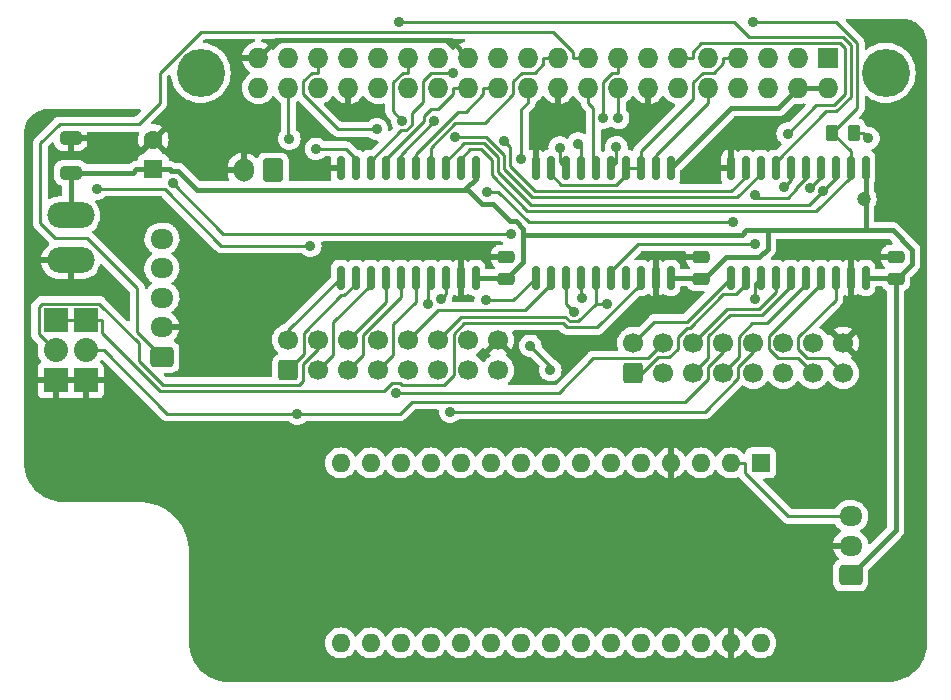
<source format=gtl>
G04 #@! TF.GenerationSoftware,KiCad,Pcbnew,6.0.5*
G04 #@! TF.CreationDate,2022-05-12T16:14:40+02:00*
G04 #@! TF.ProjectId,active3-rpi-hub75-adapter,61637469-7665-4332-9d72-70692d687562,rev?*
G04 #@! TF.SameCoordinates,Original*
G04 #@! TF.FileFunction,Copper,L1,Top*
G04 #@! TF.FilePolarity,Positive*
%FSLAX46Y46*%
G04 Gerber Fmt 4.6, Leading zero omitted, Abs format (unit mm)*
G04 Created by KiCad (PCBNEW 6.0.5) date 2022-05-12 16:14:40*
%MOMM*%
%LPD*%
G01*
G04 APERTURE LIST*
G04 Aperture macros list*
%AMRoundRect*
0 Rectangle with rounded corners*
0 $1 Rounding radius*
0 $2 $3 $4 $5 $6 $7 $8 $9 X,Y pos of 4 corners*
0 Add a 4 corners polygon primitive as box body*
4,1,4,$2,$3,$4,$5,$6,$7,$8,$9,$2,$3,0*
0 Add four circle primitives for the rounded corners*
1,1,$1+$1,$2,$3*
1,1,$1+$1,$4,$5*
1,1,$1+$1,$6,$7*
1,1,$1+$1,$8,$9*
0 Add four rect primitives between the rounded corners*
20,1,$1+$1,$2,$3,$4,$5,0*
20,1,$1+$1,$4,$5,$6,$7,0*
20,1,$1+$1,$6,$7,$8,$9,0*
20,1,$1+$1,$8,$9,$2,$3,0*%
G04 Aperture macros list end*
G04 #@! TA.AperFunction,SMDPad,CuDef*
%ADD10RoundRect,0.250000X0.475000X-0.250000X0.475000X0.250000X-0.475000X0.250000X-0.475000X-0.250000X0*%
G04 #@! TD*
G04 #@! TA.AperFunction,ComponentPad*
%ADD11R,1.727200X1.727200*%
G04 #@! TD*
G04 #@! TA.AperFunction,ComponentPad*
%ADD12O,1.727200X1.727200*%
G04 #@! TD*
G04 #@! TA.AperFunction,ComponentPad*
%ADD13RoundRect,0.250000X0.600000X-0.600000X0.600000X0.600000X-0.600000X0.600000X-0.600000X-0.600000X0*%
G04 #@! TD*
G04 #@! TA.AperFunction,ComponentPad*
%ADD14C,1.700000*%
G04 #@! TD*
G04 #@! TA.AperFunction,ComponentPad*
%ADD15C,4.064000*%
G04 #@! TD*
G04 #@! TA.AperFunction,SMDPad,CuDef*
%ADD16RoundRect,0.250000X-0.262500X-0.450000X0.262500X-0.450000X0.262500X0.450000X-0.262500X0.450000X0*%
G04 #@! TD*
G04 #@! TA.AperFunction,ComponentPad*
%ADD17R,1.600000X1.600000*%
G04 #@! TD*
G04 #@! TA.AperFunction,ComponentPad*
%ADD18C,1.600000*%
G04 #@! TD*
G04 #@! TA.AperFunction,SMDPad,CuDef*
%ADD19RoundRect,0.250000X0.650000X-0.325000X0.650000X0.325000X-0.650000X0.325000X-0.650000X-0.325000X0*%
G04 #@! TD*
G04 #@! TA.AperFunction,ComponentPad*
%ADD20O,4.000000X2.200000*%
G04 #@! TD*
G04 #@! TA.AperFunction,ComponentPad*
%ADD21R,2.032000X2.032000*%
G04 #@! TD*
G04 #@! TA.AperFunction,ComponentPad*
%ADD22C,2.032000*%
G04 #@! TD*
G04 #@! TA.AperFunction,ComponentPad*
%ADD23O,2.032000X2.032000*%
G04 #@! TD*
G04 #@! TA.AperFunction,SMDPad,CuDef*
%ADD24RoundRect,0.150000X-0.150000X0.875000X-0.150000X-0.875000X0.150000X-0.875000X0.150000X0.875000X0*%
G04 #@! TD*
G04 #@! TA.AperFunction,ComponentPad*
%ADD25RoundRect,0.250000X0.725000X-0.600000X0.725000X0.600000X-0.725000X0.600000X-0.725000X-0.600000X0*%
G04 #@! TD*
G04 #@! TA.AperFunction,ComponentPad*
%ADD26O,1.950000X1.700000*%
G04 #@! TD*
G04 #@! TA.AperFunction,ComponentPad*
%ADD27RoundRect,0.250000X0.600000X0.750000X-0.600000X0.750000X-0.600000X-0.750000X0.600000X-0.750000X0*%
G04 #@! TD*
G04 #@! TA.AperFunction,ComponentPad*
%ADD28O,1.700000X2.000000*%
G04 #@! TD*
G04 #@! TA.AperFunction,ComponentPad*
%ADD29O,1.600000X1.600000*%
G04 #@! TD*
G04 #@! TA.AperFunction,ViaPad*
%ADD30C,0.889000*%
G04 #@! TD*
G04 #@! TA.AperFunction,ViaPad*
%ADD31C,1.200000*%
G04 #@! TD*
G04 #@! TA.AperFunction,Conductor*
%ADD32C,0.406400*%
G04 #@! TD*
G04 #@! TA.AperFunction,Conductor*
%ADD33C,0.254000*%
G04 #@! TD*
G04 APERTURE END LIST*
D10*
X128905000Y-59370000D03*
X128905000Y-57470000D03*
X145415000Y-59370000D03*
X145415000Y-57470000D03*
X161925000Y-59370000D03*
X161925000Y-57470000D03*
D11*
X156210000Y-40640000D03*
D12*
X156210000Y-43180000D03*
X153670000Y-40640000D03*
X153670000Y-43180000D03*
X151130000Y-40640000D03*
X151130000Y-43180000D03*
X148590000Y-40640000D03*
X148590000Y-43180000D03*
X146050000Y-40640000D03*
X146050000Y-43180000D03*
X143510000Y-40640000D03*
X143510000Y-43180000D03*
X140970000Y-40640000D03*
X140970000Y-43180000D03*
X138430000Y-40640000D03*
X138430000Y-43180000D03*
X135890000Y-40640000D03*
X135890000Y-43180000D03*
X133350000Y-40640000D03*
X133350000Y-43180000D03*
X130810000Y-40640000D03*
X130810000Y-43180000D03*
X128270000Y-40640000D03*
X128270000Y-43180000D03*
X125730000Y-40640000D03*
X125730000Y-43180000D03*
X123190000Y-40640000D03*
X123190000Y-43180000D03*
X120650000Y-40640000D03*
X120650000Y-43180000D03*
X118110000Y-40640000D03*
X118110000Y-43180000D03*
X115570000Y-40640000D03*
X115570000Y-43180000D03*
X113030000Y-40640000D03*
X113030000Y-43180000D03*
X110490000Y-40640000D03*
X110490000Y-43180000D03*
X107950000Y-40640000D03*
X107950000Y-43180000D03*
D13*
X110490000Y-67056000D03*
D14*
X110490000Y-64516000D03*
X113030000Y-67056000D03*
X113030000Y-64516000D03*
X115570000Y-67056000D03*
X115570000Y-64516000D03*
X118110000Y-67056000D03*
X118110000Y-64516000D03*
X120650000Y-67056000D03*
X120650000Y-64516000D03*
X123190000Y-67056000D03*
X123190000Y-64516000D03*
X125730000Y-67056000D03*
X125730000Y-64516000D03*
X128270000Y-67056000D03*
X128270000Y-64516000D03*
D13*
X139700000Y-67310000D03*
D14*
X139700000Y-64770000D03*
X142240000Y-67310000D03*
X142240000Y-64770000D03*
X144780000Y-67310000D03*
X144780000Y-64770000D03*
X147320000Y-67310000D03*
X147320000Y-64770000D03*
X149860000Y-67310000D03*
X149860000Y-64770000D03*
X152400000Y-67310000D03*
X152400000Y-64770000D03*
X154940000Y-67310000D03*
X154940000Y-64770000D03*
X157480000Y-67310000D03*
X157480000Y-64770000D03*
D15*
X103080000Y-41910000D03*
X161080000Y-41910000D03*
D16*
X156567500Y-46990000D03*
X158392500Y-46990000D03*
D17*
X99060000Y-50077400D03*
D18*
X99060000Y-47577400D03*
D19*
X92080000Y-50370000D03*
X92080000Y-47420000D03*
D20*
X92080000Y-53975000D03*
X92080000Y-57785000D03*
D21*
X90805000Y-62865000D03*
X93345000Y-62865000D03*
D22*
X90805000Y-65405000D03*
D23*
X93345000Y-65405000D03*
D21*
X90805000Y-67945000D03*
X93345000Y-67945000D03*
D24*
X126365000Y-49960000D03*
X125095000Y-49960000D03*
X123825000Y-49960000D03*
X122555000Y-49960000D03*
X121285000Y-49960000D03*
X120015000Y-49960000D03*
X118745000Y-49960000D03*
X117475000Y-49960000D03*
X116205000Y-49960000D03*
X114935000Y-49960000D03*
X114935000Y-59260000D03*
X116205000Y-59260000D03*
X117475000Y-59260000D03*
X118745000Y-59260000D03*
X120015000Y-59260000D03*
X121285000Y-59260000D03*
X122555000Y-59260000D03*
X123825000Y-59260000D03*
X125095000Y-59260000D03*
X126365000Y-59260000D03*
X142875000Y-49960000D03*
X141605000Y-49960000D03*
X140335000Y-49960000D03*
X139065000Y-49960000D03*
X137795000Y-49960000D03*
X136525000Y-49960000D03*
X135255000Y-49960000D03*
X133985000Y-49960000D03*
X132715000Y-49960000D03*
X131445000Y-49960000D03*
X131445000Y-59260000D03*
X132715000Y-59260000D03*
X133985000Y-59260000D03*
X135255000Y-59260000D03*
X136525000Y-59260000D03*
X137795000Y-59260000D03*
X139065000Y-59260000D03*
X140335000Y-59260000D03*
X141605000Y-59260000D03*
X142875000Y-59260000D03*
X159385000Y-49960000D03*
X158115000Y-49960000D03*
X156845000Y-49960000D03*
X155575000Y-49960000D03*
X154305000Y-49960000D03*
X153035000Y-49960000D03*
X151765000Y-49960000D03*
X150495000Y-49960000D03*
X149225000Y-49960000D03*
X147955000Y-49960000D03*
X147955000Y-59260000D03*
X149225000Y-59260000D03*
X150495000Y-59260000D03*
X151765000Y-59260000D03*
X153035000Y-59260000D03*
X154305000Y-59260000D03*
X155575000Y-59260000D03*
X156845000Y-59260000D03*
X158115000Y-59260000D03*
X159385000Y-59260000D03*
D25*
X158115000Y-84455000D03*
D26*
X158115000Y-81955000D03*
X158115000Y-79455000D03*
D27*
X109220000Y-50165000D03*
D28*
X106720000Y-50165000D03*
D17*
X150495000Y-74940000D03*
D29*
X147955000Y-74940000D03*
X145415000Y-74940000D03*
X142875000Y-74940000D03*
X140335000Y-74940000D03*
X137795000Y-74940000D03*
X135255000Y-74940000D03*
X132715000Y-74940000D03*
X130175000Y-74940000D03*
X127635000Y-74940000D03*
X125095000Y-74940000D03*
X122555000Y-74940000D03*
X120015000Y-74940000D03*
X117475000Y-74940000D03*
X114935000Y-74940000D03*
X114935000Y-90180000D03*
X117475000Y-90180000D03*
X120015000Y-90180000D03*
X122555000Y-90180000D03*
X125095000Y-90180000D03*
X127635000Y-90180000D03*
X130175000Y-90180000D03*
X132715000Y-90180000D03*
X135255000Y-90180000D03*
X137795000Y-90180000D03*
X140335000Y-90180000D03*
X142875000Y-90180000D03*
X145415000Y-90180000D03*
X147955000Y-90180000D03*
X150495000Y-90180000D03*
D25*
X99805000Y-65960000D03*
D26*
X99805000Y-63460000D03*
X99805000Y-60960000D03*
X99805000Y-58460000D03*
X99805000Y-55960000D03*
D30*
X149860000Y-46990000D03*
D31*
X159204600Y-52605300D03*
D30*
X124447500Y-41935000D03*
X94283000Y-51724100D03*
X112366900Y-56546500D03*
X112844600Y-48347200D03*
X149834100Y-37612400D03*
X122853200Y-45987500D03*
X130231900Y-49224200D03*
X138274900Y-48217900D03*
X152781700Y-47058200D03*
X155775700Y-51874900D03*
X133485000Y-48234900D03*
X138430000Y-45740300D03*
X135039700Y-47897800D03*
X137152100Y-45723800D03*
X128738500Y-47705900D03*
X120131300Y-45948000D03*
X119892500Y-37567500D03*
X124655700Y-47364500D03*
X129323000Y-55546800D03*
X152431200Y-51605400D03*
X100737700Y-51269200D03*
X150055200Y-52274000D03*
X117995400Y-46673900D03*
X127350200Y-51969100D03*
X148111700Y-54562100D03*
X132683600Y-67070300D03*
X130988300Y-65027400D03*
X154631500Y-51691400D03*
X110592400Y-47481800D03*
X134669300Y-62128200D03*
X124207500Y-70586100D03*
X135407200Y-61003300D03*
X137449800Y-61455900D03*
X122291300Y-61516200D03*
X127215900Y-61137300D03*
X123424200Y-61017500D03*
X150028300Y-61067400D03*
X150009300Y-56393400D03*
X159619100Y-47428100D03*
X119597400Y-68986000D03*
X111262500Y-70755700D03*
D32*
X101174600Y-50214800D02*
X100607300Y-50214800D01*
X142875000Y-59260000D02*
X145305000Y-59260000D01*
X100607300Y-50214800D02*
X100469900Y-50077400D01*
X161925000Y-80645000D02*
X161925000Y-59370000D01*
X149289000Y-55250600D02*
X148915400Y-55624200D01*
X159385000Y-49960000D02*
X159385000Y-52605300D01*
X163312000Y-58073400D02*
X162015400Y-59370000D01*
X159385000Y-52605300D02*
X159204600Y-52605300D01*
X126365000Y-50875200D02*
X126365000Y-49960000D01*
X153670000Y-43180000D02*
X156210000Y-43180000D01*
X147565900Y-57500800D02*
X145696700Y-59370000D01*
X126365000Y-59260000D02*
X128795000Y-59260000D01*
X98355100Y-50077400D02*
X99060000Y-50077400D01*
X158115000Y-84455000D02*
X161925000Y-80645000D01*
X150394300Y-57500800D02*
X147565900Y-57500800D01*
X98355100Y-50077400D02*
X97650100Y-50077400D01*
X125565100Y-51675100D02*
X125449900Y-51790300D01*
X130377400Y-57968800D02*
X130377400Y-55624200D01*
X130377400Y-55109900D02*
X129759900Y-54492400D01*
X159385000Y-55250600D02*
X151090200Y-55250600D01*
X126913400Y-53023500D02*
X125565100Y-51675100D01*
X129759900Y-54492400D02*
X129280600Y-54492400D01*
X125565100Y-51675100D02*
X126365000Y-50875200D01*
X151090200Y-55250600D02*
X149289000Y-55250600D01*
X97357500Y-50370000D02*
X97650100Y-50077400D01*
X161667900Y-55250600D02*
X163312000Y-56894700D01*
X163312000Y-56894700D02*
X163312000Y-58073400D01*
X159385000Y-52605300D02*
X159385000Y-55250600D01*
X151090200Y-55250600D02*
X151090200Y-56804900D01*
X127811700Y-53023500D02*
X126913400Y-53023500D01*
X128976200Y-59370000D02*
X130377400Y-57968800D01*
X102750100Y-51790300D02*
X101174600Y-50214800D01*
X129280600Y-54492400D02*
X127811700Y-53023500D01*
X125449900Y-51790300D02*
X102750100Y-51790300D01*
X99060000Y-50077400D02*
X100469900Y-50077400D01*
X92080000Y-50370000D02*
X92080000Y-53975000D01*
X147951900Y-44883100D02*
X142875000Y-49960000D01*
X159385000Y-59260000D02*
X161815000Y-59260000D01*
X148915400Y-55624200D02*
X130377400Y-55624200D01*
X151090200Y-56804900D02*
X150394300Y-57500800D01*
X92080000Y-50370000D02*
X97357500Y-50370000D01*
X130377400Y-55624200D02*
X130377400Y-55109900D01*
X151966900Y-44883100D02*
X147951900Y-44883100D01*
X159385000Y-55250600D02*
X161667900Y-55250600D01*
X153670000Y-43180000D02*
X151966900Y-44883100D01*
X124257289Y-39167289D02*
X109422711Y-39167289D01*
X109422711Y-39167289D02*
X107950000Y-40640000D01*
X125730000Y-40640000D02*
X124257289Y-39167289D01*
D33*
X139065000Y-49960000D02*
X140335000Y-49960000D01*
X140335000Y-48539600D02*
X140335000Y-49960000D01*
X147345100Y-40640000D02*
X147345100Y-41106900D01*
X132715000Y-50514900D02*
X133579700Y-51379600D01*
X145579200Y-41884900D02*
X144780000Y-42684100D01*
X144780000Y-42684100D02*
X144780000Y-44094600D01*
X133579700Y-51379600D02*
X138211100Y-51379600D01*
X146567100Y-41884900D02*
X145579200Y-41884900D01*
X147345100Y-41106900D02*
X146567100Y-41884900D01*
X144780000Y-44094600D02*
X140335000Y-48539600D01*
X138211100Y-51379600D02*
X139065000Y-50525700D01*
X148590000Y-40640000D02*
X147345100Y-40640000D01*
X121920000Y-44353300D02*
X121920000Y-42628600D01*
X120473400Y-46773800D02*
X120957100Y-46290100D01*
X120078000Y-46773800D02*
X120473400Y-46773800D01*
X122613600Y-41935000D02*
X124447500Y-41935000D01*
X120957100Y-46290100D02*
X120957100Y-45316200D01*
X117475000Y-49376800D02*
X120078000Y-46773800D01*
X121920000Y-42628600D02*
X122613600Y-41935000D01*
X120957100Y-45316200D02*
X121920000Y-44353300D01*
X100021000Y-51724100D02*
X94283000Y-51724100D01*
X115347000Y-48347200D02*
X112844600Y-48347200D01*
X104843400Y-56546500D02*
X100021000Y-51724100D01*
X116205000Y-49205200D02*
X115347000Y-48347200D01*
X112366900Y-56546500D02*
X104843400Y-56546500D01*
X130743900Y-53608100D02*
X155210400Y-53608100D01*
X127708100Y-50572300D02*
X130743900Y-53608100D01*
X158115000Y-48537500D02*
X156567500Y-46990000D01*
X156567500Y-46990000D02*
X158657000Y-44900500D01*
X125868200Y-48397400D02*
X126823800Y-48397400D01*
X127708100Y-49281700D02*
X127708100Y-50572300D01*
X158657000Y-44900500D02*
X158657000Y-39377300D01*
X158115000Y-49960000D02*
X158115000Y-48537500D01*
X158657000Y-39377300D02*
X156892100Y-37612400D01*
X155210400Y-53608100D02*
X158115000Y-50703500D01*
X156892100Y-37612400D02*
X149834100Y-37612400D01*
X125095000Y-49170600D02*
X125868200Y-48397400D01*
X126823800Y-48397400D02*
X127708100Y-49281700D01*
X125730000Y-43180000D02*
X124485100Y-43180000D01*
X118745000Y-49221000D02*
X122011200Y-45954800D01*
X122619800Y-44980900D02*
X123179200Y-44980900D01*
X123179200Y-44980900D02*
X124485100Y-43675000D01*
X122011200Y-45954800D02*
X122011200Y-45589500D01*
X122011200Y-45589500D02*
X122619800Y-44980900D01*
X124485100Y-43675000D02*
X124485100Y-43180000D01*
X127025100Y-43695800D02*
X127025100Y-43180000D01*
X124837700Y-45204800D02*
X125516100Y-45204800D01*
X121285000Y-49960000D02*
X121285000Y-48757500D01*
X121285000Y-48757500D02*
X124837700Y-45204800D01*
X125516100Y-45204800D02*
X127025100Y-43695800D01*
X128270000Y-43180000D02*
X127025100Y-43180000D01*
X120015000Y-48825700D02*
X122853200Y-45987500D01*
X120015000Y-49960000D02*
X120015000Y-48825700D01*
X138274900Y-49480100D02*
X138274900Y-48217900D01*
X130810000Y-43180000D02*
X130810000Y-44424900D01*
X130231900Y-45003000D02*
X130810000Y-44424900D01*
X130231900Y-49224200D02*
X130231900Y-45003000D01*
X137795000Y-49960000D02*
X138274900Y-49480100D01*
X136326300Y-49761300D02*
X136525000Y-49960000D01*
X136326300Y-44861200D02*
X136326300Y-49761300D01*
X135890000Y-43180000D02*
X135890000Y-44424900D01*
X135890000Y-44424900D02*
X136326300Y-44861200D01*
X133350000Y-40640000D02*
X132105100Y-40640000D01*
X122555000Y-48235700D02*
X124657200Y-46133500D01*
X131350900Y-41910000D02*
X132105100Y-41155800D01*
X129565000Y-43713100D02*
X129565000Y-42603600D01*
X132105100Y-41155800D02*
X132105100Y-40640000D01*
X127144600Y-46133500D02*
X129565000Y-43713100D01*
X122555000Y-49960000D02*
X122555000Y-48235700D01*
X129565000Y-42603600D02*
X130258600Y-41910000D01*
X130258600Y-41910000D02*
X131350900Y-41910000D01*
X124657200Y-46133500D02*
X127144600Y-46133500D01*
X131031700Y-53099800D02*
X154550800Y-53099800D01*
X143510000Y-40640000D02*
X144754900Y-40640000D01*
X152781700Y-47058200D02*
X155196600Y-44643300D01*
X144754900Y-40124200D02*
X144754900Y-40640000D01*
X127034300Y-47889100D02*
X128216400Y-49071200D01*
X155775700Y-51874900D02*
X156845000Y-50805600D01*
X128216400Y-49071200D02*
X128216400Y-50284500D01*
X128216400Y-50284500D02*
X131031700Y-53099800D01*
X156730100Y-44643300D02*
X157640400Y-43733000D01*
X157640400Y-43733000D02*
X157640400Y-39798300D01*
X155196600Y-44643300D02*
X156730100Y-44643300D01*
X154550800Y-53099800D02*
X155775700Y-51874900D01*
X157640400Y-39798300D02*
X157237100Y-39395000D01*
X145484100Y-39395000D02*
X144754900Y-40124200D01*
X157237100Y-39395000D02*
X145484100Y-39395000D01*
X123825000Y-49452700D02*
X125388600Y-47889100D01*
X125388600Y-47889100D02*
X127034300Y-47889100D01*
X133985000Y-49960000D02*
X133485000Y-49460000D01*
X133485000Y-49460000D02*
X133485000Y-48234900D01*
X138430000Y-45740300D02*
X138430000Y-43180000D01*
X135255000Y-49960000D02*
X135255000Y-48113100D01*
X137152100Y-45723800D02*
X137152100Y-42647000D01*
X138430000Y-40640000D02*
X138430000Y-41884900D01*
X137914200Y-41884900D02*
X138430000Y-41884900D01*
X137152100Y-42647000D02*
X137914200Y-41884900D01*
X135255000Y-48113100D02*
X135039700Y-47897800D01*
X129233100Y-48200500D02*
X128738500Y-47705900D01*
X120183200Y-41884900D02*
X119355000Y-42713100D01*
X148024600Y-51932300D02*
X131361900Y-51932300D01*
X120650000Y-41884900D02*
X120183200Y-41884900D01*
X149225000Y-50731900D02*
X148024600Y-51932300D01*
X119355000Y-42713100D02*
X119355000Y-45171700D01*
X131361900Y-51932300D02*
X129233100Y-49803500D01*
X129233100Y-49803500D02*
X129233100Y-48200500D01*
X119355000Y-45171700D02*
X120131300Y-45948000D01*
X120650000Y-40640000D02*
X120650000Y-41884900D01*
X158148700Y-43943500D02*
X158148700Y-39587800D01*
X156909800Y-45182400D02*
X158148700Y-43943500D01*
X156011200Y-45182400D02*
X156909800Y-45182400D01*
X157445300Y-38884400D02*
X149521500Y-38884400D01*
X151765000Y-49428600D02*
X156011200Y-45182400D01*
X149521500Y-38884400D02*
X148204600Y-37567500D01*
X148204600Y-37567500D02*
X119892500Y-37567500D01*
X158148700Y-39587800D02*
X157445300Y-38884400D01*
X131143900Y-52463100D02*
X148503600Y-52463100D01*
X127228700Y-47364500D02*
X128724700Y-48860500D01*
X148503600Y-52463100D02*
X150495000Y-50471700D01*
X124655700Y-47364500D02*
X127228700Y-47364500D01*
X128724700Y-50043900D02*
X131143900Y-52463100D01*
X128724700Y-48860500D02*
X128724700Y-50043900D01*
X153035000Y-51001600D02*
X152431200Y-51605400D01*
X129323000Y-55546800D02*
X105015300Y-55546800D01*
X153035000Y-49960000D02*
X153035000Y-51001600D01*
X105015300Y-55546800D02*
X100737700Y-51269200D01*
X153502600Y-51761700D02*
X152793100Y-52471200D01*
X112514200Y-41884900D02*
X113030000Y-41884900D01*
X153502600Y-51652500D02*
X153502600Y-51761700D01*
X128278800Y-51969100D02*
X130871800Y-54562100D01*
X150252400Y-52471200D02*
X150055200Y-52274000D01*
X127350200Y-51969100D02*
X128278800Y-51969100D01*
X130871800Y-54562100D02*
X148111700Y-54562100D01*
X111760000Y-43743300D02*
X111760000Y-42639100D01*
X111760000Y-42639100D02*
X112514200Y-41884900D01*
X114690600Y-46673900D02*
X111760000Y-43743300D01*
X113030000Y-40640000D02*
X113030000Y-41884900D01*
X154305000Y-50850100D02*
X153502600Y-51652500D01*
X152793100Y-52471200D02*
X150252400Y-52471200D01*
X117995400Y-46673900D02*
X114690600Y-46673900D01*
X110592400Y-47481800D02*
X110490000Y-47379400D01*
X110490000Y-47379400D02*
X110490000Y-43180000D01*
X132683600Y-66722700D02*
X132683600Y-67070300D01*
X155575000Y-50747900D02*
X154631500Y-51691400D01*
X130988300Y-65027400D02*
X132683600Y-66722700D01*
X115225100Y-60762800D02*
X115004400Y-60762800D01*
X111798600Y-65747400D02*
X110490000Y-67056000D01*
X116205000Y-59782900D02*
X115225100Y-60762800D01*
X115004400Y-60762800D02*
X111798600Y-63968600D01*
X111798600Y-63968600D02*
X111798600Y-65747400D01*
X110490000Y-63705000D02*
X110490000Y-64516000D01*
X114935000Y-59260000D02*
X110490000Y-63705000D01*
X114300000Y-63013400D02*
X114300000Y-65786000D01*
X117475000Y-59838400D02*
X114300000Y-63013400D01*
X114300000Y-65786000D02*
X113030000Y-67056000D01*
X116801400Y-65824600D02*
X116801400Y-64083300D01*
X120015000Y-60869700D02*
X120015000Y-59260000D01*
X116801400Y-64083300D02*
X120015000Y-60869700D01*
X115570000Y-67056000D02*
X116801400Y-65824600D01*
X118745000Y-61341000D02*
X115570000Y-64516000D01*
X118745000Y-59260000D02*
X118745000Y-61341000D01*
X121285000Y-61306400D02*
X119380000Y-63211400D01*
X121285000Y-59260000D02*
X121285000Y-61306400D01*
X119380000Y-65786000D02*
X118110000Y-67056000D01*
X119380000Y-63211400D02*
X119380000Y-65786000D01*
X133985000Y-59260000D02*
X133985000Y-61443900D01*
X133985000Y-61443900D02*
X134669300Y-62128200D01*
X145793000Y-70586100D02*
X148590000Y-67789100D01*
X132715000Y-59807400D02*
X130559300Y-61963100D01*
X148590000Y-66798900D02*
X149860000Y-65528900D01*
X124207500Y-70586100D02*
X145793000Y-70586100D01*
X123202900Y-61963100D02*
X120650000Y-64516000D01*
X148590000Y-67789100D02*
X148590000Y-66798900D01*
X130559300Y-61963100D02*
X123202900Y-61963100D01*
X149860000Y-65528900D02*
X149860000Y-64770000D01*
X135255000Y-60851100D02*
X135407200Y-61003300D01*
X135255000Y-59260000D02*
X135255000Y-60851100D01*
X136525000Y-61455900D02*
X137449800Y-61455900D01*
X136525000Y-59260000D02*
X136525000Y-61455900D01*
X123190000Y-64516000D02*
X125125100Y-62580900D01*
X125125100Y-62580900D02*
X133954200Y-62580900D01*
X135026900Y-62954000D02*
X136525000Y-61455900D01*
X134327300Y-62954000D02*
X135026900Y-62954000D01*
X133954200Y-62580900D02*
X134327300Y-62954000D01*
X122291300Y-59523700D02*
X122291300Y-61516200D01*
X122555000Y-59260000D02*
X122291300Y-59523700D01*
X129567700Y-61137300D02*
X127215900Y-61137300D01*
X131445000Y-59260000D02*
X129567700Y-61137300D01*
X123424200Y-61017500D02*
X123825000Y-60616700D01*
X123825000Y-60616700D02*
X123825000Y-59260000D01*
X142754600Y-66001400D02*
X141767500Y-66001400D01*
X140458900Y-67310000D02*
X139700000Y-67310000D01*
X147347400Y-60667000D02*
X144500800Y-63513600D01*
X143471400Y-64295200D02*
X143471400Y-65284600D01*
X141767500Y-66001400D02*
X140458900Y-67310000D01*
X148384200Y-60667000D02*
X147347400Y-60667000D01*
X144253000Y-63513600D02*
X143471400Y-64295200D01*
X149225000Y-59826200D02*
X148384200Y-60667000D01*
X143471400Y-65284600D02*
X142754600Y-66001400D01*
X144500800Y-63513600D02*
X144253000Y-63513600D01*
X141503400Y-62966600D02*
X144248400Y-62966600D01*
X144248400Y-62966600D02*
X147955000Y-59260000D01*
X139700000Y-64770000D02*
X141503400Y-62966600D01*
X150028300Y-59726700D02*
X150028300Y-61067400D01*
X150495000Y-59260000D02*
X150028300Y-59726700D01*
X150580900Y-62401500D02*
X153035000Y-59947400D01*
X146050100Y-66039900D02*
X146050100Y-64218900D01*
X146050100Y-64218900D02*
X147867500Y-62401500D01*
X144780000Y-67310000D02*
X146050100Y-66039900D01*
X147867500Y-62401500D02*
X150580900Y-62401500D01*
X147656800Y-61893200D02*
X150370400Y-61893200D01*
X144780000Y-64770000D02*
X147656800Y-61893200D01*
X150370400Y-61893200D02*
X151765000Y-60498600D01*
X151765000Y-60498600D02*
X151765000Y-59260000D01*
X149798500Y-63083000D02*
X148628600Y-64252900D01*
X151023600Y-63083000D02*
X149798500Y-63083000D01*
X148628600Y-66001400D02*
X147320000Y-67310000D01*
X154305000Y-59801600D02*
X151023600Y-63083000D01*
X148628600Y-64252900D02*
X148628600Y-66001400D01*
X151924300Y-66040000D02*
X153670000Y-66040000D01*
X151168600Y-64203600D02*
X151168600Y-65284300D01*
X153670000Y-66040000D02*
X154940000Y-67310000D01*
X155575000Y-59797200D02*
X151168600Y-64203600D01*
X151168600Y-65284300D02*
X151924300Y-66040000D01*
X140103200Y-56393400D02*
X150009300Y-56393400D01*
X137795000Y-58701600D02*
X140103200Y-56393400D01*
X153670000Y-64285700D02*
X156845000Y-61110700D01*
X156845000Y-61110700D02*
X156845000Y-59260000D01*
X153670000Y-65253900D02*
X153670000Y-64285700D01*
X154456100Y-66040000D02*
X153670000Y-65253900D01*
X157480000Y-67310000D02*
X156210000Y-66040000D01*
X156210000Y-66040000D02*
X154456100Y-66040000D01*
X159181000Y-46990000D02*
X159619100Y-47428100D01*
X158392500Y-46990000D02*
X159181000Y-46990000D01*
X146050000Y-43180000D02*
X146050000Y-44424900D01*
X141605000Y-48869900D02*
X141605000Y-49960000D01*
X146050000Y-44424900D02*
X141605000Y-48869900D01*
X133404100Y-68986000D02*
X136312500Y-66077600D01*
X97855500Y-66294400D02*
X99861800Y-68300700D01*
X89358500Y-64050100D02*
X89358500Y-61740000D01*
X111722400Y-67982900D02*
X111722400Y-66582500D01*
X136312500Y-66077600D02*
X140932400Y-66077600D01*
X89656400Y-61442100D02*
X94500100Y-61442100D01*
X94500100Y-61442100D02*
X97855500Y-64797500D01*
X113030000Y-65274900D02*
X113030000Y-64516000D01*
X111722400Y-66582500D02*
X113030000Y-65274900D01*
X140932400Y-66077600D02*
X142240000Y-64770000D01*
X111404600Y-68300700D02*
X111722400Y-67982900D01*
X89358500Y-61740000D02*
X89656400Y-61442100D01*
X99861800Y-68300700D02*
X111404600Y-68300700D01*
X97855500Y-64797500D02*
X97855500Y-66294400D01*
X119597400Y-68986000D02*
X133404100Y-68986000D01*
X90713400Y-65405000D02*
X89358500Y-64050100D01*
X147320000Y-65528900D02*
X147320000Y-64770000D01*
X93345000Y-65405000D02*
X94889800Y-65405000D01*
X119941500Y-70755700D02*
X120937000Y-69760200D01*
X146050000Y-66798900D02*
X147320000Y-65528900D01*
X94889800Y-65405000D02*
X100240500Y-70755700D01*
X120937000Y-69760200D02*
X144121000Y-69760200D01*
X111262500Y-70755700D02*
X119941500Y-70755700D01*
X144121000Y-69760200D02*
X146050000Y-67831200D01*
X100240500Y-70755700D02*
X111262500Y-70755700D01*
X146050000Y-67831200D02*
X146050000Y-66798900D01*
X135890000Y-40640000D02*
X134645100Y-40640000D01*
X99616500Y-41929600D02*
X103124000Y-38422100D01*
X97826800Y-46243600D02*
X99616500Y-44453900D01*
X99805000Y-65960000D02*
X97726200Y-63881200D01*
X89509800Y-54645700D02*
X89509800Y-47879100D01*
X91145300Y-46243600D02*
X97826800Y-46243600D01*
X97726200Y-63881200D02*
X97726200Y-60159000D01*
X103124000Y-38422100D02*
X132943000Y-38422100D01*
X90744100Y-55880000D02*
X89509800Y-54645700D01*
X97726200Y-60159000D02*
X93447200Y-55880000D01*
X132943000Y-38422100D02*
X134645100Y-40124200D01*
X99616500Y-44453900D02*
X99616500Y-41929600D01*
X89509800Y-47879100D02*
X91145300Y-46243600D01*
X93447200Y-55880000D02*
X90744100Y-55880000D01*
X134645100Y-40124200D02*
X134645100Y-40640000D01*
X124498600Y-63981600D02*
X125391000Y-63089200D01*
X90805000Y-62865000D02*
X93345000Y-62865000D01*
X123674500Y-68318900D02*
X124498600Y-67494800D01*
X99672900Y-68843600D02*
X118572100Y-68843600D01*
X136668900Y-63462300D02*
X140335000Y-59796200D01*
X94742300Y-63913000D02*
X99672900Y-68843600D01*
X119255500Y-68160200D02*
X119939500Y-68160200D01*
X94742300Y-62865000D02*
X94742300Y-63913000D01*
X119939500Y-68160200D02*
X120098200Y-68318900D01*
X93345000Y-62865000D02*
X94742300Y-62865000D01*
X134116800Y-63462300D02*
X136668900Y-63462300D01*
X120098200Y-68318900D02*
X123674500Y-68318900D01*
X118572100Y-68843600D02*
X119255500Y-68160200D01*
X133743700Y-63089200D02*
X134116800Y-63462300D01*
X124498600Y-67494800D02*
X124498600Y-63981600D01*
X125391000Y-63089200D02*
X133743700Y-63089200D01*
X149136300Y-75752100D02*
X152839200Y-79455000D01*
X147955000Y-74940000D02*
X149136300Y-74940000D01*
X149136300Y-74940000D02*
X149136300Y-75752100D01*
X152839200Y-79455000D02*
X158115000Y-79455000D01*
G04 #@! TA.AperFunction,Conductor*
G36*
X162530018Y-37340000D02*
G01*
X162544851Y-37342310D01*
X162544855Y-37342310D01*
X162553724Y-37343691D01*
X162562626Y-37342527D01*
X162562629Y-37342527D01*
X162570012Y-37341561D01*
X162594591Y-37340767D01*
X162621442Y-37342527D01*
X162816922Y-37355340D01*
X162833262Y-37357491D01*
X162888111Y-37368401D01*
X163077696Y-37406112D01*
X163093606Y-37410375D01*
X163294429Y-37478545D01*
X163329600Y-37490484D01*
X163344826Y-37496791D01*
X163568342Y-37607016D01*
X163582616Y-37615257D01*
X163789829Y-37753713D01*
X163802905Y-37763746D01*
X163990278Y-37928068D01*
X164001932Y-37939722D01*
X164166254Y-38127095D01*
X164176287Y-38140171D01*
X164314743Y-38347384D01*
X164322984Y-38361658D01*
X164433209Y-38585174D01*
X164439515Y-38600398D01*
X164519625Y-38836394D01*
X164523888Y-38852304D01*
X164531161Y-38888865D01*
X164572509Y-39096738D01*
X164574660Y-39113078D01*
X164578338Y-39169184D01*
X164587435Y-39307969D01*
X164588763Y-39328236D01*
X164587733Y-39351350D01*
X164587690Y-39354854D01*
X164586309Y-39363724D01*
X164587473Y-39372626D01*
X164587473Y-39372628D01*
X164590436Y-39395283D01*
X164591500Y-39411621D01*
X164591500Y-90120633D01*
X164590000Y-90140018D01*
X164587690Y-90154851D01*
X164587690Y-90154855D01*
X164586309Y-90163724D01*
X164588136Y-90177693D01*
X164588756Y-90182433D01*
X164589647Y-90205368D01*
X164573760Y-90508501D01*
X164572382Y-90521616D01*
X164540295Y-90724205D01*
X164520387Y-90849898D01*
X164517645Y-90862798D01*
X164431621Y-91183846D01*
X164427545Y-91196390D01*
X164308438Y-91506672D01*
X164303074Y-91518720D01*
X164152180Y-91814867D01*
X164145586Y-91826288D01*
X163964563Y-92105040D01*
X163956810Y-92115710D01*
X163747648Y-92374004D01*
X163738823Y-92383805D01*
X163503805Y-92618823D01*
X163494004Y-92627648D01*
X163235710Y-92836810D01*
X163225040Y-92844563D01*
X162946288Y-93025586D01*
X162934867Y-93032180D01*
X162638720Y-93183074D01*
X162626671Y-93188438D01*
X162316382Y-93307547D01*
X162303846Y-93311621D01*
X161982798Y-93397645D01*
X161969898Y-93400387D01*
X161641617Y-93452382D01*
X161628501Y-93453760D01*
X161594848Y-93455524D01*
X161332702Y-93469262D01*
X161306727Y-93467935D01*
X161305157Y-93467691D01*
X161305151Y-93467691D01*
X161296276Y-93466309D01*
X161287374Y-93467473D01*
X161287372Y-93467473D01*
X161272323Y-93469441D01*
X161264714Y-93470436D01*
X161248379Y-93471500D01*
X105459367Y-93471500D01*
X105439982Y-93470000D01*
X105425149Y-93467690D01*
X105425145Y-93467690D01*
X105416276Y-93466309D01*
X105397564Y-93468756D01*
X105374634Y-93469647D01*
X105071497Y-93453760D01*
X105058383Y-93452382D01*
X104730102Y-93400387D01*
X104717202Y-93397645D01*
X104396154Y-93311621D01*
X104383618Y-93307547D01*
X104073329Y-93188438D01*
X104061280Y-93183074D01*
X103765133Y-93032180D01*
X103753712Y-93025586D01*
X103474960Y-92844563D01*
X103464290Y-92836810D01*
X103205996Y-92627648D01*
X103196195Y-92618823D01*
X102961177Y-92383805D01*
X102952352Y-92374004D01*
X102743190Y-92115710D01*
X102735437Y-92105040D01*
X102554414Y-91826288D01*
X102547820Y-91814867D01*
X102396926Y-91518720D01*
X102391562Y-91506672D01*
X102272455Y-91196390D01*
X102268379Y-91183846D01*
X102182355Y-90862798D01*
X102179613Y-90849898D01*
X102159705Y-90724205D01*
X102127618Y-90521616D01*
X102126240Y-90508501D01*
X102121256Y-90413402D01*
X102110932Y-90216413D01*
X102112506Y-90188910D01*
X102112770Y-90187341D01*
X102113576Y-90182552D01*
X102113607Y-90180000D01*
X113621502Y-90180000D01*
X113641457Y-90408087D01*
X113642881Y-90413400D01*
X113642881Y-90413402D01*
X113684544Y-90568887D01*
X113700716Y-90629243D01*
X113703039Y-90634224D01*
X113703039Y-90634225D01*
X113795151Y-90831762D01*
X113795154Y-90831767D01*
X113797477Y-90836749D01*
X113928802Y-91024300D01*
X114090700Y-91186198D01*
X114095208Y-91189355D01*
X114095211Y-91189357D01*
X114173389Y-91244098D01*
X114278251Y-91317523D01*
X114283233Y-91319846D01*
X114283238Y-91319849D01*
X114479765Y-91411490D01*
X114485757Y-91414284D01*
X114491065Y-91415706D01*
X114491067Y-91415707D01*
X114701598Y-91472119D01*
X114701600Y-91472119D01*
X114706913Y-91473543D01*
X114935000Y-91493498D01*
X115163087Y-91473543D01*
X115168400Y-91472119D01*
X115168402Y-91472119D01*
X115378933Y-91415707D01*
X115378935Y-91415706D01*
X115384243Y-91414284D01*
X115390235Y-91411490D01*
X115586762Y-91319849D01*
X115586767Y-91319846D01*
X115591749Y-91317523D01*
X115696611Y-91244098D01*
X115774789Y-91189357D01*
X115774792Y-91189355D01*
X115779300Y-91186198D01*
X115941198Y-91024300D01*
X116072523Y-90836749D01*
X116074846Y-90831767D01*
X116074849Y-90831762D01*
X116090805Y-90797543D01*
X116137722Y-90744258D01*
X116205999Y-90724797D01*
X116273959Y-90745339D01*
X116319195Y-90797543D01*
X116335151Y-90831762D01*
X116335154Y-90831767D01*
X116337477Y-90836749D01*
X116468802Y-91024300D01*
X116630700Y-91186198D01*
X116635208Y-91189355D01*
X116635211Y-91189357D01*
X116713389Y-91244098D01*
X116818251Y-91317523D01*
X116823233Y-91319846D01*
X116823238Y-91319849D01*
X117019765Y-91411490D01*
X117025757Y-91414284D01*
X117031065Y-91415706D01*
X117031067Y-91415707D01*
X117241598Y-91472119D01*
X117241600Y-91472119D01*
X117246913Y-91473543D01*
X117475000Y-91493498D01*
X117703087Y-91473543D01*
X117708400Y-91472119D01*
X117708402Y-91472119D01*
X117918933Y-91415707D01*
X117918935Y-91415706D01*
X117924243Y-91414284D01*
X117930235Y-91411490D01*
X118126762Y-91319849D01*
X118126767Y-91319846D01*
X118131749Y-91317523D01*
X118236611Y-91244098D01*
X118314789Y-91189357D01*
X118314792Y-91189355D01*
X118319300Y-91186198D01*
X118481198Y-91024300D01*
X118612523Y-90836749D01*
X118614846Y-90831767D01*
X118614849Y-90831762D01*
X118630805Y-90797543D01*
X118677722Y-90744258D01*
X118745999Y-90724797D01*
X118813959Y-90745339D01*
X118859195Y-90797543D01*
X118875151Y-90831762D01*
X118875154Y-90831767D01*
X118877477Y-90836749D01*
X119008802Y-91024300D01*
X119170700Y-91186198D01*
X119175208Y-91189355D01*
X119175211Y-91189357D01*
X119253389Y-91244098D01*
X119358251Y-91317523D01*
X119363233Y-91319846D01*
X119363238Y-91319849D01*
X119559765Y-91411490D01*
X119565757Y-91414284D01*
X119571065Y-91415706D01*
X119571067Y-91415707D01*
X119781598Y-91472119D01*
X119781600Y-91472119D01*
X119786913Y-91473543D01*
X120015000Y-91493498D01*
X120243087Y-91473543D01*
X120248400Y-91472119D01*
X120248402Y-91472119D01*
X120458933Y-91415707D01*
X120458935Y-91415706D01*
X120464243Y-91414284D01*
X120470235Y-91411490D01*
X120666762Y-91319849D01*
X120666767Y-91319846D01*
X120671749Y-91317523D01*
X120776611Y-91244098D01*
X120854789Y-91189357D01*
X120854792Y-91189355D01*
X120859300Y-91186198D01*
X121021198Y-91024300D01*
X121152523Y-90836749D01*
X121154846Y-90831767D01*
X121154849Y-90831762D01*
X121170805Y-90797543D01*
X121217722Y-90744258D01*
X121285999Y-90724797D01*
X121353959Y-90745339D01*
X121399195Y-90797543D01*
X121415151Y-90831762D01*
X121415154Y-90831767D01*
X121417477Y-90836749D01*
X121548802Y-91024300D01*
X121710700Y-91186198D01*
X121715208Y-91189355D01*
X121715211Y-91189357D01*
X121793389Y-91244098D01*
X121898251Y-91317523D01*
X121903233Y-91319846D01*
X121903238Y-91319849D01*
X122099765Y-91411490D01*
X122105757Y-91414284D01*
X122111065Y-91415706D01*
X122111067Y-91415707D01*
X122321598Y-91472119D01*
X122321600Y-91472119D01*
X122326913Y-91473543D01*
X122555000Y-91493498D01*
X122783087Y-91473543D01*
X122788400Y-91472119D01*
X122788402Y-91472119D01*
X122998933Y-91415707D01*
X122998935Y-91415706D01*
X123004243Y-91414284D01*
X123010235Y-91411490D01*
X123206762Y-91319849D01*
X123206767Y-91319846D01*
X123211749Y-91317523D01*
X123316611Y-91244098D01*
X123394789Y-91189357D01*
X123394792Y-91189355D01*
X123399300Y-91186198D01*
X123561198Y-91024300D01*
X123692523Y-90836749D01*
X123694846Y-90831767D01*
X123694849Y-90831762D01*
X123710805Y-90797543D01*
X123757722Y-90744258D01*
X123825999Y-90724797D01*
X123893959Y-90745339D01*
X123939195Y-90797543D01*
X123955151Y-90831762D01*
X123955154Y-90831767D01*
X123957477Y-90836749D01*
X124088802Y-91024300D01*
X124250700Y-91186198D01*
X124255208Y-91189355D01*
X124255211Y-91189357D01*
X124333389Y-91244098D01*
X124438251Y-91317523D01*
X124443233Y-91319846D01*
X124443238Y-91319849D01*
X124639765Y-91411490D01*
X124645757Y-91414284D01*
X124651065Y-91415706D01*
X124651067Y-91415707D01*
X124861598Y-91472119D01*
X124861600Y-91472119D01*
X124866913Y-91473543D01*
X125095000Y-91493498D01*
X125323087Y-91473543D01*
X125328400Y-91472119D01*
X125328402Y-91472119D01*
X125538933Y-91415707D01*
X125538935Y-91415706D01*
X125544243Y-91414284D01*
X125550235Y-91411490D01*
X125746762Y-91319849D01*
X125746767Y-91319846D01*
X125751749Y-91317523D01*
X125856611Y-91244098D01*
X125934789Y-91189357D01*
X125934792Y-91189355D01*
X125939300Y-91186198D01*
X126101198Y-91024300D01*
X126232523Y-90836749D01*
X126234846Y-90831767D01*
X126234849Y-90831762D01*
X126250805Y-90797543D01*
X126297722Y-90744258D01*
X126365999Y-90724797D01*
X126433959Y-90745339D01*
X126479195Y-90797543D01*
X126495151Y-90831762D01*
X126495154Y-90831767D01*
X126497477Y-90836749D01*
X126628802Y-91024300D01*
X126790700Y-91186198D01*
X126795208Y-91189355D01*
X126795211Y-91189357D01*
X126873389Y-91244098D01*
X126978251Y-91317523D01*
X126983233Y-91319846D01*
X126983238Y-91319849D01*
X127179765Y-91411490D01*
X127185757Y-91414284D01*
X127191065Y-91415706D01*
X127191067Y-91415707D01*
X127401598Y-91472119D01*
X127401600Y-91472119D01*
X127406913Y-91473543D01*
X127635000Y-91493498D01*
X127863087Y-91473543D01*
X127868400Y-91472119D01*
X127868402Y-91472119D01*
X128078933Y-91415707D01*
X128078935Y-91415706D01*
X128084243Y-91414284D01*
X128090235Y-91411490D01*
X128286762Y-91319849D01*
X128286767Y-91319846D01*
X128291749Y-91317523D01*
X128396611Y-91244098D01*
X128474789Y-91189357D01*
X128474792Y-91189355D01*
X128479300Y-91186198D01*
X128641198Y-91024300D01*
X128772523Y-90836749D01*
X128774846Y-90831767D01*
X128774849Y-90831762D01*
X128790805Y-90797543D01*
X128837722Y-90744258D01*
X128905999Y-90724797D01*
X128973959Y-90745339D01*
X129019195Y-90797543D01*
X129035151Y-90831762D01*
X129035154Y-90831767D01*
X129037477Y-90836749D01*
X129168802Y-91024300D01*
X129330700Y-91186198D01*
X129335208Y-91189355D01*
X129335211Y-91189357D01*
X129413389Y-91244098D01*
X129518251Y-91317523D01*
X129523233Y-91319846D01*
X129523238Y-91319849D01*
X129719765Y-91411490D01*
X129725757Y-91414284D01*
X129731065Y-91415706D01*
X129731067Y-91415707D01*
X129941598Y-91472119D01*
X129941600Y-91472119D01*
X129946913Y-91473543D01*
X130175000Y-91493498D01*
X130403087Y-91473543D01*
X130408400Y-91472119D01*
X130408402Y-91472119D01*
X130618933Y-91415707D01*
X130618935Y-91415706D01*
X130624243Y-91414284D01*
X130630235Y-91411490D01*
X130826762Y-91319849D01*
X130826767Y-91319846D01*
X130831749Y-91317523D01*
X130936611Y-91244098D01*
X131014789Y-91189357D01*
X131014792Y-91189355D01*
X131019300Y-91186198D01*
X131181198Y-91024300D01*
X131312523Y-90836749D01*
X131314846Y-90831767D01*
X131314849Y-90831762D01*
X131330805Y-90797543D01*
X131377722Y-90744258D01*
X131445999Y-90724797D01*
X131513959Y-90745339D01*
X131559195Y-90797543D01*
X131575151Y-90831762D01*
X131575154Y-90831767D01*
X131577477Y-90836749D01*
X131708802Y-91024300D01*
X131870700Y-91186198D01*
X131875208Y-91189355D01*
X131875211Y-91189357D01*
X131953389Y-91244098D01*
X132058251Y-91317523D01*
X132063233Y-91319846D01*
X132063238Y-91319849D01*
X132259765Y-91411490D01*
X132265757Y-91414284D01*
X132271065Y-91415706D01*
X132271067Y-91415707D01*
X132481598Y-91472119D01*
X132481600Y-91472119D01*
X132486913Y-91473543D01*
X132715000Y-91493498D01*
X132943087Y-91473543D01*
X132948400Y-91472119D01*
X132948402Y-91472119D01*
X133158933Y-91415707D01*
X133158935Y-91415706D01*
X133164243Y-91414284D01*
X133170235Y-91411490D01*
X133366762Y-91319849D01*
X133366767Y-91319846D01*
X133371749Y-91317523D01*
X133476611Y-91244098D01*
X133554789Y-91189357D01*
X133554792Y-91189355D01*
X133559300Y-91186198D01*
X133721198Y-91024300D01*
X133852523Y-90836749D01*
X133854846Y-90831767D01*
X133854849Y-90831762D01*
X133870805Y-90797543D01*
X133917722Y-90744258D01*
X133985999Y-90724797D01*
X134053959Y-90745339D01*
X134099195Y-90797543D01*
X134115151Y-90831762D01*
X134115154Y-90831767D01*
X134117477Y-90836749D01*
X134248802Y-91024300D01*
X134410700Y-91186198D01*
X134415208Y-91189355D01*
X134415211Y-91189357D01*
X134493389Y-91244098D01*
X134598251Y-91317523D01*
X134603233Y-91319846D01*
X134603238Y-91319849D01*
X134799765Y-91411490D01*
X134805757Y-91414284D01*
X134811065Y-91415706D01*
X134811067Y-91415707D01*
X135021598Y-91472119D01*
X135021600Y-91472119D01*
X135026913Y-91473543D01*
X135255000Y-91493498D01*
X135483087Y-91473543D01*
X135488400Y-91472119D01*
X135488402Y-91472119D01*
X135698933Y-91415707D01*
X135698935Y-91415706D01*
X135704243Y-91414284D01*
X135710235Y-91411490D01*
X135906762Y-91319849D01*
X135906767Y-91319846D01*
X135911749Y-91317523D01*
X136016611Y-91244098D01*
X136094789Y-91189357D01*
X136094792Y-91189355D01*
X136099300Y-91186198D01*
X136261198Y-91024300D01*
X136392523Y-90836749D01*
X136394846Y-90831767D01*
X136394849Y-90831762D01*
X136410805Y-90797543D01*
X136457722Y-90744258D01*
X136525999Y-90724797D01*
X136593959Y-90745339D01*
X136639195Y-90797543D01*
X136655151Y-90831762D01*
X136655154Y-90831767D01*
X136657477Y-90836749D01*
X136788802Y-91024300D01*
X136950700Y-91186198D01*
X136955208Y-91189355D01*
X136955211Y-91189357D01*
X137033389Y-91244098D01*
X137138251Y-91317523D01*
X137143233Y-91319846D01*
X137143238Y-91319849D01*
X137339765Y-91411490D01*
X137345757Y-91414284D01*
X137351065Y-91415706D01*
X137351067Y-91415707D01*
X137561598Y-91472119D01*
X137561600Y-91472119D01*
X137566913Y-91473543D01*
X137795000Y-91493498D01*
X138023087Y-91473543D01*
X138028400Y-91472119D01*
X138028402Y-91472119D01*
X138238933Y-91415707D01*
X138238935Y-91415706D01*
X138244243Y-91414284D01*
X138250235Y-91411490D01*
X138446762Y-91319849D01*
X138446767Y-91319846D01*
X138451749Y-91317523D01*
X138556611Y-91244098D01*
X138634789Y-91189357D01*
X138634792Y-91189355D01*
X138639300Y-91186198D01*
X138801198Y-91024300D01*
X138932523Y-90836749D01*
X138934846Y-90831767D01*
X138934849Y-90831762D01*
X138950805Y-90797543D01*
X138997722Y-90744258D01*
X139065999Y-90724797D01*
X139133959Y-90745339D01*
X139179195Y-90797543D01*
X139195151Y-90831762D01*
X139195154Y-90831767D01*
X139197477Y-90836749D01*
X139328802Y-91024300D01*
X139490700Y-91186198D01*
X139495208Y-91189355D01*
X139495211Y-91189357D01*
X139573389Y-91244098D01*
X139678251Y-91317523D01*
X139683233Y-91319846D01*
X139683238Y-91319849D01*
X139879765Y-91411490D01*
X139885757Y-91414284D01*
X139891065Y-91415706D01*
X139891067Y-91415707D01*
X140101598Y-91472119D01*
X140101600Y-91472119D01*
X140106913Y-91473543D01*
X140335000Y-91493498D01*
X140563087Y-91473543D01*
X140568400Y-91472119D01*
X140568402Y-91472119D01*
X140778933Y-91415707D01*
X140778935Y-91415706D01*
X140784243Y-91414284D01*
X140790235Y-91411490D01*
X140986762Y-91319849D01*
X140986767Y-91319846D01*
X140991749Y-91317523D01*
X141096611Y-91244098D01*
X141174789Y-91189357D01*
X141174792Y-91189355D01*
X141179300Y-91186198D01*
X141341198Y-91024300D01*
X141472523Y-90836749D01*
X141474846Y-90831767D01*
X141474849Y-90831762D01*
X141490805Y-90797543D01*
X141537722Y-90744258D01*
X141605999Y-90724797D01*
X141673959Y-90745339D01*
X141719195Y-90797543D01*
X141735151Y-90831762D01*
X141735154Y-90831767D01*
X141737477Y-90836749D01*
X141868802Y-91024300D01*
X142030700Y-91186198D01*
X142035208Y-91189355D01*
X142035211Y-91189357D01*
X142113389Y-91244098D01*
X142218251Y-91317523D01*
X142223233Y-91319846D01*
X142223238Y-91319849D01*
X142419765Y-91411490D01*
X142425757Y-91414284D01*
X142431065Y-91415706D01*
X142431067Y-91415707D01*
X142641598Y-91472119D01*
X142641600Y-91472119D01*
X142646913Y-91473543D01*
X142875000Y-91493498D01*
X143103087Y-91473543D01*
X143108400Y-91472119D01*
X143108402Y-91472119D01*
X143318933Y-91415707D01*
X143318935Y-91415706D01*
X143324243Y-91414284D01*
X143330235Y-91411490D01*
X143526762Y-91319849D01*
X143526767Y-91319846D01*
X143531749Y-91317523D01*
X143636611Y-91244098D01*
X143714789Y-91189357D01*
X143714792Y-91189355D01*
X143719300Y-91186198D01*
X143881198Y-91024300D01*
X144012523Y-90836749D01*
X144014846Y-90831767D01*
X144014849Y-90831762D01*
X144030805Y-90797543D01*
X144077722Y-90744258D01*
X144145999Y-90724797D01*
X144213959Y-90745339D01*
X144259195Y-90797543D01*
X144275151Y-90831762D01*
X144275154Y-90831767D01*
X144277477Y-90836749D01*
X144408802Y-91024300D01*
X144570700Y-91186198D01*
X144575208Y-91189355D01*
X144575211Y-91189357D01*
X144653389Y-91244098D01*
X144758251Y-91317523D01*
X144763233Y-91319846D01*
X144763238Y-91319849D01*
X144959765Y-91411490D01*
X144965757Y-91414284D01*
X144971065Y-91415706D01*
X144971067Y-91415707D01*
X145181598Y-91472119D01*
X145181600Y-91472119D01*
X145186913Y-91473543D01*
X145415000Y-91493498D01*
X145643087Y-91473543D01*
X145648400Y-91472119D01*
X145648402Y-91472119D01*
X145858933Y-91415707D01*
X145858935Y-91415706D01*
X145864243Y-91414284D01*
X145870235Y-91411490D01*
X146066762Y-91319849D01*
X146066767Y-91319846D01*
X146071749Y-91317523D01*
X146176611Y-91244098D01*
X146254789Y-91189357D01*
X146254792Y-91189355D01*
X146259300Y-91186198D01*
X146421198Y-91024300D01*
X146552523Y-90836749D01*
X146554846Y-90831767D01*
X146554849Y-90831762D01*
X146571081Y-90796951D01*
X146617998Y-90743666D01*
X146686275Y-90724205D01*
X146754235Y-90744747D01*
X146799471Y-90796951D01*
X146815586Y-90831511D01*
X146821069Y-90841007D01*
X146946028Y-91019467D01*
X146953084Y-91027875D01*
X147107125Y-91181916D01*
X147115533Y-91188972D01*
X147293993Y-91313931D01*
X147303489Y-91319414D01*
X147500947Y-91411490D01*
X147511239Y-91415236D01*
X147683503Y-91461394D01*
X147697599Y-91461058D01*
X147701000Y-91453116D01*
X147701000Y-91447967D01*
X148209000Y-91447967D01*
X148212973Y-91461498D01*
X148221522Y-91462727D01*
X148398761Y-91415236D01*
X148409053Y-91411490D01*
X148606511Y-91319414D01*
X148616007Y-91313931D01*
X148794467Y-91188972D01*
X148802875Y-91181916D01*
X148956916Y-91027875D01*
X148963972Y-91019467D01*
X149088931Y-90841007D01*
X149094414Y-90831511D01*
X149110529Y-90796951D01*
X149157446Y-90743666D01*
X149225723Y-90724205D01*
X149293683Y-90744747D01*
X149338919Y-90796951D01*
X149355151Y-90831762D01*
X149355154Y-90831767D01*
X149357477Y-90836749D01*
X149488802Y-91024300D01*
X149650700Y-91186198D01*
X149655208Y-91189355D01*
X149655211Y-91189357D01*
X149733389Y-91244098D01*
X149838251Y-91317523D01*
X149843233Y-91319846D01*
X149843238Y-91319849D01*
X150039765Y-91411490D01*
X150045757Y-91414284D01*
X150051065Y-91415706D01*
X150051067Y-91415707D01*
X150261598Y-91472119D01*
X150261600Y-91472119D01*
X150266913Y-91473543D01*
X150495000Y-91493498D01*
X150723087Y-91473543D01*
X150728400Y-91472119D01*
X150728402Y-91472119D01*
X150938933Y-91415707D01*
X150938935Y-91415706D01*
X150944243Y-91414284D01*
X150950235Y-91411490D01*
X151146762Y-91319849D01*
X151146767Y-91319846D01*
X151151749Y-91317523D01*
X151256611Y-91244098D01*
X151334789Y-91189357D01*
X151334792Y-91189355D01*
X151339300Y-91186198D01*
X151501198Y-91024300D01*
X151632523Y-90836749D01*
X151634846Y-90831767D01*
X151634849Y-90831762D01*
X151726961Y-90634225D01*
X151726961Y-90634224D01*
X151729284Y-90629243D01*
X151745457Y-90568887D01*
X151787119Y-90413402D01*
X151787119Y-90413400D01*
X151788543Y-90408087D01*
X151808498Y-90180000D01*
X151788543Y-89951913D01*
X151729284Y-89730757D01*
X151634966Y-89528489D01*
X151634849Y-89528238D01*
X151634846Y-89528233D01*
X151632523Y-89523251D01*
X151501198Y-89335700D01*
X151339300Y-89173802D01*
X151334792Y-89170645D01*
X151334789Y-89170643D01*
X151256611Y-89115902D01*
X151151749Y-89042477D01*
X151146767Y-89040154D01*
X151146762Y-89040151D01*
X150949225Y-88948039D01*
X150949224Y-88948039D01*
X150944243Y-88945716D01*
X150938935Y-88944294D01*
X150938933Y-88944293D01*
X150728402Y-88887881D01*
X150728400Y-88887881D01*
X150723087Y-88886457D01*
X150495000Y-88866502D01*
X150266913Y-88886457D01*
X150261600Y-88887881D01*
X150261598Y-88887881D01*
X150051067Y-88944293D01*
X150051065Y-88944294D01*
X150045757Y-88945716D01*
X150040776Y-88948039D01*
X150040775Y-88948039D01*
X149843238Y-89040151D01*
X149843233Y-89040154D01*
X149838251Y-89042477D01*
X149733389Y-89115902D01*
X149655211Y-89170643D01*
X149655208Y-89170645D01*
X149650700Y-89173802D01*
X149488802Y-89335700D01*
X149357477Y-89523251D01*
X149355154Y-89528233D01*
X149355151Y-89528238D01*
X149338919Y-89563049D01*
X149292002Y-89616334D01*
X149223725Y-89635795D01*
X149155765Y-89615253D01*
X149110529Y-89563049D01*
X149094414Y-89528489D01*
X149088931Y-89518993D01*
X148963972Y-89340533D01*
X148956916Y-89332125D01*
X148802875Y-89178084D01*
X148794467Y-89171028D01*
X148616007Y-89046069D01*
X148606511Y-89040586D01*
X148409053Y-88948510D01*
X148398761Y-88944764D01*
X148226497Y-88898606D01*
X148212401Y-88898942D01*
X148209000Y-88906884D01*
X148209000Y-91447967D01*
X147701000Y-91447967D01*
X147701000Y-88912033D01*
X147697027Y-88898502D01*
X147688478Y-88897273D01*
X147511239Y-88944764D01*
X147500947Y-88948510D01*
X147303489Y-89040586D01*
X147293993Y-89046069D01*
X147115533Y-89171028D01*
X147107125Y-89178084D01*
X146953084Y-89332125D01*
X146946028Y-89340533D01*
X146821069Y-89518993D01*
X146815586Y-89528489D01*
X146799471Y-89563049D01*
X146752554Y-89616334D01*
X146684277Y-89635795D01*
X146616317Y-89615253D01*
X146571081Y-89563049D01*
X146554849Y-89528238D01*
X146554846Y-89528233D01*
X146552523Y-89523251D01*
X146421198Y-89335700D01*
X146259300Y-89173802D01*
X146254792Y-89170645D01*
X146254789Y-89170643D01*
X146176611Y-89115902D01*
X146071749Y-89042477D01*
X146066767Y-89040154D01*
X146066762Y-89040151D01*
X145869225Y-88948039D01*
X145869224Y-88948039D01*
X145864243Y-88945716D01*
X145858935Y-88944294D01*
X145858933Y-88944293D01*
X145648402Y-88887881D01*
X145648400Y-88887881D01*
X145643087Y-88886457D01*
X145415000Y-88866502D01*
X145186913Y-88886457D01*
X145181600Y-88887881D01*
X145181598Y-88887881D01*
X144971067Y-88944293D01*
X144971065Y-88944294D01*
X144965757Y-88945716D01*
X144960776Y-88948039D01*
X144960775Y-88948039D01*
X144763238Y-89040151D01*
X144763233Y-89040154D01*
X144758251Y-89042477D01*
X144653389Y-89115902D01*
X144575211Y-89170643D01*
X144575208Y-89170645D01*
X144570700Y-89173802D01*
X144408802Y-89335700D01*
X144277477Y-89523251D01*
X144275154Y-89528233D01*
X144275151Y-89528238D01*
X144259195Y-89562457D01*
X144212278Y-89615742D01*
X144144001Y-89635203D01*
X144076041Y-89614661D01*
X144030805Y-89562457D01*
X144014849Y-89528238D01*
X144014846Y-89528233D01*
X144012523Y-89523251D01*
X143881198Y-89335700D01*
X143719300Y-89173802D01*
X143714792Y-89170645D01*
X143714789Y-89170643D01*
X143636611Y-89115902D01*
X143531749Y-89042477D01*
X143526767Y-89040154D01*
X143526762Y-89040151D01*
X143329225Y-88948039D01*
X143329224Y-88948039D01*
X143324243Y-88945716D01*
X143318935Y-88944294D01*
X143318933Y-88944293D01*
X143108402Y-88887881D01*
X143108400Y-88887881D01*
X143103087Y-88886457D01*
X142875000Y-88866502D01*
X142646913Y-88886457D01*
X142641600Y-88887881D01*
X142641598Y-88887881D01*
X142431067Y-88944293D01*
X142431065Y-88944294D01*
X142425757Y-88945716D01*
X142420776Y-88948039D01*
X142420775Y-88948039D01*
X142223238Y-89040151D01*
X142223233Y-89040154D01*
X142218251Y-89042477D01*
X142113389Y-89115902D01*
X142035211Y-89170643D01*
X142035208Y-89170645D01*
X142030700Y-89173802D01*
X141868802Y-89335700D01*
X141737477Y-89523251D01*
X141735154Y-89528233D01*
X141735151Y-89528238D01*
X141719195Y-89562457D01*
X141672278Y-89615742D01*
X141604001Y-89635203D01*
X141536041Y-89614661D01*
X141490805Y-89562457D01*
X141474849Y-89528238D01*
X141474846Y-89528233D01*
X141472523Y-89523251D01*
X141341198Y-89335700D01*
X141179300Y-89173802D01*
X141174792Y-89170645D01*
X141174789Y-89170643D01*
X141096611Y-89115902D01*
X140991749Y-89042477D01*
X140986767Y-89040154D01*
X140986762Y-89040151D01*
X140789225Y-88948039D01*
X140789224Y-88948039D01*
X140784243Y-88945716D01*
X140778935Y-88944294D01*
X140778933Y-88944293D01*
X140568402Y-88887881D01*
X140568400Y-88887881D01*
X140563087Y-88886457D01*
X140335000Y-88866502D01*
X140106913Y-88886457D01*
X140101600Y-88887881D01*
X140101598Y-88887881D01*
X139891067Y-88944293D01*
X139891065Y-88944294D01*
X139885757Y-88945716D01*
X139880776Y-88948039D01*
X139880775Y-88948039D01*
X139683238Y-89040151D01*
X139683233Y-89040154D01*
X139678251Y-89042477D01*
X139573389Y-89115902D01*
X139495211Y-89170643D01*
X139495208Y-89170645D01*
X139490700Y-89173802D01*
X139328802Y-89335700D01*
X139197477Y-89523251D01*
X139195154Y-89528233D01*
X139195151Y-89528238D01*
X139179195Y-89562457D01*
X139132278Y-89615742D01*
X139064001Y-89635203D01*
X138996041Y-89614661D01*
X138950805Y-89562457D01*
X138934849Y-89528238D01*
X138934846Y-89528233D01*
X138932523Y-89523251D01*
X138801198Y-89335700D01*
X138639300Y-89173802D01*
X138634792Y-89170645D01*
X138634789Y-89170643D01*
X138556611Y-89115902D01*
X138451749Y-89042477D01*
X138446767Y-89040154D01*
X138446762Y-89040151D01*
X138249225Y-88948039D01*
X138249224Y-88948039D01*
X138244243Y-88945716D01*
X138238935Y-88944294D01*
X138238933Y-88944293D01*
X138028402Y-88887881D01*
X138028400Y-88887881D01*
X138023087Y-88886457D01*
X137795000Y-88866502D01*
X137566913Y-88886457D01*
X137561600Y-88887881D01*
X137561598Y-88887881D01*
X137351067Y-88944293D01*
X137351065Y-88944294D01*
X137345757Y-88945716D01*
X137340776Y-88948039D01*
X137340775Y-88948039D01*
X137143238Y-89040151D01*
X137143233Y-89040154D01*
X137138251Y-89042477D01*
X137033389Y-89115902D01*
X136955211Y-89170643D01*
X136955208Y-89170645D01*
X136950700Y-89173802D01*
X136788802Y-89335700D01*
X136657477Y-89523251D01*
X136655154Y-89528233D01*
X136655151Y-89528238D01*
X136639195Y-89562457D01*
X136592278Y-89615742D01*
X136524001Y-89635203D01*
X136456041Y-89614661D01*
X136410805Y-89562457D01*
X136394849Y-89528238D01*
X136394846Y-89528233D01*
X136392523Y-89523251D01*
X136261198Y-89335700D01*
X136099300Y-89173802D01*
X136094792Y-89170645D01*
X136094789Y-89170643D01*
X136016611Y-89115902D01*
X135911749Y-89042477D01*
X135906767Y-89040154D01*
X135906762Y-89040151D01*
X135709225Y-88948039D01*
X135709224Y-88948039D01*
X135704243Y-88945716D01*
X135698935Y-88944294D01*
X135698933Y-88944293D01*
X135488402Y-88887881D01*
X135488400Y-88887881D01*
X135483087Y-88886457D01*
X135255000Y-88866502D01*
X135026913Y-88886457D01*
X135021600Y-88887881D01*
X135021598Y-88887881D01*
X134811067Y-88944293D01*
X134811065Y-88944294D01*
X134805757Y-88945716D01*
X134800776Y-88948039D01*
X134800775Y-88948039D01*
X134603238Y-89040151D01*
X134603233Y-89040154D01*
X134598251Y-89042477D01*
X134493389Y-89115902D01*
X134415211Y-89170643D01*
X134415208Y-89170645D01*
X134410700Y-89173802D01*
X134248802Y-89335700D01*
X134117477Y-89523251D01*
X134115154Y-89528233D01*
X134115151Y-89528238D01*
X134099195Y-89562457D01*
X134052278Y-89615742D01*
X133984001Y-89635203D01*
X133916041Y-89614661D01*
X133870805Y-89562457D01*
X133854849Y-89528238D01*
X133854846Y-89528233D01*
X133852523Y-89523251D01*
X133721198Y-89335700D01*
X133559300Y-89173802D01*
X133554792Y-89170645D01*
X133554789Y-89170643D01*
X133476611Y-89115902D01*
X133371749Y-89042477D01*
X133366767Y-89040154D01*
X133366762Y-89040151D01*
X133169225Y-88948039D01*
X133169224Y-88948039D01*
X133164243Y-88945716D01*
X133158935Y-88944294D01*
X133158933Y-88944293D01*
X132948402Y-88887881D01*
X132948400Y-88887881D01*
X132943087Y-88886457D01*
X132715000Y-88866502D01*
X132486913Y-88886457D01*
X132481600Y-88887881D01*
X132481598Y-88887881D01*
X132271067Y-88944293D01*
X132271065Y-88944294D01*
X132265757Y-88945716D01*
X132260776Y-88948039D01*
X132260775Y-88948039D01*
X132063238Y-89040151D01*
X132063233Y-89040154D01*
X132058251Y-89042477D01*
X131953389Y-89115902D01*
X131875211Y-89170643D01*
X131875208Y-89170645D01*
X131870700Y-89173802D01*
X131708802Y-89335700D01*
X131577477Y-89523251D01*
X131575154Y-89528233D01*
X131575151Y-89528238D01*
X131559195Y-89562457D01*
X131512278Y-89615742D01*
X131444001Y-89635203D01*
X131376041Y-89614661D01*
X131330805Y-89562457D01*
X131314849Y-89528238D01*
X131314846Y-89528233D01*
X131312523Y-89523251D01*
X131181198Y-89335700D01*
X131019300Y-89173802D01*
X131014792Y-89170645D01*
X131014789Y-89170643D01*
X130936611Y-89115902D01*
X130831749Y-89042477D01*
X130826767Y-89040154D01*
X130826762Y-89040151D01*
X130629225Y-88948039D01*
X130629224Y-88948039D01*
X130624243Y-88945716D01*
X130618935Y-88944294D01*
X130618933Y-88944293D01*
X130408402Y-88887881D01*
X130408400Y-88887881D01*
X130403087Y-88886457D01*
X130175000Y-88866502D01*
X129946913Y-88886457D01*
X129941600Y-88887881D01*
X129941598Y-88887881D01*
X129731067Y-88944293D01*
X129731065Y-88944294D01*
X129725757Y-88945716D01*
X129720776Y-88948039D01*
X129720775Y-88948039D01*
X129523238Y-89040151D01*
X129523233Y-89040154D01*
X129518251Y-89042477D01*
X129413389Y-89115902D01*
X129335211Y-89170643D01*
X129335208Y-89170645D01*
X129330700Y-89173802D01*
X129168802Y-89335700D01*
X129037477Y-89523251D01*
X129035154Y-89528233D01*
X129035151Y-89528238D01*
X129019195Y-89562457D01*
X128972278Y-89615742D01*
X128904001Y-89635203D01*
X128836041Y-89614661D01*
X128790805Y-89562457D01*
X128774849Y-89528238D01*
X128774846Y-89528233D01*
X128772523Y-89523251D01*
X128641198Y-89335700D01*
X128479300Y-89173802D01*
X128474792Y-89170645D01*
X128474789Y-89170643D01*
X128396611Y-89115902D01*
X128291749Y-89042477D01*
X128286767Y-89040154D01*
X128286762Y-89040151D01*
X128089225Y-88948039D01*
X128089224Y-88948039D01*
X128084243Y-88945716D01*
X128078935Y-88944294D01*
X128078933Y-88944293D01*
X127868402Y-88887881D01*
X127868400Y-88887881D01*
X127863087Y-88886457D01*
X127635000Y-88866502D01*
X127406913Y-88886457D01*
X127401600Y-88887881D01*
X127401598Y-88887881D01*
X127191067Y-88944293D01*
X127191065Y-88944294D01*
X127185757Y-88945716D01*
X127180776Y-88948039D01*
X127180775Y-88948039D01*
X126983238Y-89040151D01*
X126983233Y-89040154D01*
X126978251Y-89042477D01*
X126873389Y-89115902D01*
X126795211Y-89170643D01*
X126795208Y-89170645D01*
X126790700Y-89173802D01*
X126628802Y-89335700D01*
X126497477Y-89523251D01*
X126495154Y-89528233D01*
X126495151Y-89528238D01*
X126479195Y-89562457D01*
X126432278Y-89615742D01*
X126364001Y-89635203D01*
X126296041Y-89614661D01*
X126250805Y-89562457D01*
X126234849Y-89528238D01*
X126234846Y-89528233D01*
X126232523Y-89523251D01*
X126101198Y-89335700D01*
X125939300Y-89173802D01*
X125934792Y-89170645D01*
X125934789Y-89170643D01*
X125856611Y-89115902D01*
X125751749Y-89042477D01*
X125746767Y-89040154D01*
X125746762Y-89040151D01*
X125549225Y-88948039D01*
X125549224Y-88948039D01*
X125544243Y-88945716D01*
X125538935Y-88944294D01*
X125538933Y-88944293D01*
X125328402Y-88887881D01*
X125328400Y-88887881D01*
X125323087Y-88886457D01*
X125095000Y-88866502D01*
X124866913Y-88886457D01*
X124861600Y-88887881D01*
X124861598Y-88887881D01*
X124651067Y-88944293D01*
X124651065Y-88944294D01*
X124645757Y-88945716D01*
X124640776Y-88948039D01*
X124640775Y-88948039D01*
X124443238Y-89040151D01*
X124443233Y-89040154D01*
X124438251Y-89042477D01*
X124333389Y-89115902D01*
X124255211Y-89170643D01*
X124255208Y-89170645D01*
X124250700Y-89173802D01*
X124088802Y-89335700D01*
X123957477Y-89523251D01*
X123955154Y-89528233D01*
X123955151Y-89528238D01*
X123939195Y-89562457D01*
X123892278Y-89615742D01*
X123824001Y-89635203D01*
X123756041Y-89614661D01*
X123710805Y-89562457D01*
X123694849Y-89528238D01*
X123694846Y-89528233D01*
X123692523Y-89523251D01*
X123561198Y-89335700D01*
X123399300Y-89173802D01*
X123394792Y-89170645D01*
X123394789Y-89170643D01*
X123316611Y-89115902D01*
X123211749Y-89042477D01*
X123206767Y-89040154D01*
X123206762Y-89040151D01*
X123009225Y-88948039D01*
X123009224Y-88948039D01*
X123004243Y-88945716D01*
X122998935Y-88944294D01*
X122998933Y-88944293D01*
X122788402Y-88887881D01*
X122788400Y-88887881D01*
X122783087Y-88886457D01*
X122555000Y-88866502D01*
X122326913Y-88886457D01*
X122321600Y-88887881D01*
X122321598Y-88887881D01*
X122111067Y-88944293D01*
X122111065Y-88944294D01*
X122105757Y-88945716D01*
X122100776Y-88948039D01*
X122100775Y-88948039D01*
X121903238Y-89040151D01*
X121903233Y-89040154D01*
X121898251Y-89042477D01*
X121793389Y-89115902D01*
X121715211Y-89170643D01*
X121715208Y-89170645D01*
X121710700Y-89173802D01*
X121548802Y-89335700D01*
X121417477Y-89523251D01*
X121415154Y-89528233D01*
X121415151Y-89528238D01*
X121399195Y-89562457D01*
X121352278Y-89615742D01*
X121284001Y-89635203D01*
X121216041Y-89614661D01*
X121170805Y-89562457D01*
X121154849Y-89528238D01*
X121154846Y-89528233D01*
X121152523Y-89523251D01*
X121021198Y-89335700D01*
X120859300Y-89173802D01*
X120854792Y-89170645D01*
X120854789Y-89170643D01*
X120776611Y-89115902D01*
X120671749Y-89042477D01*
X120666767Y-89040154D01*
X120666762Y-89040151D01*
X120469225Y-88948039D01*
X120469224Y-88948039D01*
X120464243Y-88945716D01*
X120458935Y-88944294D01*
X120458933Y-88944293D01*
X120248402Y-88887881D01*
X120248400Y-88887881D01*
X120243087Y-88886457D01*
X120015000Y-88866502D01*
X119786913Y-88886457D01*
X119781600Y-88887881D01*
X119781598Y-88887881D01*
X119571067Y-88944293D01*
X119571065Y-88944294D01*
X119565757Y-88945716D01*
X119560776Y-88948039D01*
X119560775Y-88948039D01*
X119363238Y-89040151D01*
X119363233Y-89040154D01*
X119358251Y-89042477D01*
X119253389Y-89115902D01*
X119175211Y-89170643D01*
X119175208Y-89170645D01*
X119170700Y-89173802D01*
X119008802Y-89335700D01*
X118877477Y-89523251D01*
X118875154Y-89528233D01*
X118875151Y-89528238D01*
X118859195Y-89562457D01*
X118812278Y-89615742D01*
X118744001Y-89635203D01*
X118676041Y-89614661D01*
X118630805Y-89562457D01*
X118614849Y-89528238D01*
X118614846Y-89528233D01*
X118612523Y-89523251D01*
X118481198Y-89335700D01*
X118319300Y-89173802D01*
X118314792Y-89170645D01*
X118314789Y-89170643D01*
X118236611Y-89115902D01*
X118131749Y-89042477D01*
X118126767Y-89040154D01*
X118126762Y-89040151D01*
X117929225Y-88948039D01*
X117929224Y-88948039D01*
X117924243Y-88945716D01*
X117918935Y-88944294D01*
X117918933Y-88944293D01*
X117708402Y-88887881D01*
X117708400Y-88887881D01*
X117703087Y-88886457D01*
X117475000Y-88866502D01*
X117246913Y-88886457D01*
X117241600Y-88887881D01*
X117241598Y-88887881D01*
X117031067Y-88944293D01*
X117031065Y-88944294D01*
X117025757Y-88945716D01*
X117020776Y-88948039D01*
X117020775Y-88948039D01*
X116823238Y-89040151D01*
X116823233Y-89040154D01*
X116818251Y-89042477D01*
X116713389Y-89115902D01*
X116635211Y-89170643D01*
X116635208Y-89170645D01*
X116630700Y-89173802D01*
X116468802Y-89335700D01*
X116337477Y-89523251D01*
X116335154Y-89528233D01*
X116335151Y-89528238D01*
X116319195Y-89562457D01*
X116272278Y-89615742D01*
X116204001Y-89635203D01*
X116136041Y-89614661D01*
X116090805Y-89562457D01*
X116074849Y-89528238D01*
X116074846Y-89528233D01*
X116072523Y-89523251D01*
X115941198Y-89335700D01*
X115779300Y-89173802D01*
X115774792Y-89170645D01*
X115774789Y-89170643D01*
X115696611Y-89115902D01*
X115591749Y-89042477D01*
X115586767Y-89040154D01*
X115586762Y-89040151D01*
X115389225Y-88948039D01*
X115389224Y-88948039D01*
X115384243Y-88945716D01*
X115378935Y-88944294D01*
X115378933Y-88944293D01*
X115168402Y-88887881D01*
X115168400Y-88887881D01*
X115163087Y-88886457D01*
X114935000Y-88866502D01*
X114706913Y-88886457D01*
X114701600Y-88887881D01*
X114701598Y-88887881D01*
X114491067Y-88944293D01*
X114491065Y-88944294D01*
X114485757Y-88945716D01*
X114480776Y-88948039D01*
X114480775Y-88948039D01*
X114283238Y-89040151D01*
X114283233Y-89040154D01*
X114278251Y-89042477D01*
X114173389Y-89115902D01*
X114095211Y-89170643D01*
X114095208Y-89170645D01*
X114090700Y-89173802D01*
X113928802Y-89335700D01*
X113797477Y-89523251D01*
X113795154Y-89528233D01*
X113795151Y-89528238D01*
X113795034Y-89528489D01*
X113700716Y-89730757D01*
X113641457Y-89951913D01*
X113621502Y-90180000D01*
X102113607Y-90180000D01*
X102113729Y-90170000D01*
X102109773Y-90142376D01*
X102108500Y-90124514D01*
X102108500Y-82603250D01*
X102110246Y-82582345D01*
X102112770Y-82567344D01*
X102112770Y-82567341D01*
X102113576Y-82562552D01*
X102113729Y-82550000D01*
X102113039Y-82545182D01*
X102112722Y-82540321D01*
X102112797Y-82540316D01*
X102112539Y-82537595D01*
X102094805Y-82154004D01*
X102094804Y-82153997D01*
X102094671Y-82151113D01*
X102039504Y-81755630D01*
X101948081Y-81366924D01*
X101821183Y-80988311D01*
X101777709Y-80889852D01*
X101661067Y-80625683D01*
X101661063Y-80625674D01*
X101659892Y-80623023D01*
X101658485Y-80620496D01*
X101658480Y-80620487D01*
X101467000Y-80276714D01*
X101466998Y-80276710D01*
X101465585Y-80274174D01*
X101239919Y-79944742D01*
X101238071Y-79942516D01*
X101238063Y-79942506D01*
X100986676Y-79639774D01*
X100986673Y-79639771D01*
X100984819Y-79637538D01*
X100702462Y-79355181D01*
X100700226Y-79353324D01*
X100397494Y-79101937D01*
X100397484Y-79101929D01*
X100395258Y-79100081D01*
X100065826Y-78874415D01*
X100063286Y-78873000D01*
X99719513Y-78681520D01*
X99719504Y-78681515D01*
X99716977Y-78680108D01*
X99714326Y-78678937D01*
X99714317Y-78678933D01*
X99354359Y-78519996D01*
X99351689Y-78518817D01*
X98973076Y-78391919D01*
X98970243Y-78391253D01*
X98970237Y-78391251D01*
X98715663Y-78331376D01*
X98584370Y-78300496D01*
X98581485Y-78300094D01*
X98581482Y-78300093D01*
X98304764Y-78261493D01*
X98188887Y-78245329D01*
X98186003Y-78245196D01*
X98185996Y-78245195D01*
X97818695Y-78228214D01*
X97812217Y-78227522D01*
X97812204Y-78227667D01*
X97807353Y-78227232D01*
X97802552Y-78226424D01*
X97796114Y-78226346D01*
X97794860Y-78226330D01*
X97794857Y-78226330D01*
X97790000Y-78226271D01*
X97772648Y-78228756D01*
X97762376Y-78230227D01*
X97744514Y-78231500D01*
X91489367Y-78231500D01*
X91469982Y-78230000D01*
X91455149Y-78227690D01*
X91455145Y-78227690D01*
X91446276Y-78226309D01*
X91427564Y-78228756D01*
X91404634Y-78229647D01*
X91101497Y-78213760D01*
X91088383Y-78212382D01*
X90760102Y-78160387D01*
X90747202Y-78157645D01*
X90571735Y-78110629D01*
X90426152Y-78071620D01*
X90413618Y-78067547D01*
X90103329Y-77948438D01*
X90091280Y-77943074D01*
X89795133Y-77792180D01*
X89783712Y-77785586D01*
X89504960Y-77604563D01*
X89494290Y-77596810D01*
X89235996Y-77387648D01*
X89226195Y-77378823D01*
X88991177Y-77143805D01*
X88982352Y-77134004D01*
X88773190Y-76875710D01*
X88765437Y-76865040D01*
X88584414Y-76586288D01*
X88577820Y-76574867D01*
X88426926Y-76278720D01*
X88421562Y-76266672D01*
X88392366Y-76190615D01*
X88302453Y-75956382D01*
X88298379Y-75943846D01*
X88212355Y-75622798D01*
X88209613Y-75609898D01*
X88189705Y-75484205D01*
X88157618Y-75281616D01*
X88156240Y-75268501D01*
X88151256Y-75173402D01*
X88140932Y-74976413D01*
X88142506Y-74948910D01*
X88142770Y-74947341D01*
X88143576Y-74942552D01*
X88143607Y-74940000D01*
X113621502Y-74940000D01*
X113641457Y-75168087D01*
X113642881Y-75173400D01*
X113642881Y-75173402D01*
X113684544Y-75328887D01*
X113700716Y-75389243D01*
X113703039Y-75394224D01*
X113703039Y-75394225D01*
X113795151Y-75591762D01*
X113795154Y-75591767D01*
X113797477Y-75596749D01*
X113928802Y-75784300D01*
X114090700Y-75946198D01*
X114095208Y-75949355D01*
X114095211Y-75949357D01*
X114136542Y-75978297D01*
X114278251Y-76077523D01*
X114283233Y-76079846D01*
X114283238Y-76079849D01*
X114479765Y-76171490D01*
X114485757Y-76174284D01*
X114491065Y-76175706D01*
X114491067Y-76175707D01*
X114701598Y-76232119D01*
X114701600Y-76232119D01*
X114706913Y-76233543D01*
X114935000Y-76253498D01*
X115163087Y-76233543D01*
X115168400Y-76232119D01*
X115168402Y-76232119D01*
X115378933Y-76175707D01*
X115378935Y-76175706D01*
X115384243Y-76174284D01*
X115390235Y-76171490D01*
X115586762Y-76079849D01*
X115586767Y-76079846D01*
X115591749Y-76077523D01*
X115733458Y-75978297D01*
X115774789Y-75949357D01*
X115774792Y-75949355D01*
X115779300Y-75946198D01*
X115941198Y-75784300D01*
X116072523Y-75596749D01*
X116074846Y-75591767D01*
X116074849Y-75591762D01*
X116090805Y-75557543D01*
X116137722Y-75504258D01*
X116205999Y-75484797D01*
X116273959Y-75505339D01*
X116319195Y-75557543D01*
X116335151Y-75591762D01*
X116335154Y-75591767D01*
X116337477Y-75596749D01*
X116468802Y-75784300D01*
X116630700Y-75946198D01*
X116635208Y-75949355D01*
X116635211Y-75949357D01*
X116676542Y-75978297D01*
X116818251Y-76077523D01*
X116823233Y-76079846D01*
X116823238Y-76079849D01*
X117019765Y-76171490D01*
X117025757Y-76174284D01*
X117031065Y-76175706D01*
X117031067Y-76175707D01*
X117241598Y-76232119D01*
X117241600Y-76232119D01*
X117246913Y-76233543D01*
X117475000Y-76253498D01*
X117703087Y-76233543D01*
X117708400Y-76232119D01*
X117708402Y-76232119D01*
X117918933Y-76175707D01*
X117918935Y-76175706D01*
X117924243Y-76174284D01*
X117930235Y-76171490D01*
X118126762Y-76079849D01*
X118126767Y-76079846D01*
X118131749Y-76077523D01*
X118273458Y-75978297D01*
X118314789Y-75949357D01*
X118314792Y-75949355D01*
X118319300Y-75946198D01*
X118481198Y-75784300D01*
X118612523Y-75596749D01*
X118614846Y-75591767D01*
X118614849Y-75591762D01*
X118630805Y-75557543D01*
X118677722Y-75504258D01*
X118745999Y-75484797D01*
X118813959Y-75505339D01*
X118859195Y-75557543D01*
X118875151Y-75591762D01*
X118875154Y-75591767D01*
X118877477Y-75596749D01*
X119008802Y-75784300D01*
X119170700Y-75946198D01*
X119175208Y-75949355D01*
X119175211Y-75949357D01*
X119216542Y-75978297D01*
X119358251Y-76077523D01*
X119363233Y-76079846D01*
X119363238Y-76079849D01*
X119559765Y-76171490D01*
X119565757Y-76174284D01*
X119571065Y-76175706D01*
X119571067Y-76175707D01*
X119781598Y-76232119D01*
X119781600Y-76232119D01*
X119786913Y-76233543D01*
X120015000Y-76253498D01*
X120243087Y-76233543D01*
X120248400Y-76232119D01*
X120248402Y-76232119D01*
X120458933Y-76175707D01*
X120458935Y-76175706D01*
X120464243Y-76174284D01*
X120470235Y-76171490D01*
X120666762Y-76079849D01*
X120666767Y-76079846D01*
X120671749Y-76077523D01*
X120813458Y-75978297D01*
X120854789Y-75949357D01*
X120854792Y-75949355D01*
X120859300Y-75946198D01*
X121021198Y-75784300D01*
X121152523Y-75596749D01*
X121154846Y-75591767D01*
X121154849Y-75591762D01*
X121170805Y-75557543D01*
X121217722Y-75504258D01*
X121285999Y-75484797D01*
X121353959Y-75505339D01*
X121399195Y-75557543D01*
X121415151Y-75591762D01*
X121415154Y-75591767D01*
X121417477Y-75596749D01*
X121548802Y-75784300D01*
X121710700Y-75946198D01*
X121715208Y-75949355D01*
X121715211Y-75949357D01*
X121756542Y-75978297D01*
X121898251Y-76077523D01*
X121903233Y-76079846D01*
X121903238Y-76079849D01*
X122099765Y-76171490D01*
X122105757Y-76174284D01*
X122111065Y-76175706D01*
X122111067Y-76175707D01*
X122321598Y-76232119D01*
X122321600Y-76232119D01*
X122326913Y-76233543D01*
X122555000Y-76253498D01*
X122783087Y-76233543D01*
X122788400Y-76232119D01*
X122788402Y-76232119D01*
X122998933Y-76175707D01*
X122998935Y-76175706D01*
X123004243Y-76174284D01*
X123010235Y-76171490D01*
X123206762Y-76079849D01*
X123206767Y-76079846D01*
X123211749Y-76077523D01*
X123353458Y-75978297D01*
X123394789Y-75949357D01*
X123394792Y-75949355D01*
X123399300Y-75946198D01*
X123561198Y-75784300D01*
X123692523Y-75596749D01*
X123694846Y-75591767D01*
X123694849Y-75591762D01*
X123710805Y-75557543D01*
X123757722Y-75504258D01*
X123825999Y-75484797D01*
X123893959Y-75505339D01*
X123939195Y-75557543D01*
X123955151Y-75591762D01*
X123955154Y-75591767D01*
X123957477Y-75596749D01*
X124088802Y-75784300D01*
X124250700Y-75946198D01*
X124255208Y-75949355D01*
X124255211Y-75949357D01*
X124296542Y-75978297D01*
X124438251Y-76077523D01*
X124443233Y-76079846D01*
X124443238Y-76079849D01*
X124639765Y-76171490D01*
X124645757Y-76174284D01*
X124651065Y-76175706D01*
X124651067Y-76175707D01*
X124861598Y-76232119D01*
X124861600Y-76232119D01*
X124866913Y-76233543D01*
X125095000Y-76253498D01*
X125323087Y-76233543D01*
X125328400Y-76232119D01*
X125328402Y-76232119D01*
X125538933Y-76175707D01*
X125538935Y-76175706D01*
X125544243Y-76174284D01*
X125550235Y-76171490D01*
X125746762Y-76079849D01*
X125746767Y-76079846D01*
X125751749Y-76077523D01*
X125893458Y-75978297D01*
X125934789Y-75949357D01*
X125934792Y-75949355D01*
X125939300Y-75946198D01*
X126101198Y-75784300D01*
X126232523Y-75596749D01*
X126234846Y-75591767D01*
X126234849Y-75591762D01*
X126250805Y-75557543D01*
X126297722Y-75504258D01*
X126365999Y-75484797D01*
X126433959Y-75505339D01*
X126479195Y-75557543D01*
X126495151Y-75591762D01*
X126495154Y-75591767D01*
X126497477Y-75596749D01*
X126628802Y-75784300D01*
X126790700Y-75946198D01*
X126795208Y-75949355D01*
X126795211Y-75949357D01*
X126836542Y-75978297D01*
X126978251Y-76077523D01*
X126983233Y-76079846D01*
X126983238Y-76079849D01*
X127179765Y-76171490D01*
X127185757Y-76174284D01*
X127191065Y-76175706D01*
X127191067Y-76175707D01*
X127401598Y-76232119D01*
X127401600Y-76232119D01*
X127406913Y-76233543D01*
X127635000Y-76253498D01*
X127863087Y-76233543D01*
X127868400Y-76232119D01*
X127868402Y-76232119D01*
X128078933Y-76175707D01*
X128078935Y-76175706D01*
X128084243Y-76174284D01*
X128090235Y-76171490D01*
X128286762Y-76079849D01*
X128286767Y-76079846D01*
X128291749Y-76077523D01*
X128433458Y-75978297D01*
X128474789Y-75949357D01*
X128474792Y-75949355D01*
X128479300Y-75946198D01*
X128641198Y-75784300D01*
X128772523Y-75596749D01*
X128774846Y-75591767D01*
X128774849Y-75591762D01*
X128790805Y-75557543D01*
X128837722Y-75504258D01*
X128905999Y-75484797D01*
X128973959Y-75505339D01*
X129019195Y-75557543D01*
X129035151Y-75591762D01*
X129035154Y-75591767D01*
X129037477Y-75596749D01*
X129168802Y-75784300D01*
X129330700Y-75946198D01*
X129335208Y-75949355D01*
X129335211Y-75949357D01*
X129376542Y-75978297D01*
X129518251Y-76077523D01*
X129523233Y-76079846D01*
X129523238Y-76079849D01*
X129719765Y-76171490D01*
X129725757Y-76174284D01*
X129731065Y-76175706D01*
X129731067Y-76175707D01*
X129941598Y-76232119D01*
X129941600Y-76232119D01*
X129946913Y-76233543D01*
X130175000Y-76253498D01*
X130403087Y-76233543D01*
X130408400Y-76232119D01*
X130408402Y-76232119D01*
X130618933Y-76175707D01*
X130618935Y-76175706D01*
X130624243Y-76174284D01*
X130630235Y-76171490D01*
X130826762Y-76079849D01*
X130826767Y-76079846D01*
X130831749Y-76077523D01*
X130973458Y-75978297D01*
X131014789Y-75949357D01*
X131014792Y-75949355D01*
X131019300Y-75946198D01*
X131181198Y-75784300D01*
X131312523Y-75596749D01*
X131314846Y-75591767D01*
X131314849Y-75591762D01*
X131330805Y-75557543D01*
X131377722Y-75504258D01*
X131445999Y-75484797D01*
X131513959Y-75505339D01*
X131559195Y-75557543D01*
X131575151Y-75591762D01*
X131575154Y-75591767D01*
X131577477Y-75596749D01*
X131708802Y-75784300D01*
X131870700Y-75946198D01*
X131875208Y-75949355D01*
X131875211Y-75949357D01*
X131916542Y-75978297D01*
X132058251Y-76077523D01*
X132063233Y-76079846D01*
X132063238Y-76079849D01*
X132259765Y-76171490D01*
X132265757Y-76174284D01*
X132271065Y-76175706D01*
X132271067Y-76175707D01*
X132481598Y-76232119D01*
X132481600Y-76232119D01*
X132486913Y-76233543D01*
X132715000Y-76253498D01*
X132943087Y-76233543D01*
X132948400Y-76232119D01*
X132948402Y-76232119D01*
X133158933Y-76175707D01*
X133158935Y-76175706D01*
X133164243Y-76174284D01*
X133170235Y-76171490D01*
X133366762Y-76079849D01*
X133366767Y-76079846D01*
X133371749Y-76077523D01*
X133513458Y-75978297D01*
X133554789Y-75949357D01*
X133554792Y-75949355D01*
X133559300Y-75946198D01*
X133721198Y-75784300D01*
X133852523Y-75596749D01*
X133854846Y-75591767D01*
X133854849Y-75591762D01*
X133870805Y-75557543D01*
X133917722Y-75504258D01*
X133985999Y-75484797D01*
X134053959Y-75505339D01*
X134099195Y-75557543D01*
X134115151Y-75591762D01*
X134115154Y-75591767D01*
X134117477Y-75596749D01*
X134248802Y-75784300D01*
X134410700Y-75946198D01*
X134415208Y-75949355D01*
X134415211Y-75949357D01*
X134456542Y-75978297D01*
X134598251Y-76077523D01*
X134603233Y-76079846D01*
X134603238Y-76079849D01*
X134799765Y-76171490D01*
X134805757Y-76174284D01*
X134811065Y-76175706D01*
X134811067Y-76175707D01*
X135021598Y-76232119D01*
X135021600Y-76232119D01*
X135026913Y-76233543D01*
X135255000Y-76253498D01*
X135483087Y-76233543D01*
X135488400Y-76232119D01*
X135488402Y-76232119D01*
X135698933Y-76175707D01*
X135698935Y-76175706D01*
X135704243Y-76174284D01*
X135710235Y-76171490D01*
X135906762Y-76079849D01*
X135906767Y-76079846D01*
X135911749Y-76077523D01*
X136053458Y-75978297D01*
X136094789Y-75949357D01*
X136094792Y-75949355D01*
X136099300Y-75946198D01*
X136261198Y-75784300D01*
X136392523Y-75596749D01*
X136394846Y-75591767D01*
X136394849Y-75591762D01*
X136410805Y-75557543D01*
X136457722Y-75504258D01*
X136525999Y-75484797D01*
X136593959Y-75505339D01*
X136639195Y-75557543D01*
X136655151Y-75591762D01*
X136655154Y-75591767D01*
X136657477Y-75596749D01*
X136788802Y-75784300D01*
X136950700Y-75946198D01*
X136955208Y-75949355D01*
X136955211Y-75949357D01*
X136996542Y-75978297D01*
X137138251Y-76077523D01*
X137143233Y-76079846D01*
X137143238Y-76079849D01*
X137339765Y-76171490D01*
X137345757Y-76174284D01*
X137351065Y-76175706D01*
X137351067Y-76175707D01*
X137561598Y-76232119D01*
X137561600Y-76232119D01*
X137566913Y-76233543D01*
X137795000Y-76253498D01*
X138023087Y-76233543D01*
X138028400Y-76232119D01*
X138028402Y-76232119D01*
X138238933Y-76175707D01*
X138238935Y-76175706D01*
X138244243Y-76174284D01*
X138250235Y-76171490D01*
X138446762Y-76079849D01*
X138446767Y-76079846D01*
X138451749Y-76077523D01*
X138593458Y-75978297D01*
X138634789Y-75949357D01*
X138634792Y-75949355D01*
X138639300Y-75946198D01*
X138801198Y-75784300D01*
X138932523Y-75596749D01*
X138934846Y-75591767D01*
X138934849Y-75591762D01*
X138950805Y-75557543D01*
X138997722Y-75504258D01*
X139065999Y-75484797D01*
X139133959Y-75505339D01*
X139179195Y-75557543D01*
X139195151Y-75591762D01*
X139195154Y-75591767D01*
X139197477Y-75596749D01*
X139328802Y-75784300D01*
X139490700Y-75946198D01*
X139495208Y-75949355D01*
X139495211Y-75949357D01*
X139536542Y-75978297D01*
X139678251Y-76077523D01*
X139683233Y-76079846D01*
X139683238Y-76079849D01*
X139879765Y-76171490D01*
X139885757Y-76174284D01*
X139891065Y-76175706D01*
X139891067Y-76175707D01*
X140101598Y-76232119D01*
X140101600Y-76232119D01*
X140106913Y-76233543D01*
X140335000Y-76253498D01*
X140563087Y-76233543D01*
X140568400Y-76232119D01*
X140568402Y-76232119D01*
X140778933Y-76175707D01*
X140778935Y-76175706D01*
X140784243Y-76174284D01*
X140790235Y-76171490D01*
X140986762Y-76079849D01*
X140986767Y-76079846D01*
X140991749Y-76077523D01*
X141133458Y-75978297D01*
X141174789Y-75949357D01*
X141174792Y-75949355D01*
X141179300Y-75946198D01*
X141341198Y-75784300D01*
X141472523Y-75596749D01*
X141474846Y-75591767D01*
X141474849Y-75591762D01*
X141491081Y-75556951D01*
X141537998Y-75503666D01*
X141606275Y-75484205D01*
X141674235Y-75504747D01*
X141719471Y-75556951D01*
X141735586Y-75591511D01*
X141741069Y-75601007D01*
X141866028Y-75779467D01*
X141873084Y-75787875D01*
X142027125Y-75941916D01*
X142035533Y-75948972D01*
X142213993Y-76073931D01*
X142223489Y-76079414D01*
X142420947Y-76171490D01*
X142431239Y-76175236D01*
X142603503Y-76221394D01*
X142617599Y-76221058D01*
X142621000Y-76213116D01*
X142621000Y-73672033D01*
X142617027Y-73658502D01*
X142608478Y-73657273D01*
X142431239Y-73704764D01*
X142420947Y-73708510D01*
X142223489Y-73800586D01*
X142213993Y-73806069D01*
X142035533Y-73931028D01*
X142027125Y-73938084D01*
X141873084Y-74092125D01*
X141866028Y-74100533D01*
X141741069Y-74278993D01*
X141735586Y-74288489D01*
X141719471Y-74323049D01*
X141672554Y-74376334D01*
X141604277Y-74395795D01*
X141536317Y-74375253D01*
X141491081Y-74323049D01*
X141474849Y-74288238D01*
X141474846Y-74288233D01*
X141472523Y-74283251D01*
X141341198Y-74095700D01*
X141179300Y-73933802D01*
X141174792Y-73930645D01*
X141174789Y-73930643D01*
X141096611Y-73875902D01*
X140991749Y-73802477D01*
X140986767Y-73800154D01*
X140986762Y-73800151D01*
X140789225Y-73708039D01*
X140789224Y-73708039D01*
X140784243Y-73705716D01*
X140778935Y-73704294D01*
X140778933Y-73704293D01*
X140568402Y-73647881D01*
X140568400Y-73647881D01*
X140563087Y-73646457D01*
X140335000Y-73626502D01*
X140106913Y-73646457D01*
X140101600Y-73647881D01*
X140101598Y-73647881D01*
X139891067Y-73704293D01*
X139891065Y-73704294D01*
X139885757Y-73705716D01*
X139880776Y-73708039D01*
X139880775Y-73708039D01*
X139683238Y-73800151D01*
X139683233Y-73800154D01*
X139678251Y-73802477D01*
X139573389Y-73875902D01*
X139495211Y-73930643D01*
X139495208Y-73930645D01*
X139490700Y-73933802D01*
X139328802Y-74095700D01*
X139197477Y-74283251D01*
X139195154Y-74288233D01*
X139195151Y-74288238D01*
X139179195Y-74322457D01*
X139132278Y-74375742D01*
X139064001Y-74395203D01*
X138996041Y-74374661D01*
X138950805Y-74322457D01*
X138934849Y-74288238D01*
X138934846Y-74288233D01*
X138932523Y-74283251D01*
X138801198Y-74095700D01*
X138639300Y-73933802D01*
X138634792Y-73930645D01*
X138634789Y-73930643D01*
X138556611Y-73875902D01*
X138451749Y-73802477D01*
X138446767Y-73800154D01*
X138446762Y-73800151D01*
X138249225Y-73708039D01*
X138249224Y-73708039D01*
X138244243Y-73705716D01*
X138238935Y-73704294D01*
X138238933Y-73704293D01*
X138028402Y-73647881D01*
X138028400Y-73647881D01*
X138023087Y-73646457D01*
X137795000Y-73626502D01*
X137566913Y-73646457D01*
X137561600Y-73647881D01*
X137561598Y-73647881D01*
X137351067Y-73704293D01*
X137351065Y-73704294D01*
X137345757Y-73705716D01*
X137340776Y-73708039D01*
X137340775Y-73708039D01*
X137143238Y-73800151D01*
X137143233Y-73800154D01*
X137138251Y-73802477D01*
X137033389Y-73875902D01*
X136955211Y-73930643D01*
X136955208Y-73930645D01*
X136950700Y-73933802D01*
X136788802Y-74095700D01*
X136657477Y-74283251D01*
X136655154Y-74288233D01*
X136655151Y-74288238D01*
X136639195Y-74322457D01*
X136592278Y-74375742D01*
X136524001Y-74395203D01*
X136456041Y-74374661D01*
X136410805Y-74322457D01*
X136394849Y-74288238D01*
X136394846Y-74288233D01*
X136392523Y-74283251D01*
X136261198Y-74095700D01*
X136099300Y-73933802D01*
X136094792Y-73930645D01*
X136094789Y-73930643D01*
X136016611Y-73875902D01*
X135911749Y-73802477D01*
X135906767Y-73800154D01*
X135906762Y-73800151D01*
X135709225Y-73708039D01*
X135709224Y-73708039D01*
X135704243Y-73705716D01*
X135698935Y-73704294D01*
X135698933Y-73704293D01*
X135488402Y-73647881D01*
X135488400Y-73647881D01*
X135483087Y-73646457D01*
X135255000Y-73626502D01*
X135026913Y-73646457D01*
X135021600Y-73647881D01*
X135021598Y-73647881D01*
X134811067Y-73704293D01*
X134811065Y-73704294D01*
X134805757Y-73705716D01*
X134800776Y-73708039D01*
X134800775Y-73708039D01*
X134603238Y-73800151D01*
X134603233Y-73800154D01*
X134598251Y-73802477D01*
X134493389Y-73875902D01*
X134415211Y-73930643D01*
X134415208Y-73930645D01*
X134410700Y-73933802D01*
X134248802Y-74095700D01*
X134117477Y-74283251D01*
X134115154Y-74288233D01*
X134115151Y-74288238D01*
X134099195Y-74322457D01*
X134052278Y-74375742D01*
X133984001Y-74395203D01*
X133916041Y-74374661D01*
X133870805Y-74322457D01*
X133854849Y-74288238D01*
X133854846Y-74288233D01*
X133852523Y-74283251D01*
X133721198Y-74095700D01*
X133559300Y-73933802D01*
X133554792Y-73930645D01*
X133554789Y-73930643D01*
X133476611Y-73875902D01*
X133371749Y-73802477D01*
X133366767Y-73800154D01*
X133366762Y-73800151D01*
X133169225Y-73708039D01*
X133169224Y-73708039D01*
X133164243Y-73705716D01*
X133158935Y-73704294D01*
X133158933Y-73704293D01*
X132948402Y-73647881D01*
X132948400Y-73647881D01*
X132943087Y-73646457D01*
X132715000Y-73626502D01*
X132486913Y-73646457D01*
X132481600Y-73647881D01*
X132481598Y-73647881D01*
X132271067Y-73704293D01*
X132271065Y-73704294D01*
X132265757Y-73705716D01*
X132260776Y-73708039D01*
X132260775Y-73708039D01*
X132063238Y-73800151D01*
X132063233Y-73800154D01*
X132058251Y-73802477D01*
X131953389Y-73875902D01*
X131875211Y-73930643D01*
X131875208Y-73930645D01*
X131870700Y-73933802D01*
X131708802Y-74095700D01*
X131577477Y-74283251D01*
X131575154Y-74288233D01*
X131575151Y-74288238D01*
X131559195Y-74322457D01*
X131512278Y-74375742D01*
X131444001Y-74395203D01*
X131376041Y-74374661D01*
X131330805Y-74322457D01*
X131314849Y-74288238D01*
X131314846Y-74288233D01*
X131312523Y-74283251D01*
X131181198Y-74095700D01*
X131019300Y-73933802D01*
X131014792Y-73930645D01*
X131014789Y-73930643D01*
X130936611Y-73875902D01*
X130831749Y-73802477D01*
X130826767Y-73800154D01*
X130826762Y-73800151D01*
X130629225Y-73708039D01*
X130629224Y-73708039D01*
X130624243Y-73705716D01*
X130618935Y-73704294D01*
X130618933Y-73704293D01*
X130408402Y-73647881D01*
X130408400Y-73647881D01*
X130403087Y-73646457D01*
X130175000Y-73626502D01*
X129946913Y-73646457D01*
X129941600Y-73647881D01*
X129941598Y-73647881D01*
X129731067Y-73704293D01*
X129731065Y-73704294D01*
X129725757Y-73705716D01*
X129720776Y-73708039D01*
X129720775Y-73708039D01*
X129523238Y-73800151D01*
X129523233Y-73800154D01*
X129518251Y-73802477D01*
X129413389Y-73875902D01*
X129335211Y-73930643D01*
X129335208Y-73930645D01*
X129330700Y-73933802D01*
X129168802Y-74095700D01*
X129037477Y-74283251D01*
X129035154Y-74288233D01*
X129035151Y-74288238D01*
X129019195Y-74322457D01*
X128972278Y-74375742D01*
X128904001Y-74395203D01*
X128836041Y-74374661D01*
X128790805Y-74322457D01*
X128774849Y-74288238D01*
X128774846Y-74288233D01*
X128772523Y-74283251D01*
X128641198Y-74095700D01*
X128479300Y-73933802D01*
X128474792Y-73930645D01*
X128474789Y-73930643D01*
X128396611Y-73875902D01*
X128291749Y-73802477D01*
X128286767Y-73800154D01*
X128286762Y-73800151D01*
X128089225Y-73708039D01*
X128089224Y-73708039D01*
X128084243Y-73705716D01*
X128078935Y-73704294D01*
X128078933Y-73704293D01*
X127868402Y-73647881D01*
X127868400Y-73647881D01*
X127863087Y-73646457D01*
X127635000Y-73626502D01*
X127406913Y-73646457D01*
X127401600Y-73647881D01*
X127401598Y-73647881D01*
X127191067Y-73704293D01*
X127191065Y-73704294D01*
X127185757Y-73705716D01*
X127180776Y-73708039D01*
X127180775Y-73708039D01*
X126983238Y-73800151D01*
X126983233Y-73800154D01*
X126978251Y-73802477D01*
X126873389Y-73875902D01*
X126795211Y-73930643D01*
X126795208Y-73930645D01*
X126790700Y-73933802D01*
X126628802Y-74095700D01*
X126497477Y-74283251D01*
X126495154Y-74288233D01*
X126495151Y-74288238D01*
X126479195Y-74322457D01*
X126432278Y-74375742D01*
X126364001Y-74395203D01*
X126296041Y-74374661D01*
X126250805Y-74322457D01*
X126234849Y-74288238D01*
X126234846Y-74288233D01*
X126232523Y-74283251D01*
X126101198Y-74095700D01*
X125939300Y-73933802D01*
X125934792Y-73930645D01*
X125934789Y-73930643D01*
X125856611Y-73875902D01*
X125751749Y-73802477D01*
X125746767Y-73800154D01*
X125746762Y-73800151D01*
X125549225Y-73708039D01*
X125549224Y-73708039D01*
X125544243Y-73705716D01*
X125538935Y-73704294D01*
X125538933Y-73704293D01*
X125328402Y-73647881D01*
X125328400Y-73647881D01*
X125323087Y-73646457D01*
X125095000Y-73626502D01*
X124866913Y-73646457D01*
X124861600Y-73647881D01*
X124861598Y-73647881D01*
X124651067Y-73704293D01*
X124651065Y-73704294D01*
X124645757Y-73705716D01*
X124640776Y-73708039D01*
X124640775Y-73708039D01*
X124443238Y-73800151D01*
X124443233Y-73800154D01*
X124438251Y-73802477D01*
X124333389Y-73875902D01*
X124255211Y-73930643D01*
X124255208Y-73930645D01*
X124250700Y-73933802D01*
X124088802Y-74095700D01*
X123957477Y-74283251D01*
X123955154Y-74288233D01*
X123955151Y-74288238D01*
X123939195Y-74322457D01*
X123892278Y-74375742D01*
X123824001Y-74395203D01*
X123756041Y-74374661D01*
X123710805Y-74322457D01*
X123694849Y-74288238D01*
X123694846Y-74288233D01*
X123692523Y-74283251D01*
X123561198Y-74095700D01*
X123399300Y-73933802D01*
X123394792Y-73930645D01*
X123394789Y-73930643D01*
X123316611Y-73875902D01*
X123211749Y-73802477D01*
X123206767Y-73800154D01*
X123206762Y-73800151D01*
X123009225Y-73708039D01*
X123009224Y-73708039D01*
X123004243Y-73705716D01*
X122998935Y-73704294D01*
X122998933Y-73704293D01*
X122788402Y-73647881D01*
X122788400Y-73647881D01*
X122783087Y-73646457D01*
X122555000Y-73626502D01*
X122326913Y-73646457D01*
X122321600Y-73647881D01*
X122321598Y-73647881D01*
X122111067Y-73704293D01*
X122111065Y-73704294D01*
X122105757Y-73705716D01*
X122100776Y-73708039D01*
X122100775Y-73708039D01*
X121903238Y-73800151D01*
X121903233Y-73800154D01*
X121898251Y-73802477D01*
X121793389Y-73875902D01*
X121715211Y-73930643D01*
X121715208Y-73930645D01*
X121710700Y-73933802D01*
X121548802Y-74095700D01*
X121417477Y-74283251D01*
X121415154Y-74288233D01*
X121415151Y-74288238D01*
X121399195Y-74322457D01*
X121352278Y-74375742D01*
X121284001Y-74395203D01*
X121216041Y-74374661D01*
X121170805Y-74322457D01*
X121154849Y-74288238D01*
X121154846Y-74288233D01*
X121152523Y-74283251D01*
X121021198Y-74095700D01*
X120859300Y-73933802D01*
X120854792Y-73930645D01*
X120854789Y-73930643D01*
X120776611Y-73875902D01*
X120671749Y-73802477D01*
X120666767Y-73800154D01*
X120666762Y-73800151D01*
X120469225Y-73708039D01*
X120469224Y-73708039D01*
X120464243Y-73705716D01*
X120458935Y-73704294D01*
X120458933Y-73704293D01*
X120248402Y-73647881D01*
X120248400Y-73647881D01*
X120243087Y-73646457D01*
X120015000Y-73626502D01*
X119786913Y-73646457D01*
X119781600Y-73647881D01*
X119781598Y-73647881D01*
X119571067Y-73704293D01*
X119571065Y-73704294D01*
X119565757Y-73705716D01*
X119560776Y-73708039D01*
X119560775Y-73708039D01*
X119363238Y-73800151D01*
X119363233Y-73800154D01*
X119358251Y-73802477D01*
X119253389Y-73875902D01*
X119175211Y-73930643D01*
X119175208Y-73930645D01*
X119170700Y-73933802D01*
X119008802Y-74095700D01*
X118877477Y-74283251D01*
X118875154Y-74288233D01*
X118875151Y-74288238D01*
X118859195Y-74322457D01*
X118812278Y-74375742D01*
X118744001Y-74395203D01*
X118676041Y-74374661D01*
X118630805Y-74322457D01*
X118614849Y-74288238D01*
X118614846Y-74288233D01*
X118612523Y-74283251D01*
X118481198Y-74095700D01*
X118319300Y-73933802D01*
X118314792Y-73930645D01*
X118314789Y-73930643D01*
X118236611Y-73875902D01*
X118131749Y-73802477D01*
X118126767Y-73800154D01*
X118126762Y-73800151D01*
X117929225Y-73708039D01*
X117929224Y-73708039D01*
X117924243Y-73705716D01*
X117918935Y-73704294D01*
X117918933Y-73704293D01*
X117708402Y-73647881D01*
X117708400Y-73647881D01*
X117703087Y-73646457D01*
X117475000Y-73626502D01*
X117246913Y-73646457D01*
X117241600Y-73647881D01*
X117241598Y-73647881D01*
X117031067Y-73704293D01*
X117031065Y-73704294D01*
X117025757Y-73705716D01*
X117020776Y-73708039D01*
X117020775Y-73708039D01*
X116823238Y-73800151D01*
X116823233Y-73800154D01*
X116818251Y-73802477D01*
X116713389Y-73875902D01*
X116635211Y-73930643D01*
X116635208Y-73930645D01*
X116630700Y-73933802D01*
X116468802Y-74095700D01*
X116337477Y-74283251D01*
X116335154Y-74288233D01*
X116335151Y-74288238D01*
X116319195Y-74322457D01*
X116272278Y-74375742D01*
X116204001Y-74395203D01*
X116136041Y-74374661D01*
X116090805Y-74322457D01*
X116074849Y-74288238D01*
X116074846Y-74288233D01*
X116072523Y-74283251D01*
X115941198Y-74095700D01*
X115779300Y-73933802D01*
X115774792Y-73930645D01*
X115774789Y-73930643D01*
X115696611Y-73875902D01*
X115591749Y-73802477D01*
X115586767Y-73800154D01*
X115586762Y-73800151D01*
X115389225Y-73708039D01*
X115389224Y-73708039D01*
X115384243Y-73705716D01*
X115378935Y-73704294D01*
X115378933Y-73704293D01*
X115168402Y-73647881D01*
X115168400Y-73647881D01*
X115163087Y-73646457D01*
X114935000Y-73626502D01*
X114706913Y-73646457D01*
X114701600Y-73647881D01*
X114701598Y-73647881D01*
X114491067Y-73704293D01*
X114491065Y-73704294D01*
X114485757Y-73705716D01*
X114480776Y-73708039D01*
X114480775Y-73708039D01*
X114283238Y-73800151D01*
X114283233Y-73800154D01*
X114278251Y-73802477D01*
X114173389Y-73875902D01*
X114095211Y-73930643D01*
X114095208Y-73930645D01*
X114090700Y-73933802D01*
X113928802Y-74095700D01*
X113797477Y-74283251D01*
X113795154Y-74288233D01*
X113795151Y-74288238D01*
X113787568Y-74304500D01*
X113700716Y-74490757D01*
X113641457Y-74711913D01*
X113621502Y-74940000D01*
X88143607Y-74940000D01*
X88143729Y-74930000D01*
X88139773Y-74902376D01*
X88138500Y-74884514D01*
X88138500Y-69005669D01*
X89281001Y-69005669D01*
X89281371Y-69012490D01*
X89286895Y-69063352D01*
X89290521Y-69078604D01*
X89335676Y-69199054D01*
X89344214Y-69214649D01*
X89420715Y-69316724D01*
X89433276Y-69329285D01*
X89535351Y-69405786D01*
X89550946Y-69414324D01*
X89671394Y-69459478D01*
X89686649Y-69463105D01*
X89737514Y-69468631D01*
X89744328Y-69469000D01*
X90532885Y-69469000D01*
X90548124Y-69464525D01*
X90549329Y-69463135D01*
X90551000Y-69455452D01*
X90551000Y-69450884D01*
X91059000Y-69450884D01*
X91063475Y-69466123D01*
X91064865Y-69467328D01*
X91072548Y-69468999D01*
X91865669Y-69468999D01*
X91872490Y-69468629D01*
X91923352Y-69463105D01*
X91938603Y-69459479D01*
X92030770Y-69424927D01*
X92101577Y-69419744D01*
X92119230Y-69424927D01*
X92211394Y-69459478D01*
X92226649Y-69463105D01*
X92277514Y-69468631D01*
X92284328Y-69469000D01*
X93072885Y-69469000D01*
X93088124Y-69464525D01*
X93089329Y-69463135D01*
X93091000Y-69455452D01*
X93091000Y-69450884D01*
X93599000Y-69450884D01*
X93603475Y-69466123D01*
X93604865Y-69467328D01*
X93612548Y-69468999D01*
X94405669Y-69468999D01*
X94412490Y-69468629D01*
X94463352Y-69463105D01*
X94478604Y-69459479D01*
X94599054Y-69414324D01*
X94614649Y-69405786D01*
X94716724Y-69329285D01*
X94729285Y-69316724D01*
X94805786Y-69214649D01*
X94814324Y-69199054D01*
X94859478Y-69078606D01*
X94863105Y-69063351D01*
X94868631Y-69012486D01*
X94869000Y-69005672D01*
X94869000Y-68217115D01*
X94864525Y-68201876D01*
X94863135Y-68200671D01*
X94855452Y-68199000D01*
X93617115Y-68199000D01*
X93601876Y-68203475D01*
X93600671Y-68204865D01*
X93599000Y-68212548D01*
X93599000Y-69450884D01*
X93091000Y-69450884D01*
X93091000Y-68217115D01*
X93086525Y-68201876D01*
X93085135Y-68200671D01*
X93077452Y-68199000D01*
X91077115Y-68199000D01*
X91061876Y-68203475D01*
X91060671Y-68204865D01*
X91059000Y-68212548D01*
X91059000Y-69450884D01*
X90551000Y-69450884D01*
X90551000Y-68217115D01*
X90546525Y-68201876D01*
X90545135Y-68200671D01*
X90537452Y-68199000D01*
X89299116Y-68199000D01*
X89283877Y-68203475D01*
X89282672Y-68204865D01*
X89281001Y-68212548D01*
X89281001Y-69005669D01*
X88138500Y-69005669D01*
X88138500Y-58052431D01*
X89590512Y-58052431D01*
X89644817Y-58278624D01*
X89647866Y-58288009D01*
X89740936Y-58512700D01*
X89745417Y-58521494D01*
X89872496Y-58728867D01*
X89878289Y-58736840D01*
X90036249Y-58921787D01*
X90043213Y-58928751D01*
X90228160Y-59086711D01*
X90236133Y-59092504D01*
X90443506Y-59219583D01*
X90452300Y-59224064D01*
X90676991Y-59317134D01*
X90686376Y-59320183D01*
X90922863Y-59376959D01*
X90932610Y-59378502D01*
X91114367Y-59392807D01*
X91119293Y-59393000D01*
X91807885Y-59393000D01*
X91823124Y-59388525D01*
X91824329Y-59387135D01*
X91826000Y-59379452D01*
X91826000Y-58057115D01*
X91821525Y-58041876D01*
X91820135Y-58040671D01*
X91812452Y-58039000D01*
X89605403Y-58039000D01*
X89591872Y-58042973D01*
X89590512Y-58052431D01*
X88138500Y-58052431D01*
X88138500Y-47043250D01*
X88140246Y-47022345D01*
X88142770Y-47007344D01*
X88142770Y-47007341D01*
X88143576Y-47002552D01*
X88143729Y-46990000D01*
X88142003Y-46977947D01*
X88141001Y-46951845D01*
X88155340Y-46733078D01*
X88157491Y-46716738D01*
X88191589Y-46545314D01*
X88206112Y-46472304D01*
X88210375Y-46456394D01*
X88290485Y-46220398D01*
X88296791Y-46205174D01*
X88407016Y-45981658D01*
X88415257Y-45967384D01*
X88553713Y-45760171D01*
X88563746Y-45747095D01*
X88728068Y-45559722D01*
X88739722Y-45548068D01*
X88927095Y-45383746D01*
X88940171Y-45373713D01*
X89147384Y-45235257D01*
X89161658Y-45227016D01*
X89385174Y-45116791D01*
X89400400Y-45110484D01*
X89410705Y-45106986D01*
X89636394Y-45030375D01*
X89652304Y-45026112D01*
X89801127Y-44996509D01*
X89896738Y-44977491D01*
X89913078Y-44975340D01*
X90061866Y-44965587D01*
X90128237Y-44961237D01*
X90151350Y-44962267D01*
X90154854Y-44962310D01*
X90163724Y-44963691D01*
X90172626Y-44962527D01*
X90172628Y-44962527D01*
X90187677Y-44960559D01*
X90195286Y-44959564D01*
X90211621Y-44958500D01*
X97908977Y-44958500D01*
X97977098Y-44978502D01*
X98023591Y-45032158D01*
X98033695Y-45102432D01*
X98004201Y-45167012D01*
X97998072Y-45173595D01*
X97600472Y-45571195D01*
X97538160Y-45605221D01*
X97511377Y-45608100D01*
X91224320Y-45608100D01*
X91213086Y-45607570D01*
X91205581Y-45605892D01*
X91137871Y-45608020D01*
X91137288Y-45608038D01*
X91133331Y-45608100D01*
X91105317Y-45608100D01*
X91101392Y-45608596D01*
X91101391Y-45608596D01*
X91101296Y-45608608D01*
X91089451Y-45609541D01*
X91059630Y-45610478D01*
X91053018Y-45610686D01*
X91053017Y-45610686D01*
X91045095Y-45610935D01*
X91030278Y-45615240D01*
X91025552Y-45616613D01*
X91006188Y-45620623D01*
X90993860Y-45622180D01*
X90993858Y-45622180D01*
X90986001Y-45623173D01*
X90978637Y-45626089D01*
X90978632Y-45626090D01*
X90944744Y-45639507D01*
X90933515Y-45643352D01*
X90922808Y-45646463D01*
X90890907Y-45655731D01*
X90884081Y-45659768D01*
X90873391Y-45666090D01*
X90855641Y-45674787D01*
X90836712Y-45682281D01*
X90830296Y-45686942D01*
X90830295Y-45686943D01*
X90800819Y-45708359D01*
X90790895Y-45714878D01*
X90759524Y-45733430D01*
X90759519Y-45733434D01*
X90752701Y-45737466D01*
X90738314Y-45751853D01*
X90723280Y-45764694D01*
X90706813Y-45776658D01*
X90701760Y-45782766D01*
X90678528Y-45810849D01*
X90670538Y-45819629D01*
X89116317Y-47373850D01*
X89107991Y-47381426D01*
X89101497Y-47385547D01*
X89096074Y-47391322D01*
X89054715Y-47435365D01*
X89051960Y-47438207D01*
X89032161Y-47458006D01*
X89029737Y-47461131D01*
X89029729Y-47461140D01*
X89029663Y-47461226D01*
X89021955Y-47470251D01*
X88991583Y-47502594D01*
X88987765Y-47509538D01*
X88987764Y-47509540D01*
X88981778Y-47520429D01*
X88970927Y-47536947D01*
X88958450Y-47553033D01*
X88940824Y-47593766D01*
X88935607Y-47604414D01*
X88914231Y-47643297D01*
X88912260Y-47650972D01*
X88912258Y-47650978D01*
X88909169Y-47663011D01*
X88902766Y-47681713D01*
X88894683Y-47700392D01*
X88891037Y-47723412D01*
X88887740Y-47744227D01*
X88885335Y-47755840D01*
X88874300Y-47798818D01*
X88874300Y-47819165D01*
X88872749Y-47838876D01*
X88871852Y-47844542D01*
X88869565Y-47858979D01*
X88870311Y-47866871D01*
X88873741Y-47903156D01*
X88874300Y-47915014D01*
X88874300Y-54566680D01*
X88873770Y-54577914D01*
X88872092Y-54585419D01*
X88873098Y-54617419D01*
X88874238Y-54653712D01*
X88874300Y-54657669D01*
X88874300Y-54685683D01*
X88874796Y-54689608D01*
X88874796Y-54689609D01*
X88874808Y-54689704D01*
X88875741Y-54701549D01*
X88877135Y-54745905D01*
X88881700Y-54761618D01*
X88882813Y-54765448D01*
X88886823Y-54784812D01*
X88889373Y-54804999D01*
X88892289Y-54812363D01*
X88892290Y-54812368D01*
X88905707Y-54846256D01*
X88909552Y-54857485D01*
X88921931Y-54900093D01*
X88925969Y-54906920D01*
X88925970Y-54906923D01*
X88932288Y-54917606D01*
X88940988Y-54935364D01*
X88945561Y-54946915D01*
X88945565Y-54946921D01*
X88948481Y-54954288D01*
X88953139Y-54960699D01*
X88953140Y-54960701D01*
X88974564Y-54990188D01*
X88981081Y-55000110D01*
X88999626Y-55031468D01*
X88999629Y-55031472D01*
X89003666Y-55038298D01*
X89018050Y-55052682D01*
X89030891Y-55067716D01*
X89042858Y-55084187D01*
X89048966Y-55089240D01*
X89077055Y-55112477D01*
X89085835Y-55120467D01*
X90238850Y-56273483D01*
X90246422Y-56281802D01*
X90250547Y-56288303D01*
X90256331Y-56293734D01*
X90258172Y-56295960D01*
X90286182Y-56361198D01*
X90274475Y-56431223D01*
X90235146Y-56478213D01*
X90228160Y-56483288D01*
X90043213Y-56641249D01*
X90036249Y-56648213D01*
X89878289Y-56833160D01*
X89872496Y-56841133D01*
X89745417Y-57048506D01*
X89740936Y-57057300D01*
X89647866Y-57281991D01*
X89644817Y-57291376D01*
X89591517Y-57513385D01*
X89592222Y-57527470D01*
X89601101Y-57531000D01*
X92208000Y-57531000D01*
X92276121Y-57551002D01*
X92322614Y-57604658D01*
X92334000Y-57657000D01*
X92334000Y-59374885D01*
X92338475Y-59390124D01*
X92339865Y-59391329D01*
X92347548Y-59393000D01*
X93040707Y-59393000D01*
X93045633Y-59392807D01*
X93227390Y-59378502D01*
X93237137Y-59376959D01*
X93473624Y-59320183D01*
X93483009Y-59317134D01*
X93707700Y-59224064D01*
X93716494Y-59219583D01*
X93923867Y-59092504D01*
X93931840Y-59086711D01*
X94116787Y-58928751D01*
X94123751Y-58921787D01*
X94281711Y-58736840D01*
X94287504Y-58728867D01*
X94414583Y-58521494D01*
X94419064Y-58512700D01*
X94512134Y-58288009D01*
X94515183Y-58278624D01*
X94546278Y-58149105D01*
X94581630Y-58087536D01*
X94644657Y-58054853D01*
X94715348Y-58061434D01*
X94757891Y-58089423D01*
X95927224Y-59258757D01*
X97053795Y-60385328D01*
X97087821Y-60447640D01*
X97090700Y-60474423D01*
X97090700Y-62829777D01*
X97070698Y-62897898D01*
X97017042Y-62944391D01*
X96946768Y-62954495D01*
X96882188Y-62925001D01*
X96875605Y-62918872D01*
X95005350Y-61048617D01*
X94997774Y-61040291D01*
X94993653Y-61033797D01*
X94943834Y-60987014D01*
X94940993Y-60984260D01*
X94921194Y-60964461D01*
X94918069Y-60962037D01*
X94918060Y-60962029D01*
X94917974Y-60961963D01*
X94908949Y-60954255D01*
X94882385Y-60929310D01*
X94876606Y-60923883D01*
X94858769Y-60914077D01*
X94842253Y-60903227D01*
X94826167Y-60890750D01*
X94785434Y-60873124D01*
X94774786Y-60867907D01*
X94745887Y-60852020D01*
X94735903Y-60846531D01*
X94728228Y-60844560D01*
X94728222Y-60844558D01*
X94716189Y-60841469D01*
X94697487Y-60835066D01*
X94678808Y-60826983D01*
X94639013Y-60820680D01*
X94634973Y-60820040D01*
X94623360Y-60817635D01*
X94580382Y-60806600D01*
X94560035Y-60806600D01*
X94540324Y-60805049D01*
X94528050Y-60803105D01*
X94520221Y-60801865D01*
X94512329Y-60802611D01*
X94476044Y-60806041D01*
X94464186Y-60806600D01*
X89735420Y-60806600D01*
X89724186Y-60806070D01*
X89716681Y-60804392D01*
X89648971Y-60806520D01*
X89648388Y-60806538D01*
X89644431Y-60806600D01*
X89616417Y-60806600D01*
X89612492Y-60807096D01*
X89612491Y-60807096D01*
X89612396Y-60807108D01*
X89600551Y-60808041D01*
X89570730Y-60808978D01*
X89564118Y-60809186D01*
X89564117Y-60809186D01*
X89556195Y-60809435D01*
X89536652Y-60815113D01*
X89517288Y-60819123D01*
X89504960Y-60820680D01*
X89504958Y-60820680D01*
X89497101Y-60821673D01*
X89489737Y-60824589D01*
X89489732Y-60824590D01*
X89455844Y-60838007D01*
X89444615Y-60841852D01*
X89435302Y-60844558D01*
X89402007Y-60854231D01*
X89395181Y-60858268D01*
X89384491Y-60864590D01*
X89366741Y-60873287D01*
X89347812Y-60880781D01*
X89341396Y-60885442D01*
X89341395Y-60885443D01*
X89311919Y-60906859D01*
X89301995Y-60913378D01*
X89270624Y-60931930D01*
X89270619Y-60931934D01*
X89263801Y-60935966D01*
X89249414Y-60950353D01*
X89234380Y-60963194D01*
X89217913Y-60975158D01*
X89212860Y-60981266D01*
X89189628Y-61009349D01*
X89181638Y-61018129D01*
X88965017Y-61234750D01*
X88956691Y-61242326D01*
X88950197Y-61246447D01*
X88944774Y-61252222D01*
X88903415Y-61296265D01*
X88900660Y-61299107D01*
X88880861Y-61318906D01*
X88878437Y-61322031D01*
X88878429Y-61322040D01*
X88878363Y-61322126D01*
X88870655Y-61331151D01*
X88840283Y-61363494D01*
X88836465Y-61370438D01*
X88836464Y-61370440D01*
X88830478Y-61381329D01*
X88819627Y-61397847D01*
X88807150Y-61413933D01*
X88789524Y-61454666D01*
X88784307Y-61465314D01*
X88762931Y-61504197D01*
X88760960Y-61511872D01*
X88760958Y-61511878D01*
X88757869Y-61523911D01*
X88751466Y-61542613D01*
X88743383Y-61561292D01*
X88739943Y-61583012D01*
X88736440Y-61605127D01*
X88734035Y-61616740D01*
X88723000Y-61659718D01*
X88723000Y-61680065D01*
X88721449Y-61699776D01*
X88718265Y-61719879D01*
X88719011Y-61727770D01*
X88722441Y-61764052D01*
X88723000Y-61775911D01*
X88723000Y-63971080D01*
X88722470Y-63982314D01*
X88720792Y-63989819D01*
X88722688Y-64050169D01*
X88722938Y-64058112D01*
X88723000Y-64062069D01*
X88723000Y-64090083D01*
X88723496Y-64094008D01*
X88723496Y-64094009D01*
X88723508Y-64094104D01*
X88724441Y-64105949D01*
X88725835Y-64150305D01*
X88728047Y-64157917D01*
X88731513Y-64169848D01*
X88735523Y-64189212D01*
X88738073Y-64209399D01*
X88740989Y-64216763D01*
X88740990Y-64216768D01*
X88754407Y-64250656D01*
X88758252Y-64261885D01*
X88763098Y-64278565D01*
X88770631Y-64304493D01*
X88774669Y-64311320D01*
X88774670Y-64311323D01*
X88780988Y-64322006D01*
X88789688Y-64339764D01*
X88794261Y-64351315D01*
X88794265Y-64351321D01*
X88797181Y-64358688D01*
X88801839Y-64365099D01*
X88801840Y-64365101D01*
X88823264Y-64394588D01*
X88829781Y-64404510D01*
X88848326Y-64435868D01*
X88848329Y-64435872D01*
X88852366Y-64442698D01*
X88866750Y-64457082D01*
X88879591Y-64472116D01*
X88891558Y-64488587D01*
X88922966Y-64514570D01*
X88925750Y-64516873D01*
X88934531Y-64524863D01*
X89299086Y-64889419D01*
X89333111Y-64951731D01*
X89332509Y-65007928D01*
X89295768Y-65160965D01*
X89295767Y-65160971D01*
X89294613Y-65165778D01*
X89275786Y-65405000D01*
X89294613Y-65644222D01*
X89295767Y-65649029D01*
X89295768Y-65649035D01*
X89315196Y-65729955D01*
X89350631Y-65877553D01*
X89352524Y-65882124D01*
X89352525Y-65882126D01*
X89425810Y-66059051D01*
X89442460Y-66099249D01*
X89567840Y-66303849D01*
X89568885Y-66305072D01*
X89592430Y-66371064D01*
X89576348Y-66440215D01*
X89542200Y-66479081D01*
X89433276Y-66560715D01*
X89420715Y-66573276D01*
X89344214Y-66675351D01*
X89335676Y-66690946D01*
X89290522Y-66811394D01*
X89286895Y-66826649D01*
X89281369Y-66877514D01*
X89281000Y-66884328D01*
X89281000Y-67672885D01*
X89285475Y-67688124D01*
X89286865Y-67689329D01*
X89294548Y-67691000D01*
X94850884Y-67691000D01*
X94866123Y-67686525D01*
X94867328Y-67685135D01*
X94868999Y-67677452D01*
X94868999Y-66884331D01*
X94868629Y-66877510D01*
X94863105Y-66826648D01*
X94859479Y-66811396D01*
X94814324Y-66690946D01*
X94805786Y-66675351D01*
X94729285Y-66573276D01*
X94716724Y-66560715D01*
X94607800Y-66479081D01*
X94565285Y-66422222D01*
X94560259Y-66351403D01*
X94580946Y-66305270D01*
X94582160Y-66303849D01*
X94615587Y-66249301D01*
X94668232Y-66201673D01*
X94738273Y-66190066D01*
X94803471Y-66218169D01*
X94812112Y-66226044D01*
X97304758Y-68718691D01*
X99735250Y-71149183D01*
X99742826Y-71157509D01*
X99746947Y-71164003D01*
X99752722Y-71169426D01*
X99796765Y-71210785D01*
X99799607Y-71213540D01*
X99819406Y-71233339D01*
X99822537Y-71235768D01*
X99822542Y-71235772D01*
X99822628Y-71235839D01*
X99831653Y-71243547D01*
X99835809Y-71247450D01*
X99863994Y-71273917D01*
X99870939Y-71277735D01*
X99870943Y-71277738D01*
X99881834Y-71283726D01*
X99898355Y-71294578D01*
X99914434Y-71307050D01*
X99955162Y-71324674D01*
X99965819Y-71329896D01*
X99997746Y-71347448D01*
X99997749Y-71347449D01*
X100004697Y-71351269D01*
X100024415Y-71356332D01*
X100043111Y-71362733D01*
X100061793Y-71370817D01*
X100069617Y-71372056D01*
X100069623Y-71372058D01*
X100105620Y-71377760D01*
X100117240Y-71380166D01*
X100152537Y-71389228D01*
X100160218Y-71391200D01*
X100180566Y-71391200D01*
X100200278Y-71392751D01*
X100220380Y-71395935D01*
X100264555Y-71391759D01*
X100276414Y-71391200D01*
X110492382Y-71391200D01*
X110560503Y-71411202D01*
X110574043Y-71421245D01*
X110715978Y-71542042D01*
X110879121Y-71633219D01*
X111056867Y-71690972D01*
X111242445Y-71713101D01*
X111248580Y-71712629D01*
X111248582Y-71712629D01*
X111304619Y-71708317D01*
X111428787Y-71698763D01*
X111608796Y-71648504D01*
X111614285Y-71645731D01*
X111614291Y-71645729D01*
X111691659Y-71606647D01*
X111775614Y-71564238D01*
X111804024Y-71542042D01*
X111832917Y-71519468D01*
X111922887Y-71449175D01*
X111935237Y-71434868D01*
X111994890Y-71396371D01*
X112030617Y-71391200D01*
X119862480Y-71391200D01*
X119873714Y-71391730D01*
X119881219Y-71393408D01*
X119949512Y-71391262D01*
X119953469Y-71391200D01*
X119981483Y-71391200D01*
X119985408Y-71390704D01*
X119985409Y-71390704D01*
X119985504Y-71390692D01*
X119997349Y-71389759D01*
X120027170Y-71388822D01*
X120033782Y-71388614D01*
X120033783Y-71388614D01*
X120041705Y-71388365D01*
X120061249Y-71382687D01*
X120080612Y-71378677D01*
X120092940Y-71377120D01*
X120092942Y-71377120D01*
X120100799Y-71376127D01*
X120108163Y-71373211D01*
X120108168Y-71373210D01*
X120142056Y-71359793D01*
X120153285Y-71355948D01*
X120169965Y-71351102D01*
X120195893Y-71343569D01*
X120202720Y-71339531D01*
X120202723Y-71339530D01*
X120213406Y-71333212D01*
X120231164Y-71324512D01*
X120242715Y-71319939D01*
X120242721Y-71319935D01*
X120250088Y-71317019D01*
X120285991Y-71290934D01*
X120295910Y-71284419D01*
X120327268Y-71265874D01*
X120327272Y-71265871D01*
X120334098Y-71261834D01*
X120348482Y-71247450D01*
X120363516Y-71234609D01*
X120373573Y-71227302D01*
X120379987Y-71222642D01*
X120408273Y-71188450D01*
X120416263Y-71179669D01*
X121163329Y-70432604D01*
X121225641Y-70398579D01*
X121252424Y-70395700D01*
X123128916Y-70395700D01*
X123197037Y-70415702D01*
X123243530Y-70469358D01*
X123254131Y-70535744D01*
X123249982Y-70572730D01*
X123265621Y-70758967D01*
X123317136Y-70938620D01*
X123319951Y-70944097D01*
X123398159Y-71096274D01*
X123402564Y-71104846D01*
X123406387Y-71109670D01*
X123406390Y-71109674D01*
X123499201Y-71226771D01*
X123518652Y-71251312D01*
X123523346Y-71255307D01*
X123646116Y-71359793D01*
X123660978Y-71372442D01*
X123824121Y-71463619D01*
X124001867Y-71521372D01*
X124187445Y-71543501D01*
X124193580Y-71543029D01*
X124193582Y-71543029D01*
X124258301Y-71538049D01*
X124373787Y-71529163D01*
X124553796Y-71478904D01*
X124559285Y-71476131D01*
X124559291Y-71476129D01*
X124668600Y-71420912D01*
X124720614Y-71394638D01*
X124725650Y-71390704D01*
X124785979Y-71343569D01*
X124867887Y-71279575D01*
X124877454Y-71268492D01*
X124880237Y-71265268D01*
X124939890Y-71226771D01*
X124975617Y-71221600D01*
X145713980Y-71221600D01*
X145725214Y-71222130D01*
X145732719Y-71223808D01*
X145801012Y-71221662D01*
X145804969Y-71221600D01*
X145832983Y-71221600D01*
X145836908Y-71221104D01*
X145836909Y-71221104D01*
X145837004Y-71221092D01*
X145848849Y-71220159D01*
X145878670Y-71219222D01*
X145885282Y-71219014D01*
X145885283Y-71219014D01*
X145893205Y-71218765D01*
X145912749Y-71213087D01*
X145932112Y-71209077D01*
X145944440Y-71207520D01*
X145944442Y-71207520D01*
X145952299Y-71206527D01*
X145959663Y-71203611D01*
X145959668Y-71203610D01*
X145993556Y-71190193D01*
X146004785Y-71186348D01*
X146027773Y-71179669D01*
X146047393Y-71173969D01*
X146054220Y-71169931D01*
X146054223Y-71169930D01*
X146064906Y-71163612D01*
X146082664Y-71154912D01*
X146094215Y-71150339D01*
X146094221Y-71150335D01*
X146101588Y-71147419D01*
X146137491Y-71121334D01*
X146147410Y-71114819D01*
X146178768Y-71096274D01*
X146178772Y-71096271D01*
X146185598Y-71092234D01*
X146199982Y-71077850D01*
X146215016Y-71065009D01*
X146225073Y-71057702D01*
X146231487Y-71053042D01*
X146259778Y-71018844D01*
X146267767Y-71010065D01*
X148872924Y-68404908D01*
X148935236Y-68370882D01*
X149006051Y-68375947D01*
X149042502Y-68397058D01*
X149074143Y-68423326D01*
X149074149Y-68423330D01*
X149078126Y-68426632D01*
X149271000Y-68539338D01*
X149479692Y-68619030D01*
X149484760Y-68620061D01*
X149484763Y-68620062D01*
X149592017Y-68641883D01*
X149698597Y-68663567D01*
X149703772Y-68663757D01*
X149703774Y-68663757D01*
X149916673Y-68671564D01*
X149916677Y-68671564D01*
X149921837Y-68671753D01*
X149926957Y-68671097D01*
X149926959Y-68671097D01*
X150138288Y-68644025D01*
X150138289Y-68644025D01*
X150143416Y-68643368D01*
X150148366Y-68641883D01*
X150352429Y-68580661D01*
X150352434Y-68580659D01*
X150357384Y-68579174D01*
X150557994Y-68480896D01*
X150739860Y-68351173D01*
X150748271Y-68342792D01*
X150833922Y-68257439D01*
X150898096Y-68193489D01*
X150940513Y-68134460D01*
X151028453Y-68012077D01*
X151029776Y-68013028D01*
X151076645Y-67969857D01*
X151146580Y-67957625D01*
X151212026Y-67985144D01*
X151239875Y-68016994D01*
X151299987Y-68115088D01*
X151446250Y-68283938D01*
X151618126Y-68426632D01*
X151811000Y-68539338D01*
X152019692Y-68619030D01*
X152024760Y-68620061D01*
X152024763Y-68620062D01*
X152132017Y-68641883D01*
X152238597Y-68663567D01*
X152243772Y-68663757D01*
X152243774Y-68663757D01*
X152456673Y-68671564D01*
X152456677Y-68671564D01*
X152461837Y-68671753D01*
X152466957Y-68671097D01*
X152466959Y-68671097D01*
X152678288Y-68644025D01*
X152678289Y-68644025D01*
X152683416Y-68643368D01*
X152688366Y-68641883D01*
X152892429Y-68580661D01*
X152892434Y-68580659D01*
X152897384Y-68579174D01*
X153097994Y-68480896D01*
X153279860Y-68351173D01*
X153288271Y-68342792D01*
X153373922Y-68257439D01*
X153438096Y-68193489D01*
X153480513Y-68134460D01*
X153568453Y-68012077D01*
X153569776Y-68013028D01*
X153616645Y-67969857D01*
X153686580Y-67957625D01*
X153752026Y-67985144D01*
X153779875Y-68016994D01*
X153839987Y-68115088D01*
X153986250Y-68283938D01*
X154158126Y-68426632D01*
X154351000Y-68539338D01*
X154559692Y-68619030D01*
X154564760Y-68620061D01*
X154564763Y-68620062D01*
X154672017Y-68641883D01*
X154778597Y-68663567D01*
X154783772Y-68663757D01*
X154783774Y-68663757D01*
X154996673Y-68671564D01*
X154996677Y-68671564D01*
X155001837Y-68671753D01*
X155006957Y-68671097D01*
X155006959Y-68671097D01*
X155218288Y-68644025D01*
X155218289Y-68644025D01*
X155223416Y-68643368D01*
X155228366Y-68641883D01*
X155432429Y-68580661D01*
X155432434Y-68580659D01*
X155437384Y-68579174D01*
X155637994Y-68480896D01*
X155819860Y-68351173D01*
X155828271Y-68342792D01*
X155913922Y-68257439D01*
X155978096Y-68193489D01*
X156020513Y-68134460D01*
X156108453Y-68012077D01*
X156109776Y-68013028D01*
X156156645Y-67969857D01*
X156226580Y-67957625D01*
X156292026Y-67985144D01*
X156319875Y-68016994D01*
X156379987Y-68115088D01*
X156526250Y-68283938D01*
X156698126Y-68426632D01*
X156891000Y-68539338D01*
X157099692Y-68619030D01*
X157104760Y-68620061D01*
X157104763Y-68620062D01*
X157212017Y-68641883D01*
X157318597Y-68663567D01*
X157323772Y-68663757D01*
X157323774Y-68663757D01*
X157536673Y-68671564D01*
X157536677Y-68671564D01*
X157541837Y-68671753D01*
X157546957Y-68671097D01*
X157546959Y-68671097D01*
X157758288Y-68644025D01*
X157758289Y-68644025D01*
X157763416Y-68643368D01*
X157768366Y-68641883D01*
X157972429Y-68580661D01*
X157972434Y-68580659D01*
X157977384Y-68579174D01*
X158177994Y-68480896D01*
X158359860Y-68351173D01*
X158368271Y-68342792D01*
X158453922Y-68257439D01*
X158518096Y-68193489D01*
X158560513Y-68134460D01*
X158645435Y-68016277D01*
X158648453Y-68012077D01*
X158654619Y-67999602D01*
X158745136Y-67816453D01*
X158745137Y-67816451D01*
X158747430Y-67811811D01*
X158789639Y-67672885D01*
X158810865Y-67603023D01*
X158810865Y-67603021D01*
X158812370Y-67598069D01*
X158841529Y-67376590D01*
X158842449Y-67338939D01*
X158843074Y-67313365D01*
X158843074Y-67313361D01*
X158843156Y-67310000D01*
X158824852Y-67087361D01*
X158770431Y-66870702D01*
X158681354Y-66665840D01*
X158600181Y-66540366D01*
X158562822Y-66482617D01*
X158562820Y-66482614D01*
X158560014Y-66478277D01*
X158409670Y-66313051D01*
X158405619Y-66309852D01*
X158405615Y-66309848D01*
X158238414Y-66177800D01*
X158238410Y-66177798D01*
X158234359Y-66174598D01*
X158218219Y-66165688D01*
X158197259Y-66154118D01*
X158192569Y-66151529D01*
X158142598Y-66101097D01*
X158127826Y-66031654D01*
X158152942Y-65965248D01*
X158180293Y-65938642D01*
X158229247Y-65903723D01*
X158237648Y-65893023D01*
X158230660Y-65879870D01*
X157121922Y-64771132D01*
X157844408Y-64771132D01*
X157844539Y-64772965D01*
X157848790Y-64779580D01*
X158590474Y-65521264D01*
X158602484Y-65527823D01*
X158614223Y-65518855D01*
X158645004Y-65476019D01*
X158650315Y-65467180D01*
X158744670Y-65276267D01*
X158748469Y-65266672D01*
X158810376Y-65062915D01*
X158812555Y-65052834D01*
X158840590Y-64839887D01*
X158841109Y-64833212D01*
X158842572Y-64773364D01*
X158842378Y-64766646D01*
X158824781Y-64552604D01*
X158823096Y-64542424D01*
X158771214Y-64335875D01*
X158767894Y-64326124D01*
X158682972Y-64130814D01*
X158678105Y-64121739D01*
X158613063Y-64021197D01*
X158602377Y-64011995D01*
X158592812Y-64016398D01*
X157852022Y-64757188D01*
X157844408Y-64771132D01*
X157121922Y-64771132D01*
X156369849Y-64019059D01*
X156358313Y-64012759D01*
X156346031Y-64022382D01*
X156313499Y-64070072D01*
X156258587Y-64115075D01*
X156188063Y-64123246D01*
X156124316Y-64091992D01*
X156103618Y-64067508D01*
X156022822Y-63942617D01*
X156022820Y-63942614D01*
X156020014Y-63938277D01*
X155869670Y-63773051D01*
X155865619Y-63769852D01*
X155865615Y-63769848D01*
X155709338Y-63646427D01*
X156721223Y-63646427D01*
X156727968Y-63658758D01*
X157467188Y-64397978D01*
X157481132Y-64405592D01*
X157482965Y-64405461D01*
X157489580Y-64401210D01*
X158233389Y-63657401D01*
X158240410Y-63644544D01*
X158233611Y-63635213D01*
X158229554Y-63632518D01*
X158043117Y-63529599D01*
X158033705Y-63525369D01*
X157832959Y-63454280D01*
X157822989Y-63451646D01*
X157613327Y-63414301D01*
X157603073Y-63413331D01*
X157390116Y-63410728D01*
X157379832Y-63411448D01*
X157169321Y-63443661D01*
X157159293Y-63446050D01*
X156956868Y-63512212D01*
X156947359Y-63516209D01*
X156758466Y-63614540D01*
X156749734Y-63620039D01*
X156729677Y-63635099D01*
X156721223Y-63646427D01*
X155709338Y-63646427D01*
X155698414Y-63637800D01*
X155698410Y-63637798D01*
X155694359Y-63634598D01*
X155667986Y-63620039D01*
X155624867Y-63596237D01*
X155535264Y-63546773D01*
X155485294Y-63496341D01*
X155470522Y-63426898D01*
X155495638Y-63360493D01*
X155507063Y-63347370D01*
X157238483Y-61615950D01*
X157246809Y-61608374D01*
X157253303Y-61604253D01*
X157300086Y-61554434D01*
X157302840Y-61551593D01*
X157322639Y-61531794D01*
X157325068Y-61528663D01*
X157325072Y-61528658D01*
X157325139Y-61528572D01*
X157332847Y-61519547D01*
X157357791Y-61492985D01*
X157357794Y-61492981D01*
X157363217Y-61487206D01*
X157367036Y-61480260D01*
X157367039Y-61480255D01*
X157373022Y-61469372D01*
X157383878Y-61452844D01*
X157391492Y-61443029D01*
X157391494Y-61443026D01*
X157396349Y-61436767D01*
X157399495Y-61429497D01*
X157399498Y-61429492D01*
X157413969Y-61396050D01*
X157419192Y-61385389D01*
X157436749Y-61353453D01*
X157436751Y-61353448D01*
X157440569Y-61346503D01*
X157442539Y-61338829D01*
X157442542Y-61338822D01*
X157445632Y-61326787D01*
X157452036Y-61308082D01*
X157456967Y-61296687D01*
X157460117Y-61289408D01*
X157465139Y-61257700D01*
X157467060Y-61245573D01*
X157469467Y-61233951D01*
X157480500Y-61190982D01*
X157480500Y-61170635D01*
X157482051Y-61150924D01*
X157483995Y-61138650D01*
X157485235Y-61130821D01*
X157481059Y-61086644D01*
X157480500Y-61074786D01*
X157480500Y-60833826D01*
X157500502Y-60765705D01*
X157554158Y-60719212D01*
X157624432Y-60709108D01*
X157670638Y-60725372D01*
X157694775Y-60739646D01*
X157709210Y-60745893D01*
X157843605Y-60784939D01*
X157857706Y-60784899D01*
X157861000Y-60777630D01*
X157861000Y-57748122D01*
X157857027Y-57734591D01*
X157849129Y-57733456D01*
X157709210Y-57774107D01*
X157694779Y-57780352D01*
X157565324Y-57856910D01*
X157557636Y-57862874D01*
X157491551Y-57888821D01*
X157421928Y-57874920D01*
X157405842Y-57864582D01*
X157401807Y-57860547D01*
X157258601Y-57775855D01*
X157250990Y-57773644D01*
X157250988Y-57773643D01*
X157163142Y-57748122D01*
X157098831Y-57729438D01*
X157092426Y-57728934D01*
X157092421Y-57728933D01*
X157063958Y-57726693D01*
X157063950Y-57726693D01*
X157061502Y-57726500D01*
X156628498Y-57726500D01*
X156626050Y-57726693D01*
X156626042Y-57726693D01*
X156597579Y-57728933D01*
X156597574Y-57728934D01*
X156591169Y-57729438D01*
X156526858Y-57748122D01*
X156439012Y-57773643D01*
X156439010Y-57773644D01*
X156431399Y-57775855D01*
X156288193Y-57860547D01*
X156285511Y-57863229D01*
X156221139Y-57888502D01*
X156151516Y-57874600D01*
X156135688Y-57864428D01*
X156131807Y-57860547D01*
X155988601Y-57775855D01*
X155980990Y-57773644D01*
X155980988Y-57773643D01*
X155893142Y-57748122D01*
X155828831Y-57729438D01*
X155822426Y-57728934D01*
X155822421Y-57728933D01*
X155793958Y-57726693D01*
X155793950Y-57726693D01*
X155791502Y-57726500D01*
X155358498Y-57726500D01*
X155356050Y-57726693D01*
X155356042Y-57726693D01*
X155327579Y-57728933D01*
X155327574Y-57728934D01*
X155321169Y-57729438D01*
X155256858Y-57748122D01*
X155169012Y-57773643D01*
X155169010Y-57773644D01*
X155161399Y-57775855D01*
X155018193Y-57860547D01*
X155015511Y-57863229D01*
X154951139Y-57888502D01*
X154881516Y-57874600D01*
X154865688Y-57864428D01*
X154861807Y-57860547D01*
X154718601Y-57775855D01*
X154710990Y-57773644D01*
X154710988Y-57773643D01*
X154623142Y-57748122D01*
X154558831Y-57729438D01*
X154552426Y-57728934D01*
X154552421Y-57728933D01*
X154523958Y-57726693D01*
X154523950Y-57726693D01*
X154521502Y-57726500D01*
X154088498Y-57726500D01*
X154086050Y-57726693D01*
X154086042Y-57726693D01*
X154057579Y-57728933D01*
X154057574Y-57728934D01*
X154051169Y-57729438D01*
X153986858Y-57748122D01*
X153899012Y-57773643D01*
X153899010Y-57773644D01*
X153891399Y-57775855D01*
X153748193Y-57860547D01*
X153745511Y-57863229D01*
X153681139Y-57888502D01*
X153611516Y-57874600D01*
X153595688Y-57864428D01*
X153591807Y-57860547D01*
X153448601Y-57775855D01*
X153440990Y-57773644D01*
X153440988Y-57773643D01*
X153353142Y-57748122D01*
X153288831Y-57729438D01*
X153282426Y-57728934D01*
X153282421Y-57728933D01*
X153253958Y-57726693D01*
X153253950Y-57726693D01*
X153251502Y-57726500D01*
X152818498Y-57726500D01*
X152816050Y-57726693D01*
X152816042Y-57726693D01*
X152787579Y-57728933D01*
X152787574Y-57728934D01*
X152781169Y-57729438D01*
X152716858Y-57748122D01*
X152629012Y-57773643D01*
X152629010Y-57773644D01*
X152621399Y-57775855D01*
X152478193Y-57860547D01*
X152475511Y-57863229D01*
X152411139Y-57888502D01*
X152341516Y-57874600D01*
X152325688Y-57864428D01*
X152321807Y-57860547D01*
X152178601Y-57775855D01*
X152170990Y-57773644D01*
X152170988Y-57773643D01*
X152083142Y-57748122D01*
X152018831Y-57729438D01*
X152012426Y-57728934D01*
X152012421Y-57728933D01*
X151983958Y-57726693D01*
X151983950Y-57726693D01*
X151981502Y-57726500D01*
X151548498Y-57726500D01*
X151546050Y-57726693D01*
X151546042Y-57726693D01*
X151517579Y-57728933D01*
X151517574Y-57728934D01*
X151511169Y-57729438D01*
X151504990Y-57731233D01*
X151504991Y-57731233D01*
X151504581Y-57731352D01*
X151504577Y-57731353D01*
X151504336Y-57731352D01*
X151498655Y-57732390D01*
X151498462Y-57731335D01*
X151433580Y-57731145D01*
X151373967Y-57692586D01*
X151344663Y-57627919D01*
X151354973Y-57557675D01*
X151380337Y-57521259D01*
X151572923Y-57328673D01*
X151579189Y-57322820D01*
X151617259Y-57289610D01*
X151617261Y-57289608D01*
X151622981Y-57284618D01*
X151659891Y-57232099D01*
X151663825Y-57226802D01*
X151698746Y-57182266D01*
X151698750Y-57182260D01*
X151703433Y-57176287D01*
X151706558Y-57169366D01*
X151707772Y-57167361D01*
X151716541Y-57151988D01*
X151717659Y-57149904D01*
X151722030Y-57143684D01*
X151733031Y-57115469D01*
X151745348Y-57083876D01*
X151747904Y-57077794D01*
X151774320Y-57019291D01*
X151775704Y-57011823D01*
X151776412Y-57009564D01*
X151781249Y-56992582D01*
X151781842Y-56990273D01*
X151784603Y-56983192D01*
X151789137Y-56948757D01*
X151792983Y-56919544D01*
X151794015Y-56913030D01*
X151804328Y-56857385D01*
X151804328Y-56857384D01*
X151805712Y-56849917D01*
X151802109Y-56787429D01*
X151801900Y-56780177D01*
X151801900Y-56088300D01*
X151821902Y-56020179D01*
X151875558Y-55973686D01*
X151927900Y-55962300D01*
X159376221Y-55962300D01*
X159376881Y-55962302D01*
X159462979Y-55962753D01*
X159462982Y-55962753D01*
X159467402Y-55962776D01*
X159468925Y-55962410D01*
X159470840Y-55962300D01*
X161320915Y-55962300D01*
X161389036Y-55982302D01*
X161410010Y-55999205D01*
X161657711Y-56246906D01*
X161691737Y-56309218D01*
X161686672Y-56380033D01*
X161644125Y-56436869D01*
X161577605Y-56461680D01*
X161568616Y-56462001D01*
X161402905Y-56462001D01*
X161396386Y-56462338D01*
X161300794Y-56472257D01*
X161287400Y-56475149D01*
X161133216Y-56526588D01*
X161120038Y-56532761D01*
X160982193Y-56618063D01*
X160970792Y-56627099D01*
X160856261Y-56741829D01*
X160847249Y-56753240D01*
X160762184Y-56891243D01*
X160756037Y-56904424D01*
X160704862Y-57058710D01*
X160701995Y-57072086D01*
X160692328Y-57166438D01*
X160692000Y-57172855D01*
X160692000Y-57197885D01*
X160696475Y-57213124D01*
X160697865Y-57214329D01*
X160705548Y-57216000D01*
X162053000Y-57216000D01*
X162121121Y-57236002D01*
X162167614Y-57289658D01*
X162179000Y-57342000D01*
X162179000Y-57598000D01*
X162158998Y-57666121D01*
X162105342Y-57712614D01*
X162053000Y-57724000D01*
X160710116Y-57724000D01*
X160694877Y-57728475D01*
X160693672Y-57729865D01*
X160692001Y-57737548D01*
X160692001Y-57767095D01*
X160692338Y-57773614D01*
X160702257Y-57869206D01*
X160705149Y-57882600D01*
X160756588Y-58036784D01*
X160762761Y-58049962D01*
X160848063Y-58187807D01*
X160857099Y-58199208D01*
X160971828Y-58313738D01*
X160980762Y-58320794D01*
X161021823Y-58378712D01*
X161025053Y-58449635D01*
X160989426Y-58511046D01*
X160981591Y-58517847D01*
X160975652Y-58521522D01*
X160975119Y-58522056D01*
X160911812Y-58547683D01*
X160899354Y-58548300D01*
X160319500Y-58548300D01*
X160251379Y-58528298D01*
X160204886Y-58474642D01*
X160193500Y-58422300D01*
X160193500Y-58318498D01*
X160193307Y-58316042D01*
X160191067Y-58287579D01*
X160191066Y-58287574D01*
X160190562Y-58281169D01*
X160144145Y-58121399D01*
X160115775Y-58073428D01*
X160063491Y-57985020D01*
X160063489Y-57985017D01*
X160059453Y-57978193D01*
X159941807Y-57860547D01*
X159934983Y-57856511D01*
X159934980Y-57856509D01*
X159805427Y-57779892D01*
X159805428Y-57779892D01*
X159798601Y-57775855D01*
X159790990Y-57773644D01*
X159790988Y-57773643D01*
X159703142Y-57748122D01*
X159638831Y-57729438D01*
X159632426Y-57728934D01*
X159632421Y-57728933D01*
X159603958Y-57726693D01*
X159603950Y-57726693D01*
X159601502Y-57726500D01*
X159168498Y-57726500D01*
X159166050Y-57726693D01*
X159166042Y-57726693D01*
X159137579Y-57728933D01*
X159137574Y-57728934D01*
X159131169Y-57729438D01*
X159066858Y-57748122D01*
X158979012Y-57773643D01*
X158979010Y-57773644D01*
X158971399Y-57775855D01*
X158828193Y-57860547D01*
X158825253Y-57863487D01*
X158760729Y-57888821D01*
X158691106Y-57874920D01*
X158672360Y-57862871D01*
X158664677Y-57856911D01*
X158535221Y-57780352D01*
X158520790Y-57774107D01*
X158386395Y-57735061D01*
X158372294Y-57735101D01*
X158369000Y-57742370D01*
X158369000Y-60771878D01*
X158372973Y-60785409D01*
X158380871Y-60786544D01*
X158520790Y-60745893D01*
X158535221Y-60739648D01*
X158664676Y-60663090D01*
X158672364Y-60657126D01*
X158738449Y-60631179D01*
X158808072Y-60645080D01*
X158824158Y-60655418D01*
X158828193Y-60659453D01*
X158835021Y-60663491D01*
X158835024Y-60663493D01*
X158868925Y-60683542D01*
X158971399Y-60744145D01*
X158979010Y-60746356D01*
X158979012Y-60746357D01*
X159031231Y-60761528D01*
X159131169Y-60790562D01*
X159137574Y-60791066D01*
X159137579Y-60791067D01*
X159166042Y-60793307D01*
X159166050Y-60793307D01*
X159168498Y-60793500D01*
X159601502Y-60793500D01*
X159603950Y-60793307D01*
X159603958Y-60793307D01*
X159632421Y-60791067D01*
X159632426Y-60791066D01*
X159638831Y-60790562D01*
X159738769Y-60761528D01*
X159790988Y-60746357D01*
X159790990Y-60746356D01*
X159798601Y-60744145D01*
X159857845Y-60709108D01*
X159934980Y-60663491D01*
X159934984Y-60663488D01*
X159941807Y-60659453D01*
X160059453Y-60541807D01*
X160063489Y-60534983D01*
X160063491Y-60534980D01*
X160140108Y-60405427D01*
X160144145Y-60398601D01*
X160155725Y-60358744D01*
X160162616Y-60335024D01*
X160190562Y-60238831D01*
X160191797Y-60223146D01*
X160193307Y-60203958D01*
X160193307Y-60203950D01*
X160193500Y-60201502D01*
X160193500Y-60097700D01*
X160213502Y-60029579D01*
X160267158Y-59983086D01*
X160319500Y-59971700D01*
X160705423Y-59971700D01*
X160773544Y-59991702D01*
X160812564Y-60031393D01*
X160851522Y-60094348D01*
X160976697Y-60219305D01*
X160982927Y-60223145D01*
X160982928Y-60223146D01*
X160997975Y-60232421D01*
X161127262Y-60312115D01*
X161134213Y-60314420D01*
X161140547Y-60317374D01*
X161193833Y-60364290D01*
X161213300Y-60431570D01*
X161213300Y-80298014D01*
X161193298Y-80366135D01*
X161176395Y-80387109D01*
X159788896Y-81774608D01*
X159726584Y-81808634D01*
X159655769Y-81803569D01*
X159598933Y-81761022D01*
X159576486Y-81711387D01*
X159546523Y-81568579D01*
X159543463Y-81558383D01*
X159462737Y-81353971D01*
X159458006Y-81344439D01*
X159343984Y-81156538D01*
X159337720Y-81147948D01*
X159193673Y-80981948D01*
X159186042Y-80974528D01*
X159016089Y-80835174D01*
X159007326Y-80829152D01*
X158980289Y-80813762D01*
X158930982Y-80762680D01*
X158917120Y-80693049D01*
X158943103Y-80626978D01*
X158972253Y-80599739D01*
X159025532Y-80563869D01*
X159094319Y-80517559D01*
X159261135Y-80358424D01*
X159398754Y-80173458D01*
X159430763Y-80110502D01*
X159463176Y-80046749D01*
X159503240Y-79967949D01*
X159511038Y-79942838D01*
X159570024Y-79752871D01*
X159571607Y-79747773D01*
X159586217Y-79637538D01*
X159601198Y-79524511D01*
X159601198Y-79524506D01*
X159601898Y-79519226D01*
X159593249Y-79288842D01*
X159584785Y-79248500D01*
X159547002Y-79068428D01*
X159545907Y-79063209D01*
X159471348Y-78874415D01*
X159463185Y-78853744D01*
X159463184Y-78853742D01*
X159461224Y-78848779D01*
X159432998Y-78802263D01*
X159344390Y-78656243D01*
X159341623Y-78651683D01*
X159254755Y-78551576D01*
X159194023Y-78481588D01*
X159194021Y-78481586D01*
X159190523Y-78477555D01*
X159148970Y-78443484D01*
X159016373Y-78334760D01*
X159016367Y-78334756D01*
X159012245Y-78331376D01*
X159007609Y-78328737D01*
X159007606Y-78328735D01*
X158827767Y-78226365D01*
X158811886Y-78217325D01*
X158595175Y-78138663D01*
X158589926Y-78137714D01*
X158589923Y-78137713D01*
X158372392Y-78098377D01*
X158372385Y-78098376D01*
X158368308Y-78097639D01*
X158350586Y-78096803D01*
X158345644Y-78096570D01*
X158345637Y-78096570D01*
X158344156Y-78096500D01*
X157932110Y-78096500D01*
X157865191Y-78102178D01*
X157765591Y-78110629D01*
X157765587Y-78110630D01*
X157760280Y-78111080D01*
X157755125Y-78112418D01*
X157755119Y-78112419D01*
X157542297Y-78167657D01*
X157542293Y-78167658D01*
X157537128Y-78168999D01*
X157532262Y-78171191D01*
X157532259Y-78171192D01*
X157407211Y-78227522D01*
X157326925Y-78263688D01*
X157135681Y-78392441D01*
X156968865Y-78551576D01*
X156831246Y-78736542D01*
X156828830Y-78741293D01*
X156828828Y-78741297D01*
X156824096Y-78750605D01*
X156775393Y-78802263D01*
X156711779Y-78819500D01*
X153154623Y-78819500D01*
X153086502Y-78799498D01*
X153065528Y-78782595D01*
X150746528Y-76463595D01*
X150712502Y-76401283D01*
X150717567Y-76330468D01*
X150760114Y-76273632D01*
X150826634Y-76248821D01*
X150835623Y-76248500D01*
X151343134Y-76248500D01*
X151405316Y-76241745D01*
X151541705Y-76190615D01*
X151658261Y-76103261D01*
X151745615Y-75986705D01*
X151796745Y-75850316D01*
X151803500Y-75788134D01*
X151803500Y-74091866D01*
X151796745Y-74029684D01*
X151745615Y-73893295D01*
X151658261Y-73776739D01*
X151541705Y-73689385D01*
X151405316Y-73638255D01*
X151343134Y-73631500D01*
X149646866Y-73631500D01*
X149584684Y-73638255D01*
X149448295Y-73689385D01*
X149331739Y-73776739D01*
X149244385Y-73893295D01*
X149193255Y-74029684D01*
X149192083Y-74040474D01*
X149191197Y-74042606D01*
X149190575Y-74045222D01*
X149190152Y-74045121D01*
X149164845Y-74106035D01*
X149106483Y-74146463D01*
X149035529Y-74148922D01*
X148974510Y-74112629D01*
X148967511Y-74103969D01*
X148964354Y-74100207D01*
X148961198Y-74095700D01*
X148799300Y-73933802D01*
X148794792Y-73930645D01*
X148794789Y-73930643D01*
X148716611Y-73875902D01*
X148611749Y-73802477D01*
X148606767Y-73800154D01*
X148606762Y-73800151D01*
X148409225Y-73708039D01*
X148409224Y-73708039D01*
X148404243Y-73705716D01*
X148398935Y-73704294D01*
X148398933Y-73704293D01*
X148188402Y-73647881D01*
X148188400Y-73647881D01*
X148183087Y-73646457D01*
X147955000Y-73626502D01*
X147726913Y-73646457D01*
X147721600Y-73647881D01*
X147721598Y-73647881D01*
X147511067Y-73704293D01*
X147511065Y-73704294D01*
X147505757Y-73705716D01*
X147500776Y-73708039D01*
X147500775Y-73708039D01*
X147303238Y-73800151D01*
X147303233Y-73800154D01*
X147298251Y-73802477D01*
X147193389Y-73875902D01*
X147115211Y-73930643D01*
X147115208Y-73930645D01*
X147110700Y-73933802D01*
X146948802Y-74095700D01*
X146817477Y-74283251D01*
X146815154Y-74288233D01*
X146815151Y-74288238D01*
X146799195Y-74322457D01*
X146752278Y-74375742D01*
X146684001Y-74395203D01*
X146616041Y-74374661D01*
X146570805Y-74322457D01*
X146554849Y-74288238D01*
X146554846Y-74288233D01*
X146552523Y-74283251D01*
X146421198Y-74095700D01*
X146259300Y-73933802D01*
X146254792Y-73930645D01*
X146254789Y-73930643D01*
X146176611Y-73875902D01*
X146071749Y-73802477D01*
X146066767Y-73800154D01*
X146066762Y-73800151D01*
X145869225Y-73708039D01*
X145869224Y-73708039D01*
X145864243Y-73705716D01*
X145858935Y-73704294D01*
X145858933Y-73704293D01*
X145648402Y-73647881D01*
X145648400Y-73647881D01*
X145643087Y-73646457D01*
X145415000Y-73626502D01*
X145186913Y-73646457D01*
X145181600Y-73647881D01*
X145181598Y-73647881D01*
X144971067Y-73704293D01*
X144971065Y-73704294D01*
X144965757Y-73705716D01*
X144960776Y-73708039D01*
X144960775Y-73708039D01*
X144763238Y-73800151D01*
X144763233Y-73800154D01*
X144758251Y-73802477D01*
X144653389Y-73875902D01*
X144575211Y-73930643D01*
X144575208Y-73930645D01*
X144570700Y-73933802D01*
X144408802Y-74095700D01*
X144277477Y-74283251D01*
X144275154Y-74288233D01*
X144275151Y-74288238D01*
X144258919Y-74323049D01*
X144212002Y-74376334D01*
X144143725Y-74395795D01*
X144075765Y-74375253D01*
X144030529Y-74323049D01*
X144014414Y-74288489D01*
X144008931Y-74278993D01*
X143883972Y-74100533D01*
X143876916Y-74092125D01*
X143722875Y-73938084D01*
X143714467Y-73931028D01*
X143536007Y-73806069D01*
X143526511Y-73800586D01*
X143329053Y-73708510D01*
X143318761Y-73704764D01*
X143146497Y-73658606D01*
X143132401Y-73658942D01*
X143129000Y-73666884D01*
X143129000Y-76207967D01*
X143132973Y-76221498D01*
X143141522Y-76222727D01*
X143318761Y-76175236D01*
X143329053Y-76171490D01*
X143526511Y-76079414D01*
X143536007Y-76073931D01*
X143714467Y-75948972D01*
X143722875Y-75941916D01*
X143876916Y-75787875D01*
X143883972Y-75779467D01*
X144008931Y-75601007D01*
X144014414Y-75591511D01*
X144030529Y-75556951D01*
X144077446Y-75503666D01*
X144145723Y-75484205D01*
X144213683Y-75504747D01*
X144258919Y-75556951D01*
X144275151Y-75591762D01*
X144275154Y-75591767D01*
X144277477Y-75596749D01*
X144408802Y-75784300D01*
X144570700Y-75946198D01*
X144575208Y-75949355D01*
X144575211Y-75949357D01*
X144616542Y-75978297D01*
X144758251Y-76077523D01*
X144763233Y-76079846D01*
X144763238Y-76079849D01*
X144959765Y-76171490D01*
X144965757Y-76174284D01*
X144971065Y-76175706D01*
X144971067Y-76175707D01*
X145181598Y-76232119D01*
X145181600Y-76232119D01*
X145186913Y-76233543D01*
X145415000Y-76253498D01*
X145643087Y-76233543D01*
X145648400Y-76232119D01*
X145648402Y-76232119D01*
X145858933Y-76175707D01*
X145858935Y-76175706D01*
X145864243Y-76174284D01*
X145870235Y-76171490D01*
X146066762Y-76079849D01*
X146066767Y-76079846D01*
X146071749Y-76077523D01*
X146213458Y-75978297D01*
X146254789Y-75949357D01*
X146254792Y-75949355D01*
X146259300Y-75946198D01*
X146421198Y-75784300D01*
X146552523Y-75596749D01*
X146554846Y-75591767D01*
X146554849Y-75591762D01*
X146570805Y-75557543D01*
X146617722Y-75504258D01*
X146685999Y-75484797D01*
X146753959Y-75505339D01*
X146799195Y-75557543D01*
X146815151Y-75591762D01*
X146815154Y-75591767D01*
X146817477Y-75596749D01*
X146948802Y-75784300D01*
X147110700Y-75946198D01*
X147115208Y-75949355D01*
X147115211Y-75949357D01*
X147156542Y-75978297D01*
X147298251Y-76077523D01*
X147303233Y-76079846D01*
X147303238Y-76079849D01*
X147499765Y-76171490D01*
X147505757Y-76174284D01*
X147511065Y-76175706D01*
X147511067Y-76175707D01*
X147721598Y-76232119D01*
X147721600Y-76232119D01*
X147726913Y-76233543D01*
X147955000Y-76253498D01*
X148183087Y-76233543D01*
X148188400Y-76232119D01*
X148188402Y-76232119D01*
X148398933Y-76175707D01*
X148398935Y-76175706D01*
X148404243Y-76174284D01*
X148467691Y-76144698D01*
X148498537Y-76130314D01*
X148568729Y-76119653D01*
X148633541Y-76148633D01*
X148640882Y-76155414D01*
X148644550Y-76159082D01*
X148657391Y-76174116D01*
X148669358Y-76190587D01*
X148675466Y-76195640D01*
X148703555Y-76218877D01*
X148712335Y-76226867D01*
X152333945Y-79848477D01*
X152341522Y-79856803D01*
X152345647Y-79863303D01*
X152351425Y-79868729D01*
X152351426Y-79868730D01*
X152395481Y-79910100D01*
X152398323Y-79912855D01*
X152418106Y-79932638D01*
X152421314Y-79935126D01*
X152430343Y-79942837D01*
X152462694Y-79973217D01*
X152469643Y-79977037D01*
X152480529Y-79983022D01*
X152497053Y-79993876D01*
X152513133Y-80006349D01*
X152520410Y-80009498D01*
X152553850Y-80023969D01*
X152564511Y-80029192D01*
X152596447Y-80046749D01*
X152596452Y-80046751D01*
X152603397Y-80050569D01*
X152611071Y-80052539D01*
X152611078Y-80052542D01*
X152623113Y-80055632D01*
X152641818Y-80062036D01*
X152653213Y-80066967D01*
X152660492Y-80070117D01*
X152687542Y-80074401D01*
X152704327Y-80077060D01*
X152715940Y-80079465D01*
X152758918Y-80090500D01*
X152779265Y-80090500D01*
X152798977Y-80092051D01*
X152819079Y-80095235D01*
X152826971Y-80094489D01*
X152863256Y-80091059D01*
X152875114Y-80090500D01*
X156715618Y-80090500D01*
X156783739Y-80110502D01*
X156823336Y-80151133D01*
X156888377Y-80258317D01*
X156891874Y-80262347D01*
X157000137Y-80387109D01*
X157039477Y-80432445D01*
X157043608Y-80435832D01*
X157213627Y-80575240D01*
X157213633Y-80575244D01*
X157217755Y-80578624D01*
X157222398Y-80581267D01*
X157249735Y-80596829D01*
X157299041Y-80647912D01*
X157312902Y-80717542D01*
X157286918Y-80783613D01*
X157257768Y-80810851D01*
X157140422Y-80889852D01*
X157132130Y-80896519D01*
X156973100Y-81048228D01*
X156966059Y-81056186D01*
X156834859Y-81232525D01*
X156829255Y-81241562D01*
X156729643Y-81437484D01*
X156725643Y-81447335D01*
X156660466Y-81657240D01*
X156658183Y-81667624D01*
X156656139Y-81683043D01*
X156658335Y-81697207D01*
X156671522Y-81701000D01*
X158243000Y-81701000D01*
X158311121Y-81721002D01*
X158357614Y-81774658D01*
X158369000Y-81827000D01*
X158369000Y-82083000D01*
X158348998Y-82151121D01*
X158295342Y-82197614D01*
X158243000Y-82209000D01*
X156673808Y-82209000D01*
X156660277Y-82212973D01*
X156658752Y-82223580D01*
X156683477Y-82341421D01*
X156686537Y-82351617D01*
X156767263Y-82556029D01*
X156771994Y-82565561D01*
X156886016Y-82753462D01*
X156892280Y-82762052D01*
X157036327Y-82928052D01*
X157043956Y-82935470D01*
X157075569Y-82961391D01*
X157115564Y-83020051D01*
X157117496Y-83091021D01*
X157080752Y-83151770D01*
X157061983Y-83165969D01*
X156915652Y-83256522D01*
X156790695Y-83381697D01*
X156697885Y-83532262D01*
X156642203Y-83700139D01*
X156631500Y-83804600D01*
X156631500Y-85105400D01*
X156642474Y-85211166D01*
X156698450Y-85378946D01*
X156791522Y-85529348D01*
X156916697Y-85654305D01*
X156922927Y-85658145D01*
X156922928Y-85658146D01*
X157060090Y-85742694D01*
X157067262Y-85747115D01*
X157147005Y-85773564D01*
X157228611Y-85800632D01*
X157228613Y-85800632D01*
X157235139Y-85802797D01*
X157241975Y-85803497D01*
X157241978Y-85803498D01*
X157285031Y-85807909D01*
X157339600Y-85813500D01*
X158890400Y-85813500D01*
X158893646Y-85813163D01*
X158893650Y-85813163D01*
X158989308Y-85803238D01*
X158989312Y-85803237D01*
X158996166Y-85802526D01*
X159002702Y-85800345D01*
X159002704Y-85800345D01*
X159134806Y-85756272D01*
X159163946Y-85746550D01*
X159314348Y-85653478D01*
X159439305Y-85528303D01*
X159532115Y-85377738D01*
X159587797Y-85209861D01*
X159598500Y-85105400D01*
X159598500Y-84030185D01*
X159618502Y-83962064D01*
X159635405Y-83941090D01*
X161009152Y-82567344D01*
X162407716Y-81168780D01*
X162413982Y-81162926D01*
X162452059Y-81129710D01*
X162452061Y-81129708D01*
X162457781Y-81124718D01*
X162494700Y-81072186D01*
X162498630Y-81066895D01*
X162533545Y-81022367D01*
X162538234Y-81016387D01*
X162541362Y-81009460D01*
X162542570Y-81007465D01*
X162551351Y-80992070D01*
X162552459Y-80990004D01*
X162556830Y-80983784D01*
X162559590Y-80976704D01*
X162559593Y-80976699D01*
X162580151Y-80923970D01*
X162582707Y-80917888D01*
X162605994Y-80866313D01*
X162609120Y-80859390D01*
X162610504Y-80851922D01*
X162611212Y-80849663D01*
X162616062Y-80832634D01*
X162616643Y-80830370D01*
X162619403Y-80823292D01*
X162627786Y-80759621D01*
X162628812Y-80753146D01*
X162640512Y-80690016D01*
X162636909Y-80627523D01*
X162636700Y-80620271D01*
X162636700Y-60431448D01*
X162656702Y-60363327D01*
X162710358Y-60316834D01*
X162712307Y-60316066D01*
X162717002Y-60313867D01*
X162723946Y-60311550D01*
X162874348Y-60218478D01*
X162896418Y-60196370D01*
X162994134Y-60098483D01*
X162999305Y-60093303D01*
X163024212Y-60052897D01*
X163088275Y-59948968D01*
X163088276Y-59948966D01*
X163092115Y-59942738D01*
X163118564Y-59862995D01*
X163145632Y-59781389D01*
X163145632Y-59781387D01*
X163147797Y-59774861D01*
X163150138Y-59752018D01*
X163156264Y-59692223D01*
X163158500Y-59670400D01*
X163158500Y-59285586D01*
X163178502Y-59217465D01*
X163195405Y-59196490D01*
X163489565Y-58902331D01*
X163794723Y-58597173D01*
X163800989Y-58591320D01*
X163839054Y-58558114D01*
X163844781Y-58553118D01*
X163861372Y-58529511D01*
X163881686Y-58500607D01*
X163885619Y-58495311D01*
X163920544Y-58450769D01*
X163920546Y-58450765D01*
X163925233Y-58444788D01*
X163928358Y-58437866D01*
X163929587Y-58435837D01*
X163938340Y-58420490D01*
X163939459Y-58418402D01*
X163943830Y-58412184D01*
X163948150Y-58401105D01*
X163967143Y-58352388D01*
X163969700Y-58346305D01*
X163992992Y-58294719D01*
X163992992Y-58294718D01*
X163996120Y-58287791D01*
X163997504Y-58280321D01*
X163998211Y-58278066D01*
X164003049Y-58261082D01*
X164003642Y-58258773D01*
X164006403Y-58251692D01*
X164014783Y-58188044D01*
X164015815Y-58181530D01*
X164026128Y-58125885D01*
X164026128Y-58125884D01*
X164027512Y-58118417D01*
X164023909Y-58055929D01*
X164023700Y-58048677D01*
X164023700Y-56923730D01*
X164023992Y-56915160D01*
X164027429Y-56864754D01*
X164027429Y-56864750D01*
X164027945Y-56857179D01*
X164026640Y-56849701D01*
X164016904Y-56793919D01*
X164015941Y-56787392D01*
X164009144Y-56731229D01*
X164008232Y-56723689D01*
X164005548Y-56716585D01*
X164004983Y-56714286D01*
X164000307Y-56697197D01*
X163999634Y-56694966D01*
X163998328Y-56687486D01*
X163972525Y-56628704D01*
X163970032Y-56622596D01*
X163950027Y-56569653D01*
X163950026Y-56569651D01*
X163947343Y-56562551D01*
X163943044Y-56556296D01*
X163941955Y-56554213D01*
X163933347Y-56538748D01*
X163932143Y-56536712D01*
X163929089Y-56529755D01*
X163889993Y-56478804D01*
X163886137Y-56473496D01*
X163854079Y-56426849D01*
X163854074Y-56426844D01*
X163849775Y-56420588D01*
X163837396Y-56409558D01*
X163803036Y-56378945D01*
X163797760Y-56373964D01*
X162191680Y-54767884D01*
X162185826Y-54761618D01*
X162152610Y-54723541D01*
X162152608Y-54723539D01*
X162147618Y-54717819D01*
X162095099Y-54680909D01*
X162089802Y-54676975D01*
X162045266Y-54642054D01*
X162045260Y-54642050D01*
X162039287Y-54637367D01*
X162032368Y-54634243D01*
X162030365Y-54633030D01*
X162014980Y-54624254D01*
X162012900Y-54623139D01*
X162006684Y-54618770D01*
X161999605Y-54616010D01*
X161999603Y-54616009D01*
X161946876Y-54595452D01*
X161940803Y-54592900D01*
X161882291Y-54566480D01*
X161874823Y-54565096D01*
X161872564Y-54564388D01*
X161855582Y-54559551D01*
X161853273Y-54558958D01*
X161846192Y-54556197D01*
X161838663Y-54555206D01*
X161838660Y-54555205D01*
X161782544Y-54547817D01*
X161776030Y-54546785D01*
X161720385Y-54536472D01*
X161720384Y-54536472D01*
X161712917Y-54535088D01*
X161705337Y-54535525D01*
X161705336Y-54535525D01*
X161657152Y-54538303D01*
X161654662Y-54538447D01*
X161650430Y-54538691D01*
X161643177Y-54538900D01*
X160222700Y-54538900D01*
X160154579Y-54518898D01*
X160108086Y-54465242D01*
X160096700Y-54412900D01*
X160096700Y-53310937D01*
X160118797Y-53239771D01*
X160122058Y-53235851D01*
X160221604Y-53058099D01*
X160223460Y-53052632D01*
X160223462Y-53052627D01*
X160285234Y-52870652D01*
X160285235Y-52870647D01*
X160287090Y-52865183D01*
X160316323Y-52663563D01*
X160317849Y-52605300D01*
X160299208Y-52402426D01*
X160297538Y-52396505D01*
X160245475Y-52211906D01*
X160245474Y-52211904D01*
X160243907Y-52206347D01*
X160233280Y-52184796D01*
X160156356Y-52028810D01*
X160153801Y-52023629D01*
X160121742Y-51980697D01*
X160097010Y-51914147D01*
X160096700Y-51905308D01*
X160096700Y-51213295D01*
X160114245Y-51149159D01*
X160144145Y-51098601D01*
X160146415Y-51090790D01*
X160162448Y-51035602D01*
X160190562Y-50938831D01*
X160191074Y-50932336D01*
X160193307Y-50903958D01*
X160193307Y-50903950D01*
X160193500Y-50901502D01*
X160193500Y-49018498D01*
X160192257Y-49002702D01*
X160191067Y-48987579D01*
X160191066Y-48987574D01*
X160190562Y-48981169D01*
X160155151Y-48859283D01*
X160146357Y-48829012D01*
X160146356Y-48829010D01*
X160144145Y-48821399D01*
X160099109Y-48745247D01*
X160063491Y-48685020D01*
X160063489Y-48685017D01*
X160059453Y-48678193D01*
X159941807Y-48560547D01*
X159928378Y-48552605D01*
X159879926Y-48500716D01*
X159867218Y-48430865D01*
X159894292Y-48365234D01*
X159954098Y-48325782D01*
X159953714Y-48324791D01*
X159958291Y-48323016D01*
X159958624Y-48322796D01*
X159959457Y-48322563D01*
X159959465Y-48322560D01*
X159965396Y-48320904D01*
X159970885Y-48318131D01*
X159970891Y-48318129D01*
X160063896Y-48271148D01*
X160132214Y-48236638D01*
X160142216Y-48228824D01*
X160197621Y-48185536D01*
X160279487Y-48121575D01*
X160283513Y-48116911D01*
X160283516Y-48116908D01*
X160362918Y-48024920D01*
X160401607Y-47980098D01*
X160465782Y-47867129D01*
X160490878Y-47822952D01*
X160490879Y-47822951D01*
X160493921Y-47817595D01*
X160497531Y-47806745D01*
X160529664Y-47710149D01*
X160552914Y-47640257D01*
X160559350Y-47589308D01*
X160575896Y-47458341D01*
X160575897Y-47458332D01*
X160576338Y-47454838D01*
X160576711Y-47428100D01*
X160558473Y-47242099D01*
X160554337Y-47228398D01*
X160524326Y-47129000D01*
X160504455Y-47063183D01*
X160416715Y-46898166D01*
X160412820Y-46893390D01*
X160302488Y-46758110D01*
X160302485Y-46758107D01*
X160298593Y-46753335D01*
X160293197Y-46748871D01*
X160159339Y-46638134D01*
X160159336Y-46638132D01*
X160154589Y-46634205D01*
X159990189Y-46545314D01*
X159856632Y-46503971D01*
X159817541Y-46491870D01*
X159817538Y-46491869D01*
X159811654Y-46490048D01*
X159805529Y-46489404D01*
X159805528Y-46489404D01*
X159631913Y-46471156D01*
X159631912Y-46471156D01*
X159625785Y-46470512D01*
X159605725Y-46472338D01*
X159536073Y-46458594D01*
X159517084Y-46446420D01*
X159507067Y-46438650D01*
X159466334Y-46421024D01*
X159455682Y-46415805D01*
X159446859Y-46410954D01*
X159396803Y-46360606D01*
X159388041Y-46340418D01*
X159377554Y-46308983D01*
X159346550Y-46216054D01*
X159253478Y-46065652D01*
X159128303Y-45940695D01*
X159118464Y-45934630D01*
X158983968Y-45851725D01*
X158983966Y-45851724D01*
X158977738Y-45847885D01*
X158894179Y-45820170D01*
X158835818Y-45779740D01*
X158808581Y-45714176D01*
X158821114Y-45644294D01*
X158844750Y-45611482D01*
X159050477Y-45405755D01*
X159058803Y-45398178D01*
X159065303Y-45394053D01*
X159084404Y-45373713D01*
X159112100Y-45344219D01*
X159114855Y-45341377D01*
X159134638Y-45321594D01*
X159137129Y-45318383D01*
X159144838Y-45309356D01*
X159161655Y-45291448D01*
X159175217Y-45277006D01*
X159185022Y-45259171D01*
X159195876Y-45242647D01*
X159203491Y-45232830D01*
X159203492Y-45232829D01*
X159208349Y-45226567D01*
X159225969Y-45185850D01*
X159231192Y-45175189D01*
X159248749Y-45143253D01*
X159248751Y-45143248D01*
X159252569Y-45136303D01*
X159254539Y-45128629D01*
X159254542Y-45128622D01*
X159257632Y-45116587D01*
X159264036Y-45097882D01*
X159268967Y-45086487D01*
X159272117Y-45079208D01*
X159279060Y-45035373D01*
X159281467Y-45023751D01*
X159282854Y-45018349D01*
X159292500Y-44980782D01*
X159292500Y-44960435D01*
X159294051Y-44940724D01*
X159295995Y-44928450D01*
X159297235Y-44920621D01*
X159294823Y-44895106D01*
X159293059Y-44876444D01*
X159292500Y-44864586D01*
X159292500Y-43998824D01*
X159312502Y-43930703D01*
X159366158Y-43884210D01*
X159436432Y-43874106D01*
X159492560Y-43896888D01*
X159716041Y-44059256D01*
X159719510Y-44061163D01*
X159719513Y-44061165D01*
X159920030Y-44171400D01*
X159996169Y-44213258D01*
X160073087Y-44243712D01*
X160289707Y-44329478D01*
X160289710Y-44329479D01*
X160293390Y-44330936D01*
X160297224Y-44331920D01*
X160297232Y-44331923D01*
X160434601Y-44367193D01*
X160603017Y-44410435D01*
X160606945Y-44410931D01*
X160606949Y-44410932D01*
X160706358Y-44423490D01*
X160920165Y-44450500D01*
X161239835Y-44450500D01*
X161453642Y-44423490D01*
X161553051Y-44410932D01*
X161553055Y-44410931D01*
X161556983Y-44410435D01*
X161725399Y-44367193D01*
X161862768Y-44331923D01*
X161862776Y-44331920D01*
X161866610Y-44330936D01*
X161870290Y-44329479D01*
X161870293Y-44329478D01*
X162086913Y-44243712D01*
X162163831Y-44213258D01*
X162239971Y-44171400D01*
X162440487Y-44061165D01*
X162440490Y-44061163D01*
X162443959Y-44059256D01*
X162702577Y-43871359D01*
X162935606Y-43652530D01*
X163139371Y-43406221D01*
X163158128Y-43376666D01*
X163308535Y-43139662D01*
X163308535Y-43139661D01*
X163310659Y-43136315D01*
X163312343Y-43132736D01*
X163312347Y-43132729D01*
X163445078Y-42850660D01*
X163445080Y-42850656D01*
X163446767Y-42847070D01*
X163545551Y-42543046D01*
X163605451Y-42229039D01*
X163625523Y-41910000D01*
X163624943Y-41900773D01*
X163620744Y-41834047D01*
X163605451Y-41590961D01*
X163545551Y-41276954D01*
X163446767Y-40972930D01*
X163427014Y-40930952D01*
X163312347Y-40687271D01*
X163312343Y-40687264D01*
X163310659Y-40683685D01*
X163139371Y-40413779D01*
X162935606Y-40167470D01*
X162702577Y-39948641D01*
X162443959Y-39760744D01*
X162218670Y-39636890D01*
X162167293Y-39608645D01*
X162167290Y-39608643D01*
X162163831Y-39606742D01*
X161990011Y-39537922D01*
X161870293Y-39490522D01*
X161870290Y-39490521D01*
X161866610Y-39489064D01*
X161862776Y-39488080D01*
X161862768Y-39488077D01*
X161610282Y-39423250D01*
X161556983Y-39409565D01*
X161553055Y-39409069D01*
X161553051Y-39409068D01*
X161399798Y-39389708D01*
X161239835Y-39369500D01*
X160920165Y-39369500D01*
X160760202Y-39389708D01*
X160606949Y-39409068D01*
X160606945Y-39409069D01*
X160603017Y-39409565D01*
X160549718Y-39423250D01*
X160297232Y-39488077D01*
X160297224Y-39488080D01*
X160293390Y-39489064D01*
X160289710Y-39490521D01*
X160289707Y-39490522D01*
X160169989Y-39537922D01*
X159996169Y-39606742D01*
X159992710Y-39608643D01*
X159992707Y-39608645D01*
X159941330Y-39636890D01*
X159716041Y-39760744D01*
X159503041Y-39915498D01*
X159492561Y-39923112D01*
X159425693Y-39946971D01*
X159356542Y-39930890D01*
X159307061Y-39879976D01*
X159292500Y-39821176D01*
X159292500Y-39456332D01*
X159293030Y-39445093D01*
X159294709Y-39437581D01*
X159293860Y-39410551D01*
X159292562Y-39369270D01*
X159292500Y-39365312D01*
X159292500Y-39337317D01*
X159291992Y-39333294D01*
X159291059Y-39321452D01*
X159290734Y-39311086D01*
X159289665Y-39277096D01*
X159283988Y-39257557D01*
X159279979Y-39238196D01*
X159278422Y-39225868D01*
X159278419Y-39225858D01*
X159277427Y-39218001D01*
X159270907Y-39201532D01*
X159261094Y-39176746D01*
X159257249Y-39165519D01*
X159251018Y-39144073D01*
X159244869Y-39122907D01*
X159234510Y-39105391D01*
X159225813Y-39087641D01*
X159218319Y-39068712D01*
X159192238Y-39032814D01*
X159185722Y-39022894D01*
X159167173Y-38991529D01*
X159167171Y-38991526D01*
X159163135Y-38984702D01*
X159148747Y-38970314D01*
X159135906Y-38955280D01*
X159128602Y-38945227D01*
X159123942Y-38938813D01*
X159089750Y-38910527D01*
X159080971Y-38902538D01*
X157732028Y-37553595D01*
X157698002Y-37491283D01*
X157703067Y-37420468D01*
X157745614Y-37363632D01*
X157812134Y-37338821D01*
X157821123Y-37338500D01*
X162510633Y-37338500D01*
X162530018Y-37340000D01*
G37*
G04 #@! TD.AperFunction*
G04 #@! TA.AperFunction,Conductor*
G36*
X144124971Y-57048902D02*
G01*
X144171464Y-57102558D01*
X144181444Y-57163169D01*
X144182492Y-57163223D01*
X144182000Y-57172855D01*
X144182000Y-57197885D01*
X144186475Y-57213124D01*
X144187865Y-57214329D01*
X144195548Y-57216000D01*
X145543000Y-57216000D01*
X145611121Y-57236002D01*
X145657614Y-57289658D01*
X145669000Y-57342000D01*
X145669000Y-57598000D01*
X145648998Y-57666121D01*
X145595342Y-57712614D01*
X145543000Y-57724000D01*
X144200116Y-57724000D01*
X144184877Y-57728475D01*
X144183672Y-57729865D01*
X144182001Y-57737548D01*
X144182001Y-57767095D01*
X144182338Y-57773614D01*
X144192257Y-57869206D01*
X144195149Y-57882600D01*
X144246588Y-58036784D01*
X144252761Y-58049962D01*
X144338063Y-58187807D01*
X144347099Y-58199208D01*
X144461828Y-58313738D01*
X144470762Y-58320794D01*
X144511823Y-58378712D01*
X144515053Y-58449635D01*
X144479426Y-58511046D01*
X144471591Y-58517847D01*
X144465652Y-58521522D01*
X144465119Y-58522056D01*
X144401812Y-58547683D01*
X144389354Y-58548300D01*
X143809500Y-58548300D01*
X143741379Y-58528298D01*
X143694886Y-58474642D01*
X143683500Y-58422300D01*
X143683500Y-58318498D01*
X143683307Y-58316042D01*
X143681067Y-58287579D01*
X143681066Y-58287574D01*
X143680562Y-58281169D01*
X143634145Y-58121399D01*
X143605775Y-58073428D01*
X143553491Y-57985020D01*
X143553489Y-57985017D01*
X143549453Y-57978193D01*
X143431807Y-57860547D01*
X143424983Y-57856511D01*
X143424980Y-57856509D01*
X143295427Y-57779892D01*
X143295428Y-57779892D01*
X143288601Y-57775855D01*
X143280990Y-57773644D01*
X143280988Y-57773643D01*
X143193142Y-57748122D01*
X143128831Y-57729438D01*
X143122426Y-57728934D01*
X143122421Y-57728933D01*
X143093958Y-57726693D01*
X143093950Y-57726693D01*
X143091502Y-57726500D01*
X142658498Y-57726500D01*
X142656050Y-57726693D01*
X142656042Y-57726693D01*
X142627579Y-57728933D01*
X142627574Y-57728934D01*
X142621169Y-57729438D01*
X142556858Y-57748122D01*
X142469012Y-57773643D01*
X142469010Y-57773644D01*
X142461399Y-57775855D01*
X142318193Y-57860547D01*
X142315253Y-57863487D01*
X142250729Y-57888821D01*
X142181106Y-57874920D01*
X142162360Y-57862871D01*
X142154677Y-57856911D01*
X142025221Y-57780352D01*
X142010790Y-57774107D01*
X141876395Y-57735061D01*
X141862294Y-57735101D01*
X141859000Y-57742370D01*
X141859000Y-60771878D01*
X141862973Y-60785409D01*
X141870871Y-60786544D01*
X142010790Y-60745893D01*
X142025221Y-60739648D01*
X142154676Y-60663090D01*
X142162364Y-60657126D01*
X142228449Y-60631179D01*
X142298072Y-60645080D01*
X142314158Y-60655418D01*
X142318193Y-60659453D01*
X142325021Y-60663491D01*
X142325024Y-60663493D01*
X142358925Y-60683542D01*
X142461399Y-60744145D01*
X142469010Y-60746356D01*
X142469012Y-60746357D01*
X142521231Y-60761528D01*
X142621169Y-60790562D01*
X142627574Y-60791066D01*
X142627579Y-60791067D01*
X142656042Y-60793307D01*
X142656050Y-60793307D01*
X142658498Y-60793500D01*
X143091502Y-60793500D01*
X143093950Y-60793307D01*
X143093958Y-60793307D01*
X143122421Y-60791067D01*
X143122426Y-60791066D01*
X143128831Y-60790562D01*
X143228769Y-60761528D01*
X143280988Y-60746357D01*
X143280990Y-60746356D01*
X143288601Y-60744145D01*
X143347845Y-60709108D01*
X143424980Y-60663491D01*
X143424984Y-60663488D01*
X143431807Y-60659453D01*
X143549453Y-60541807D01*
X143553489Y-60534983D01*
X143553491Y-60534980D01*
X143630108Y-60405427D01*
X143634145Y-60398601D01*
X143645725Y-60358744D01*
X143652616Y-60335024D01*
X143680562Y-60238831D01*
X143681797Y-60223146D01*
X143683307Y-60203958D01*
X143683307Y-60203950D01*
X143683500Y-60201502D01*
X143683500Y-60097700D01*
X143703502Y-60029579D01*
X143757158Y-59983086D01*
X143809500Y-59971700D01*
X144195423Y-59971700D01*
X144263544Y-59991702D01*
X144302564Y-60031393D01*
X144341522Y-60094348D01*
X144466697Y-60219305D01*
X144472927Y-60223145D01*
X144472928Y-60223146D01*
X144611031Y-60308274D01*
X144617262Y-60312115D01*
X144686331Y-60335024D01*
X144778611Y-60365632D01*
X144778613Y-60365632D01*
X144785139Y-60367797D01*
X144791975Y-60368497D01*
X144791978Y-60368498D01*
X144835031Y-60372909D01*
X144889600Y-60378500D01*
X145633578Y-60378500D01*
X145701699Y-60398502D01*
X145748192Y-60452158D01*
X145758296Y-60522432D01*
X145728802Y-60587012D01*
X145722674Y-60593593D01*
X144022072Y-62294195D01*
X143959760Y-62328221D01*
X143932977Y-62331100D01*
X141582432Y-62331100D01*
X141571193Y-62330570D01*
X141563681Y-62328891D01*
X141555756Y-62329140D01*
X141555755Y-62329140D01*
X141495370Y-62331038D01*
X141491412Y-62331100D01*
X141463417Y-62331100D01*
X141459483Y-62331597D01*
X141459481Y-62331597D01*
X141459394Y-62331608D01*
X141447560Y-62332540D01*
X141403195Y-62333935D01*
X141395582Y-62336147D01*
X141395581Y-62336147D01*
X141383652Y-62339613D01*
X141364288Y-62343623D01*
X141351960Y-62345180D01*
X141351958Y-62345180D01*
X141344101Y-62346173D01*
X141336737Y-62349089D01*
X141336732Y-62349090D01*
X141302844Y-62362507D01*
X141291615Y-62366352D01*
X141274935Y-62371198D01*
X141249007Y-62378731D01*
X141242180Y-62382769D01*
X141242177Y-62382770D01*
X141231494Y-62389088D01*
X141213736Y-62397788D01*
X141202185Y-62402361D01*
X141202179Y-62402365D01*
X141194812Y-62405281D01*
X141188401Y-62409939D01*
X141188399Y-62409940D01*
X141158912Y-62431364D01*
X141148990Y-62437881D01*
X141117632Y-62456426D01*
X141117628Y-62456429D01*
X141110802Y-62460466D01*
X141096418Y-62474850D01*
X141081384Y-62487691D01*
X141064913Y-62499658D01*
X141059860Y-62505766D01*
X141036623Y-62533855D01*
X141028633Y-62542635D01*
X140154945Y-63416323D01*
X140092633Y-63450349D01*
X140043754Y-63451275D01*
X139833373Y-63413800D01*
X139833367Y-63413799D01*
X139828284Y-63412894D01*
X139754452Y-63411992D01*
X139610081Y-63410228D01*
X139610079Y-63410228D01*
X139604911Y-63410165D01*
X139384091Y-63443955D01*
X139171756Y-63513357D01*
X139137286Y-63531301D01*
X139001283Y-63602100D01*
X138973607Y-63616507D01*
X138969474Y-63619610D01*
X138969471Y-63619612D01*
X138799100Y-63747530D01*
X138794965Y-63750635D01*
X138640629Y-63912138D01*
X138637715Y-63916410D01*
X138637714Y-63916411D01*
X138582374Y-63997536D01*
X138514743Y-64096680D01*
X138471791Y-64189212D01*
X138425739Y-64288424D01*
X138420688Y-64299305D01*
X138360989Y-64514570D01*
X138337251Y-64736695D01*
X138337548Y-64741848D01*
X138337548Y-64741851D01*
X138341415Y-64808915D01*
X138350110Y-64959715D01*
X138351247Y-64964761D01*
X138351248Y-64964767D01*
X138371389Y-65054138D01*
X138399222Y-65177639D01*
X138417243Y-65222019D01*
X138436196Y-65268696D01*
X138443292Y-65339337D01*
X138411070Y-65402601D01*
X138349760Y-65438401D01*
X138319453Y-65442100D01*
X136391532Y-65442100D01*
X136380293Y-65441570D01*
X136372781Y-65439891D01*
X136364856Y-65440140D01*
X136364855Y-65440140D01*
X136304470Y-65442038D01*
X136300512Y-65442100D01*
X136272517Y-65442100D01*
X136268583Y-65442597D01*
X136268581Y-65442597D01*
X136268494Y-65442608D01*
X136256660Y-65443540D01*
X136212295Y-65444935D01*
X136204682Y-65447147D01*
X136204681Y-65447147D01*
X136192752Y-65450613D01*
X136173388Y-65454623D01*
X136161060Y-65456180D01*
X136161058Y-65456180D01*
X136153201Y-65457173D01*
X136145837Y-65460089D01*
X136145832Y-65460090D01*
X136111944Y-65473507D01*
X136100715Y-65477352D01*
X136086741Y-65481412D01*
X136058107Y-65489731D01*
X136051281Y-65493768D01*
X136040591Y-65500090D01*
X136022841Y-65508787D01*
X136003912Y-65516281D01*
X135997498Y-65520941D01*
X135968014Y-65542362D01*
X135958094Y-65548878D01*
X135926729Y-65567427D01*
X135926726Y-65567429D01*
X135919902Y-65571465D01*
X135905514Y-65585853D01*
X135890480Y-65598694D01*
X135874013Y-65610658D01*
X135849538Y-65640244D01*
X135845728Y-65644849D01*
X135837738Y-65653629D01*
X133177772Y-68313595D01*
X133115460Y-68347621D01*
X133088677Y-68350500D01*
X129188332Y-68350500D01*
X129120211Y-68330498D01*
X129073718Y-68276842D01*
X129063614Y-68206568D01*
X129093108Y-68141988D01*
X129115164Y-68121921D01*
X129119274Y-68118990D01*
X129149860Y-68097173D01*
X129182961Y-68064188D01*
X129277622Y-67969857D01*
X129308096Y-67939489D01*
X129438453Y-67758077D01*
X129449606Y-67735512D01*
X129535136Y-67562453D01*
X129535137Y-67562451D01*
X129537430Y-67557811D01*
X129569900Y-67450940D01*
X129600865Y-67349023D01*
X129600865Y-67349021D01*
X129602370Y-67344069D01*
X129631529Y-67122590D01*
X129632153Y-67097038D01*
X129633074Y-67059365D01*
X129633074Y-67059361D01*
X129633156Y-67056000D01*
X129614852Y-66833361D01*
X129560431Y-66616702D01*
X129471354Y-66411840D01*
X129401716Y-66304196D01*
X129352822Y-66228617D01*
X129352820Y-66228614D01*
X129350014Y-66224277D01*
X129199670Y-66059051D01*
X129195619Y-66055852D01*
X129195615Y-66055848D01*
X129028414Y-65923800D01*
X129028410Y-65923798D01*
X129024359Y-65920598D01*
X128982569Y-65897529D01*
X128932598Y-65847097D01*
X128917826Y-65777654D01*
X128942942Y-65711248D01*
X128970293Y-65684642D01*
X129019247Y-65649723D01*
X129027648Y-65639023D01*
X129020660Y-65625870D01*
X128282812Y-64888022D01*
X128268868Y-64880408D01*
X128267035Y-64880539D01*
X128260420Y-64884790D01*
X127516737Y-65628473D01*
X127509977Y-65640853D01*
X127515258Y-65647907D01*
X127561969Y-65675203D01*
X127610693Y-65726841D01*
X127623764Y-65796624D01*
X127597033Y-65862396D01*
X127556584Y-65895752D01*
X127543607Y-65902507D01*
X127539474Y-65905610D01*
X127539471Y-65905612D01*
X127386913Y-66020156D01*
X127364965Y-66036635D01*
X127309499Y-66094677D01*
X127220782Y-66187514D01*
X127210629Y-66198138D01*
X127103201Y-66355621D01*
X127048293Y-66400621D01*
X126977768Y-66408792D01*
X126914021Y-66377538D01*
X126893324Y-66353054D01*
X126812822Y-66228617D01*
X126812820Y-66228614D01*
X126810014Y-66224277D01*
X126659670Y-66059051D01*
X126655619Y-66055852D01*
X126655615Y-66055848D01*
X126488414Y-65923800D01*
X126488410Y-65923798D01*
X126484359Y-65920598D01*
X126443053Y-65897796D01*
X126393084Y-65847364D01*
X126378312Y-65777921D01*
X126403428Y-65711516D01*
X126430780Y-65684909D01*
X126480109Y-65649723D01*
X126609860Y-65557173D01*
X126768096Y-65399489D01*
X126827594Y-65316689D01*
X126898453Y-65218077D01*
X126899640Y-65218930D01*
X126946960Y-65175362D01*
X127016897Y-65163145D01*
X127082338Y-65190678D01*
X127110166Y-65222512D01*
X127136459Y-65265419D01*
X127146916Y-65274880D01*
X127155694Y-65271096D01*
X128180905Y-64245885D01*
X128243217Y-64211859D01*
X128314032Y-64216924D01*
X128359095Y-64245885D01*
X129380474Y-65267264D01*
X129392484Y-65273823D01*
X129404223Y-65264855D01*
X129435004Y-65222019D01*
X129440315Y-65213180D01*
X129534670Y-65022267D01*
X129537931Y-65014030D01*
X130030782Y-65014030D01*
X130031298Y-65020174D01*
X130045616Y-65190678D01*
X130046421Y-65200267D01*
X130048119Y-65206188D01*
X130048119Y-65206189D01*
X130051801Y-65219028D01*
X130097936Y-65379920D01*
X130109868Y-65403137D01*
X130168016Y-65516281D01*
X130183364Y-65546146D01*
X130187187Y-65550970D01*
X130187190Y-65550974D01*
X130257188Y-65639288D01*
X130299452Y-65692612D01*
X130304146Y-65696607D01*
X130421665Y-65796624D01*
X130441778Y-65813742D01*
X130604921Y-65904919D01*
X130782667Y-65962672D01*
X130968245Y-65984801D01*
X130974381Y-65984329D01*
X130974388Y-65984329D01*
X130983559Y-65983623D01*
X131053014Y-65998338D01*
X131082324Y-66020156D01*
X131737647Y-66675479D01*
X131771673Y-66737791D01*
X131768654Y-66802671D01*
X131746915Y-66871201D01*
X131726082Y-67056930D01*
X131741721Y-67243167D01*
X131793236Y-67422820D01*
X131835950Y-67505933D01*
X131860066Y-67552857D01*
X131878664Y-67589046D01*
X131882487Y-67593870D01*
X131882490Y-67593874D01*
X131979174Y-67715857D01*
X131994752Y-67735512D01*
X131999446Y-67739507D01*
X132089857Y-67816453D01*
X132137078Y-67856642D01*
X132300221Y-67947819D01*
X132477967Y-68005572D01*
X132663545Y-68027701D01*
X132669680Y-68027229D01*
X132669682Y-68027229D01*
X132725719Y-68022917D01*
X132849887Y-68013363D01*
X133029896Y-67963104D01*
X133035385Y-67960331D01*
X133035391Y-67960329D01*
X133112759Y-67921247D01*
X133196714Y-67878838D01*
X133225124Y-67856642D01*
X133249086Y-67837921D01*
X133343987Y-67763775D01*
X133348013Y-67759111D01*
X133348016Y-67759108D01*
X133446340Y-67645198D01*
X133466107Y-67622298D01*
X133558421Y-67459795D01*
X133572691Y-67416900D01*
X133607132Y-67313365D01*
X133617414Y-67282457D01*
X133623153Y-67237027D01*
X133640396Y-67100541D01*
X133640397Y-67100532D01*
X133640838Y-67097038D01*
X133641211Y-67070300D01*
X133622973Y-66884299D01*
X133620925Y-66877514D01*
X133582427Y-66750005D01*
X133568955Y-66705383D01*
X133481215Y-66540366D01*
X133477320Y-66535590D01*
X133366988Y-66400310D01*
X133366985Y-66400307D01*
X133363093Y-66395535D01*
X133358344Y-66391606D01*
X133223839Y-66280334D01*
X133223836Y-66280332D01*
X133219089Y-66276405D01*
X133054689Y-66187514D01*
X133055515Y-66185986D01*
X133025321Y-66165688D01*
X131982736Y-65123103D01*
X131948710Y-65060791D01*
X131946063Y-65034432D01*
X131946010Y-65034434D01*
X131945972Y-65033526D01*
X131945843Y-65032242D01*
X131945862Y-65030899D01*
X131945911Y-65027400D01*
X131927673Y-64841399D01*
X131923719Y-64828301D01*
X131888233Y-64710767D01*
X131873655Y-64662483D01*
X131785915Y-64497466D01*
X131781274Y-64491775D01*
X131671688Y-64357410D01*
X131671685Y-64357407D01*
X131667793Y-64352635D01*
X131663044Y-64348706D01*
X131528539Y-64237434D01*
X131528536Y-64237432D01*
X131523789Y-64233505D01*
X131359389Y-64144614D01*
X131234506Y-64105956D01*
X131186741Y-64091170D01*
X131186738Y-64091169D01*
X131180854Y-64089348D01*
X131174729Y-64088704D01*
X131174728Y-64088704D01*
X131001113Y-64070456D01*
X131001112Y-64070456D01*
X130994985Y-64069812D01*
X130897798Y-64078657D01*
X130815003Y-64086192D01*
X130815002Y-64086192D01*
X130808862Y-64086751D01*
X130802948Y-64088492D01*
X130802946Y-64088492D01*
X130680766Y-64124452D01*
X130629573Y-64139519D01*
X130463947Y-64226105D01*
X130318295Y-64343213D01*
X130198162Y-64486381D01*
X130195199Y-64491770D01*
X130195196Y-64491775D01*
X130121809Y-64625268D01*
X130108126Y-64650157D01*
X130051615Y-64828301D01*
X130030782Y-65014030D01*
X129537931Y-65014030D01*
X129538469Y-65012672D01*
X129600376Y-64808915D01*
X129602555Y-64798834D01*
X129630590Y-64585887D01*
X129631109Y-64579212D01*
X129632572Y-64519364D01*
X129632378Y-64512646D01*
X129614781Y-64298604D01*
X129613096Y-64288424D01*
X129561214Y-64081875D01*
X129557894Y-64072124D01*
X129483463Y-63900942D01*
X129474643Y-63830495D01*
X129505310Y-63766464D01*
X129565727Y-63729176D01*
X129599013Y-63724700D01*
X133428276Y-63724700D01*
X133496397Y-63744702D01*
X133517371Y-63761604D01*
X133611555Y-63855787D01*
X133619123Y-63864104D01*
X133623247Y-63870603D01*
X133672028Y-63916411D01*
X133673066Y-63917386D01*
X133675908Y-63920141D01*
X133695706Y-63939939D01*
X133698837Y-63942368D01*
X133698842Y-63942372D01*
X133698928Y-63942439D01*
X133707953Y-63950147D01*
X133734515Y-63975091D01*
X133734519Y-63975094D01*
X133740294Y-63980517D01*
X133747240Y-63984336D01*
X133747245Y-63984339D01*
X133758128Y-63990322D01*
X133774656Y-64001178D01*
X133784471Y-64008792D01*
X133784474Y-64008794D01*
X133790733Y-64013649D01*
X133798003Y-64016795D01*
X133798008Y-64016798D01*
X133831450Y-64031269D01*
X133842111Y-64036492D01*
X133874047Y-64054049D01*
X133874052Y-64054051D01*
X133880997Y-64057869D01*
X133888671Y-64059839D01*
X133888678Y-64059842D01*
X133900713Y-64062932D01*
X133919418Y-64069336D01*
X133925861Y-64072124D01*
X133938092Y-64077417D01*
X133953201Y-64079810D01*
X133981927Y-64084360D01*
X133993540Y-64086765D01*
X134036518Y-64097800D01*
X134056865Y-64097800D01*
X134076576Y-64099351D01*
X134088850Y-64101295D01*
X134096679Y-64102535D01*
X134104571Y-64101789D01*
X134140856Y-64098359D01*
X134152714Y-64097800D01*
X136589880Y-64097800D01*
X136601114Y-64098330D01*
X136608619Y-64100008D01*
X136676912Y-64097862D01*
X136680869Y-64097800D01*
X136708883Y-64097800D01*
X136712808Y-64097304D01*
X136712809Y-64097304D01*
X136712904Y-64097292D01*
X136724749Y-64096359D01*
X136754570Y-64095422D01*
X136761182Y-64095214D01*
X136761183Y-64095214D01*
X136769105Y-64094965D01*
X136788649Y-64089287D01*
X136808012Y-64085277D01*
X136820340Y-64083720D01*
X136820342Y-64083720D01*
X136828199Y-64082727D01*
X136835563Y-64079811D01*
X136835568Y-64079810D01*
X136869456Y-64066393D01*
X136880685Y-64062548D01*
X136897365Y-64057702D01*
X136923293Y-64050169D01*
X136930120Y-64046131D01*
X136930123Y-64046130D01*
X136940806Y-64039812D01*
X136958564Y-64031112D01*
X136970115Y-64026539D01*
X136970121Y-64026535D01*
X136977488Y-64023619D01*
X136986877Y-64016798D01*
X137013388Y-63997536D01*
X137023310Y-63991019D01*
X137054668Y-63972474D01*
X137054672Y-63972471D01*
X137061498Y-63968434D01*
X137075882Y-63954050D01*
X137090916Y-63941209D01*
X137100973Y-63933902D01*
X137107387Y-63929242D01*
X137135678Y-63895044D01*
X137143667Y-63886265D01*
X140199527Y-60830405D01*
X140261839Y-60796379D01*
X140288622Y-60793500D01*
X140551502Y-60793500D01*
X140553950Y-60793307D01*
X140553958Y-60793307D01*
X140582421Y-60791067D01*
X140582426Y-60791066D01*
X140588831Y-60790562D01*
X140688769Y-60761528D01*
X140740988Y-60746357D01*
X140740990Y-60746356D01*
X140748601Y-60744145D01*
X140891807Y-60659453D01*
X140894747Y-60656513D01*
X140959271Y-60631179D01*
X141028894Y-60645080D01*
X141047640Y-60657129D01*
X141055323Y-60663089D01*
X141184779Y-60739648D01*
X141199210Y-60745893D01*
X141333605Y-60784939D01*
X141347706Y-60784899D01*
X141351000Y-60777630D01*
X141351000Y-57748122D01*
X141347027Y-57734591D01*
X141339129Y-57733456D01*
X141199210Y-57774107D01*
X141184779Y-57780352D01*
X141055324Y-57856910D01*
X141047636Y-57862874D01*
X140981551Y-57888821D01*
X140911928Y-57874920D01*
X140895842Y-57864582D01*
X140891807Y-57860547D01*
X140748601Y-57775855D01*
X140740990Y-57773644D01*
X140740988Y-57773643D01*
X140653142Y-57748122D01*
X140588831Y-57729438D01*
X140582426Y-57728934D01*
X140582421Y-57728933D01*
X140553958Y-57726693D01*
X140553950Y-57726693D01*
X140551502Y-57726500D01*
X140118498Y-57726500D01*
X140116050Y-57726693D01*
X140116042Y-57726693D01*
X140087579Y-57728933D01*
X140087574Y-57728934D01*
X140081169Y-57729438D01*
X139967092Y-57762580D01*
X139896096Y-57762377D01*
X139836480Y-57723823D01*
X139807172Y-57659158D01*
X139817476Y-57588913D01*
X139842845Y-57552488D01*
X140329528Y-57065805D01*
X140391840Y-57031779D01*
X140418623Y-57028900D01*
X144056850Y-57028900D01*
X144124971Y-57048902D01*
G37*
G04 #@! TD.AperFunction*
G04 #@! TA.AperFunction,Conductor*
G36*
X99773699Y-52379602D02*
G01*
X99794673Y-52396505D01*
X104338145Y-56939977D01*
X104345722Y-56948303D01*
X104349847Y-56954803D01*
X104355625Y-56960229D01*
X104355626Y-56960230D01*
X104399681Y-57001600D01*
X104402523Y-57004355D01*
X104422306Y-57024138D01*
X104425514Y-57026626D01*
X104434543Y-57034337D01*
X104466894Y-57064717D01*
X104473843Y-57068537D01*
X104484729Y-57074522D01*
X104501253Y-57085376D01*
X104517333Y-57097849D01*
X104528215Y-57102558D01*
X104558050Y-57115469D01*
X104568711Y-57120692D01*
X104600647Y-57138249D01*
X104600652Y-57138251D01*
X104607597Y-57142069D01*
X104615271Y-57144039D01*
X104615278Y-57144042D01*
X104627313Y-57147132D01*
X104646018Y-57153536D01*
X104657413Y-57158467D01*
X104664692Y-57161617D01*
X104691742Y-57165901D01*
X104708527Y-57168560D01*
X104720140Y-57170965D01*
X104763118Y-57182000D01*
X104783465Y-57182000D01*
X104803177Y-57183551D01*
X104823279Y-57186735D01*
X104831171Y-57185989D01*
X104867456Y-57182559D01*
X104879314Y-57182000D01*
X111596782Y-57182000D01*
X111664903Y-57202002D01*
X111678443Y-57212045D01*
X111820378Y-57332842D01*
X111983521Y-57424019D01*
X112161267Y-57481772D01*
X112346845Y-57503901D01*
X112352980Y-57503429D01*
X112352982Y-57503429D01*
X112409019Y-57499117D01*
X112533187Y-57489563D01*
X112713196Y-57439304D01*
X112718685Y-57436531D01*
X112718691Y-57436529D01*
X112801970Y-57394461D01*
X112880014Y-57355038D01*
X112908424Y-57332842D01*
X112990536Y-57268688D01*
X113027287Y-57239975D01*
X113031313Y-57235311D01*
X113031316Y-57235308D01*
X113115095Y-57138249D01*
X113149407Y-57098498D01*
X113241721Y-56935995D01*
X113252224Y-56904424D01*
X113298767Y-56764509D01*
X113300714Y-56758657D01*
X113310305Y-56682740D01*
X113323696Y-56576741D01*
X113323697Y-56576732D01*
X113324138Y-56573238D01*
X113324511Y-56546500D01*
X113306273Y-56360499D01*
X113301509Y-56344720D01*
X113300966Y-56273727D01*
X113338892Y-56213709D01*
X113403246Y-56183723D01*
X113422130Y-56182300D01*
X128552882Y-56182300D01*
X128621003Y-56202302D01*
X128634546Y-56212347D01*
X128667094Y-56240048D01*
X128706006Y-56299431D01*
X128706636Y-56370425D01*
X128668784Y-56430489D01*
X128604468Y-56460554D01*
X128585430Y-56462001D01*
X128382905Y-56462001D01*
X128376386Y-56462338D01*
X128280794Y-56472257D01*
X128267400Y-56475149D01*
X128113216Y-56526588D01*
X128100038Y-56532761D01*
X127962193Y-56618063D01*
X127950792Y-56627099D01*
X127836261Y-56741829D01*
X127827249Y-56753240D01*
X127742184Y-56891243D01*
X127736037Y-56904424D01*
X127684862Y-57058710D01*
X127681995Y-57072086D01*
X127672328Y-57166438D01*
X127672000Y-57172855D01*
X127672000Y-57197885D01*
X127676475Y-57213124D01*
X127677865Y-57214329D01*
X127685548Y-57216000D01*
X129033000Y-57216000D01*
X129101121Y-57236002D01*
X129147614Y-57289658D01*
X129159000Y-57342000D01*
X129159000Y-57598000D01*
X129138998Y-57666121D01*
X129085342Y-57712614D01*
X129033000Y-57724000D01*
X127690116Y-57724000D01*
X127674877Y-57728475D01*
X127673672Y-57729865D01*
X127672001Y-57737548D01*
X127672001Y-57767095D01*
X127672338Y-57773614D01*
X127682257Y-57869206D01*
X127685149Y-57882600D01*
X127736588Y-58036784D01*
X127742761Y-58049962D01*
X127828063Y-58187807D01*
X127837099Y-58199208D01*
X127951828Y-58313738D01*
X127960762Y-58320794D01*
X128001823Y-58378712D01*
X128005053Y-58449635D01*
X127969426Y-58511046D01*
X127961591Y-58517847D01*
X127955652Y-58521522D01*
X127955119Y-58522056D01*
X127891812Y-58547683D01*
X127879354Y-58548300D01*
X127299500Y-58548300D01*
X127231379Y-58528298D01*
X127184886Y-58474642D01*
X127173500Y-58422300D01*
X127173500Y-58318498D01*
X127173307Y-58316042D01*
X127171067Y-58287579D01*
X127171066Y-58287574D01*
X127170562Y-58281169D01*
X127124145Y-58121399D01*
X127095775Y-58073428D01*
X127043491Y-57985020D01*
X127043489Y-57985017D01*
X127039453Y-57978193D01*
X126921807Y-57860547D01*
X126914983Y-57856511D01*
X126914980Y-57856509D01*
X126785427Y-57779892D01*
X126785428Y-57779892D01*
X126778601Y-57775855D01*
X126770990Y-57773644D01*
X126770988Y-57773643D01*
X126683142Y-57748122D01*
X126618831Y-57729438D01*
X126612426Y-57728934D01*
X126612421Y-57728933D01*
X126583958Y-57726693D01*
X126583950Y-57726693D01*
X126581502Y-57726500D01*
X126148498Y-57726500D01*
X126146050Y-57726693D01*
X126146042Y-57726693D01*
X126117579Y-57728933D01*
X126117574Y-57728934D01*
X126111169Y-57729438D01*
X126046858Y-57748122D01*
X125959012Y-57773643D01*
X125959010Y-57773644D01*
X125951399Y-57775855D01*
X125808193Y-57860547D01*
X125805253Y-57863487D01*
X125740729Y-57888821D01*
X125671106Y-57874920D01*
X125652360Y-57862871D01*
X125644677Y-57856911D01*
X125515221Y-57780352D01*
X125500790Y-57774107D01*
X125366395Y-57735061D01*
X125352294Y-57735101D01*
X125349000Y-57742370D01*
X125349000Y-60771878D01*
X125352973Y-60785409D01*
X125360871Y-60786544D01*
X125500790Y-60745893D01*
X125515221Y-60739648D01*
X125644676Y-60663090D01*
X125652364Y-60657126D01*
X125718449Y-60631179D01*
X125788072Y-60645080D01*
X125804158Y-60655418D01*
X125808193Y-60659453D01*
X125815021Y-60663491D01*
X125815024Y-60663493D01*
X125848925Y-60683542D01*
X125951399Y-60744145D01*
X125959010Y-60746356D01*
X125959012Y-60746357D01*
X126011231Y-60761528D01*
X126111169Y-60790562D01*
X126117574Y-60791066D01*
X126117579Y-60791067D01*
X126146042Y-60793307D01*
X126146050Y-60793307D01*
X126148498Y-60793500D01*
X126154990Y-60793500D01*
X126223111Y-60813502D01*
X126269604Y-60867158D01*
X126279630Y-60936892D01*
X126279215Y-60938201D01*
X126258382Y-61123930D01*
X126258898Y-61130073D01*
X126264019Y-61191056D01*
X126249788Y-61260612D01*
X126200211Y-61311432D01*
X126138461Y-61327600D01*
X124488559Y-61327600D01*
X124420438Y-61307598D01*
X124373945Y-61253942D01*
X124363553Y-61185808D01*
X124365155Y-61173134D01*
X124380885Y-61048617D01*
X124380996Y-61047740D01*
X124380997Y-61047733D01*
X124381438Y-61044238D01*
X124381811Y-61017500D01*
X124378822Y-60987015D01*
X124378008Y-60978712D01*
X124387768Y-60916381D01*
X124387857Y-60916174D01*
X124393973Y-60902042D01*
X124399193Y-60891386D01*
X124411884Y-60868301D01*
X124420569Y-60852503D01*
X124422540Y-60844828D01*
X124422542Y-60844822D01*
X124425631Y-60832789D01*
X124432034Y-60814087D01*
X124440117Y-60795408D01*
X124441357Y-60787582D01*
X124442148Y-60784858D01*
X124480361Y-60725023D01*
X124544858Y-60695347D01*
X124615161Y-60705251D01*
X124627283Y-60711560D01*
X124674773Y-60739645D01*
X124689210Y-60745893D01*
X124823605Y-60784939D01*
X124837706Y-60784899D01*
X124841000Y-60777630D01*
X124841000Y-57748122D01*
X124837027Y-57734591D01*
X124829129Y-57733456D01*
X124689210Y-57774107D01*
X124674779Y-57780352D01*
X124545324Y-57856910D01*
X124537636Y-57862874D01*
X124471551Y-57888821D01*
X124401928Y-57874920D01*
X124385842Y-57864582D01*
X124381807Y-57860547D01*
X124238601Y-57775855D01*
X124230990Y-57773644D01*
X124230988Y-57773643D01*
X124143142Y-57748122D01*
X124078831Y-57729438D01*
X124072426Y-57728934D01*
X124072421Y-57728933D01*
X124043958Y-57726693D01*
X124043950Y-57726693D01*
X124041502Y-57726500D01*
X123608498Y-57726500D01*
X123606050Y-57726693D01*
X123606042Y-57726693D01*
X123577579Y-57728933D01*
X123577574Y-57728934D01*
X123571169Y-57729438D01*
X123506858Y-57748122D01*
X123419012Y-57773643D01*
X123419010Y-57773644D01*
X123411399Y-57775855D01*
X123268193Y-57860547D01*
X123265511Y-57863229D01*
X123201139Y-57888502D01*
X123131516Y-57874600D01*
X123115688Y-57864428D01*
X123111807Y-57860547D01*
X122968601Y-57775855D01*
X122960990Y-57773644D01*
X122960988Y-57773643D01*
X122873142Y-57748122D01*
X122808831Y-57729438D01*
X122802426Y-57728934D01*
X122802421Y-57728933D01*
X122773958Y-57726693D01*
X122773950Y-57726693D01*
X122771502Y-57726500D01*
X122338498Y-57726500D01*
X122336050Y-57726693D01*
X122336042Y-57726693D01*
X122307579Y-57728933D01*
X122307574Y-57728934D01*
X122301169Y-57729438D01*
X122236858Y-57748122D01*
X122149012Y-57773643D01*
X122149010Y-57773644D01*
X122141399Y-57775855D01*
X121998193Y-57860547D01*
X121995511Y-57863229D01*
X121931139Y-57888502D01*
X121861516Y-57874600D01*
X121845688Y-57864428D01*
X121841807Y-57860547D01*
X121698601Y-57775855D01*
X121690990Y-57773644D01*
X121690988Y-57773643D01*
X121603142Y-57748122D01*
X121538831Y-57729438D01*
X121532426Y-57728934D01*
X121532421Y-57728933D01*
X121503958Y-57726693D01*
X121503950Y-57726693D01*
X121501502Y-57726500D01*
X121068498Y-57726500D01*
X121066050Y-57726693D01*
X121066042Y-57726693D01*
X121037579Y-57728933D01*
X121037574Y-57728934D01*
X121031169Y-57729438D01*
X120966858Y-57748122D01*
X120879012Y-57773643D01*
X120879010Y-57773644D01*
X120871399Y-57775855D01*
X120728193Y-57860547D01*
X120725511Y-57863229D01*
X120661139Y-57888502D01*
X120591516Y-57874600D01*
X120575688Y-57864428D01*
X120571807Y-57860547D01*
X120428601Y-57775855D01*
X120420990Y-57773644D01*
X120420988Y-57773643D01*
X120333142Y-57748122D01*
X120268831Y-57729438D01*
X120262426Y-57728934D01*
X120262421Y-57728933D01*
X120233958Y-57726693D01*
X120233950Y-57726693D01*
X120231502Y-57726500D01*
X119798498Y-57726500D01*
X119796050Y-57726693D01*
X119796042Y-57726693D01*
X119767579Y-57728933D01*
X119767574Y-57728934D01*
X119761169Y-57729438D01*
X119696858Y-57748122D01*
X119609012Y-57773643D01*
X119609010Y-57773644D01*
X119601399Y-57775855D01*
X119458193Y-57860547D01*
X119455511Y-57863229D01*
X119391139Y-57888502D01*
X119321516Y-57874600D01*
X119305688Y-57864428D01*
X119301807Y-57860547D01*
X119158601Y-57775855D01*
X119150990Y-57773644D01*
X119150988Y-57773643D01*
X119063142Y-57748122D01*
X118998831Y-57729438D01*
X118992426Y-57728934D01*
X118992421Y-57728933D01*
X118963958Y-57726693D01*
X118963950Y-57726693D01*
X118961502Y-57726500D01*
X118528498Y-57726500D01*
X118526050Y-57726693D01*
X118526042Y-57726693D01*
X118497579Y-57728933D01*
X118497574Y-57728934D01*
X118491169Y-57729438D01*
X118426858Y-57748122D01*
X118339012Y-57773643D01*
X118339010Y-57773644D01*
X118331399Y-57775855D01*
X118188193Y-57860547D01*
X118185511Y-57863229D01*
X118121139Y-57888502D01*
X118051516Y-57874600D01*
X118035688Y-57864428D01*
X118031807Y-57860547D01*
X117888601Y-57775855D01*
X117880990Y-57773644D01*
X117880988Y-57773643D01*
X117793142Y-57748122D01*
X117728831Y-57729438D01*
X117722426Y-57728934D01*
X117722421Y-57728933D01*
X117693958Y-57726693D01*
X117693950Y-57726693D01*
X117691502Y-57726500D01*
X117258498Y-57726500D01*
X117256050Y-57726693D01*
X117256042Y-57726693D01*
X117227579Y-57728933D01*
X117227574Y-57728934D01*
X117221169Y-57729438D01*
X117156858Y-57748122D01*
X117069012Y-57773643D01*
X117069010Y-57773644D01*
X117061399Y-57775855D01*
X116918193Y-57860547D01*
X116915511Y-57863229D01*
X116851139Y-57888502D01*
X116781516Y-57874600D01*
X116765688Y-57864428D01*
X116761807Y-57860547D01*
X116618601Y-57775855D01*
X116610990Y-57773644D01*
X116610988Y-57773643D01*
X116523142Y-57748122D01*
X116458831Y-57729438D01*
X116452426Y-57728934D01*
X116452421Y-57728933D01*
X116423958Y-57726693D01*
X116423950Y-57726693D01*
X116421502Y-57726500D01*
X115988498Y-57726500D01*
X115986050Y-57726693D01*
X115986042Y-57726693D01*
X115957579Y-57728933D01*
X115957574Y-57728934D01*
X115951169Y-57729438D01*
X115886858Y-57748122D01*
X115799012Y-57773643D01*
X115799010Y-57773644D01*
X115791399Y-57775855D01*
X115648193Y-57860547D01*
X115645511Y-57863229D01*
X115581139Y-57888502D01*
X115511516Y-57874600D01*
X115495688Y-57864428D01*
X115491807Y-57860547D01*
X115348601Y-57775855D01*
X115340990Y-57773644D01*
X115340988Y-57773643D01*
X115253142Y-57748122D01*
X115188831Y-57729438D01*
X115182426Y-57728934D01*
X115182421Y-57728933D01*
X115153958Y-57726693D01*
X115153950Y-57726693D01*
X115151502Y-57726500D01*
X114718498Y-57726500D01*
X114716050Y-57726693D01*
X114716042Y-57726693D01*
X114687579Y-57728933D01*
X114687574Y-57728934D01*
X114681169Y-57729438D01*
X114616858Y-57748122D01*
X114529012Y-57773643D01*
X114529010Y-57773644D01*
X114521399Y-57775855D01*
X114514572Y-57779892D01*
X114514573Y-57779892D01*
X114385020Y-57856509D01*
X114385017Y-57856511D01*
X114378193Y-57860547D01*
X114260547Y-57978193D01*
X114256511Y-57985017D01*
X114256509Y-57985020D01*
X114204225Y-58073428D01*
X114175855Y-58121399D01*
X114129438Y-58281169D01*
X114128934Y-58287574D01*
X114128933Y-58287579D01*
X114126693Y-58316042D01*
X114126500Y-58318498D01*
X114126500Y-59117577D01*
X114106498Y-59185698D01*
X114089595Y-59206672D01*
X110096518Y-63199749D01*
X110088195Y-63207323D01*
X110081697Y-63211447D01*
X110081128Y-63212053D01*
X110044138Y-63232430D01*
X109966669Y-63257751D01*
X109966667Y-63257752D01*
X109961756Y-63259357D01*
X109928571Y-63276632D01*
X109837375Y-63324106D01*
X109763607Y-63362507D01*
X109759474Y-63365610D01*
X109759471Y-63365612D01*
X109589100Y-63493530D01*
X109584965Y-63496635D01*
X109555489Y-63527480D01*
X109438629Y-63649767D01*
X109430629Y-63658138D01*
X109427715Y-63662410D01*
X109427714Y-63662411D01*
X109389935Y-63717793D01*
X109304743Y-63842680D01*
X109272502Y-63912138D01*
X109213238Y-64039812D01*
X109210688Y-64045305D01*
X109150989Y-64260570D01*
X109127251Y-64482695D01*
X109127548Y-64487848D01*
X109127548Y-64487851D01*
X109136907Y-64650157D01*
X109140110Y-64705715D01*
X109141247Y-64710761D01*
X109141248Y-64710767D01*
X109162275Y-64804069D01*
X109189222Y-64923639D01*
X109273266Y-65130616D01*
X109314127Y-65197296D01*
X109387291Y-65316688D01*
X109389987Y-65321088D01*
X109536250Y-65489938D01*
X109574608Y-65521783D01*
X109606344Y-65548131D01*
X109645979Y-65607033D01*
X109647477Y-65678014D01*
X109610363Y-65738537D01*
X109579312Y-65759175D01*
X109572996Y-65762134D01*
X109566054Y-65764450D01*
X109415652Y-65857522D01*
X109410479Y-65862704D01*
X109355176Y-65918104D01*
X109290695Y-65982697D01*
X109286855Y-65988927D01*
X109286854Y-65988928D01*
X109243630Y-66059051D01*
X109197885Y-66133262D01*
X109181012Y-66184133D01*
X109149104Y-66280334D01*
X109142203Y-66301139D01*
X109141503Y-66307975D01*
X109141502Y-66307978D01*
X109140591Y-66316870D01*
X109131500Y-66405600D01*
X109131500Y-67539200D01*
X109111498Y-67607321D01*
X109057842Y-67653814D01*
X109005500Y-67665200D01*
X100177223Y-67665200D01*
X100109102Y-67645198D01*
X100088128Y-67628295D01*
X99993428Y-67533595D01*
X99959402Y-67471283D01*
X99964467Y-67400468D01*
X100007014Y-67343632D01*
X100073534Y-67318821D01*
X100082523Y-67318500D01*
X100580400Y-67318500D01*
X100583646Y-67318163D01*
X100583650Y-67318163D01*
X100679308Y-67308238D01*
X100679312Y-67308237D01*
X100686166Y-67307526D01*
X100692702Y-67305345D01*
X100692704Y-67305345D01*
X100846998Y-67253868D01*
X100853946Y-67251550D01*
X101004348Y-67158478D01*
X101040174Y-67122590D01*
X101124134Y-67038483D01*
X101129305Y-67033303D01*
X101222115Y-66882738D01*
X101277797Y-66714861D01*
X101279326Y-66699944D01*
X101288172Y-66613598D01*
X101288500Y-66610400D01*
X101288500Y-65309600D01*
X101285740Y-65283001D01*
X101278238Y-65210692D01*
X101278237Y-65210688D01*
X101277526Y-65203834D01*
X101274288Y-65194127D01*
X101223868Y-65043002D01*
X101221550Y-65036054D01*
X101128478Y-64885652D01*
X101090293Y-64847533D01*
X101008483Y-64765866D01*
X101003303Y-64760695D01*
X100857220Y-64670647D01*
X100809727Y-64617876D01*
X100798303Y-64547804D01*
X100826577Y-64482680D01*
X100836364Y-64472218D01*
X100946906Y-64366766D01*
X100953941Y-64358814D01*
X101085141Y-64182475D01*
X101090745Y-64173438D01*
X101190357Y-63977516D01*
X101194357Y-63967665D01*
X101259534Y-63757760D01*
X101261817Y-63747376D01*
X101263861Y-63731957D01*
X101261665Y-63717793D01*
X101248478Y-63714000D01*
X99677000Y-63714000D01*
X99608879Y-63693998D01*
X99562386Y-63640342D01*
X99551000Y-63588000D01*
X99551000Y-63332000D01*
X99571002Y-63263879D01*
X99624658Y-63217386D01*
X99677000Y-63206000D01*
X101246192Y-63206000D01*
X101259723Y-63202027D01*
X101261248Y-63191420D01*
X101236523Y-63073579D01*
X101233463Y-63063383D01*
X101152737Y-62858971D01*
X101148006Y-62849439D01*
X101033984Y-62661538D01*
X101027720Y-62652948D01*
X100883673Y-62486948D01*
X100876042Y-62479528D01*
X100706089Y-62340174D01*
X100697326Y-62334152D01*
X100670289Y-62318762D01*
X100620982Y-62267680D01*
X100607120Y-62198049D01*
X100633103Y-62131978D01*
X100662253Y-62104739D01*
X100715532Y-62068869D01*
X100784319Y-62022559D01*
X100951135Y-61863424D01*
X101088754Y-61678458D01*
X101100333Y-61655685D01*
X101161091Y-61536182D01*
X101193240Y-61472949D01*
X101199773Y-61451912D01*
X101260024Y-61257871D01*
X101261607Y-61252773D01*
X101272162Y-61173134D01*
X101291198Y-61029511D01*
X101291198Y-61029506D01*
X101291898Y-61024226D01*
X101291646Y-61017500D01*
X101286137Y-60870767D01*
X101283249Y-60793842D01*
X101268810Y-60725023D01*
X101237002Y-60573428D01*
X101235907Y-60568209D01*
X101233948Y-60563248D01*
X101153185Y-60358744D01*
X101153184Y-60358742D01*
X101151224Y-60353779D01*
X101143259Y-60340652D01*
X101034390Y-60161243D01*
X101031623Y-60156683D01*
X101028126Y-60152653D01*
X100884023Y-59986588D01*
X100884021Y-59986586D01*
X100880523Y-59982555D01*
X100785459Y-59904607D01*
X100706373Y-59839760D01*
X100706367Y-59839756D01*
X100702245Y-59836376D01*
X100670750Y-59818448D01*
X100621445Y-59767368D01*
X100607583Y-59697738D01*
X100633566Y-59631667D01*
X100662716Y-59604427D01*
X100698642Y-59580240D01*
X100784319Y-59522559D01*
X100951135Y-59363424D01*
X101088754Y-59178458D01*
X101093173Y-59169768D01*
X101190822Y-58977704D01*
X101193240Y-58972949D01*
X101201957Y-58944878D01*
X101260024Y-58757871D01*
X101261607Y-58752773D01*
X101266455Y-58716196D01*
X101291198Y-58529511D01*
X101291198Y-58529506D01*
X101291898Y-58524226D01*
X101290813Y-58495311D01*
X101285331Y-58349303D01*
X101283249Y-58293842D01*
X101235907Y-58068209D01*
X101233948Y-58063248D01*
X101153185Y-57858744D01*
X101153184Y-57858742D01*
X101151224Y-57853779D01*
X101103939Y-57775855D01*
X101058955Y-57701724D01*
X101031623Y-57656683D01*
X100980701Y-57598000D01*
X100884023Y-57486588D01*
X100884021Y-57486586D01*
X100880523Y-57482555D01*
X100824390Y-57436529D01*
X100706373Y-57339760D01*
X100706367Y-57339756D01*
X100702245Y-57336376D01*
X100670750Y-57318448D01*
X100621445Y-57267368D01*
X100607583Y-57197738D01*
X100633566Y-57131667D01*
X100662716Y-57104427D01*
X100745778Y-57048506D01*
X100784319Y-57022559D01*
X100797942Y-57009564D01*
X100877769Y-56933412D01*
X100951135Y-56863424D01*
X101088754Y-56678458D01*
X101104132Y-56648213D01*
X101164358Y-56529755D01*
X101193240Y-56472949D01*
X101196640Y-56462001D01*
X101260024Y-56257871D01*
X101261607Y-56252773D01*
X101263294Y-56240048D01*
X101291198Y-56029511D01*
X101291198Y-56029506D01*
X101291898Y-56024226D01*
X101283249Y-55793842D01*
X101235907Y-55568209D01*
X101200177Y-55477736D01*
X101153185Y-55358744D01*
X101153184Y-55358742D01*
X101151224Y-55353779D01*
X101031623Y-55156683D01*
X101028126Y-55152653D01*
X100884023Y-54986588D01*
X100884021Y-54986586D01*
X100880523Y-54982555D01*
X100837057Y-54946915D01*
X100706373Y-54839760D01*
X100706367Y-54839756D01*
X100702245Y-54836376D01*
X100697609Y-54833737D01*
X100697606Y-54833735D01*
X100506529Y-54724968D01*
X100501886Y-54722325D01*
X100285175Y-54643663D01*
X100279926Y-54642714D01*
X100279923Y-54642713D01*
X100062392Y-54603377D01*
X100062385Y-54603376D01*
X100058308Y-54602639D01*
X100040586Y-54601803D01*
X100035644Y-54601570D01*
X100035637Y-54601570D01*
X100034156Y-54601500D01*
X99622110Y-54601500D01*
X99555191Y-54607178D01*
X99455591Y-54615629D01*
X99455587Y-54615630D01*
X99450280Y-54616080D01*
X99445125Y-54617418D01*
X99445119Y-54617419D01*
X99232297Y-54672657D01*
X99232293Y-54672658D01*
X99227128Y-54673999D01*
X99222262Y-54676191D01*
X99222259Y-54676192D01*
X99117148Y-54723541D01*
X99016925Y-54768688D01*
X98825681Y-54897441D01*
X98821824Y-54901120D01*
X98821822Y-54901122D01*
X98773819Y-54946915D01*
X98658865Y-55056576D01*
X98521246Y-55241542D01*
X98518830Y-55246293D01*
X98518828Y-55246297D01*
X98501526Y-55280328D01*
X98416760Y-55447051D01*
X98415178Y-55452145D01*
X98415177Y-55452148D01*
X98353115Y-55652020D01*
X98348393Y-55667227D01*
X98347692Y-55672516D01*
X98332304Y-55788623D01*
X98318102Y-55895774D01*
X98318302Y-55901103D01*
X98318302Y-55901105D01*
X98320617Y-55962776D01*
X98326751Y-56126158D01*
X98374093Y-56351791D01*
X98376051Y-56356750D01*
X98376052Y-56356752D01*
X98451192Y-56547016D01*
X98458776Y-56566221D01*
X98461543Y-56570780D01*
X98461544Y-56570783D01*
X98538254Y-56697197D01*
X98578377Y-56763317D01*
X98581874Y-56767347D01*
X98717576Y-56923730D01*
X98729477Y-56937445D01*
X98733608Y-56940832D01*
X98903627Y-57080240D01*
X98903633Y-57080244D01*
X98907755Y-57083624D01*
X98939250Y-57101552D01*
X98988555Y-57152632D01*
X99002417Y-57222262D01*
X98976434Y-57288333D01*
X98947284Y-57315573D01*
X98825681Y-57397441D01*
X98821824Y-57401120D01*
X98821822Y-57401122D01*
X98752464Y-57467287D01*
X98658865Y-57556576D01*
X98655682Y-57560854D01*
X98628045Y-57598000D01*
X98521246Y-57741542D01*
X98518830Y-57746293D01*
X98518828Y-57746297D01*
X98501748Y-57779892D01*
X98416760Y-57947051D01*
X98415178Y-57952145D01*
X98415177Y-57952148D01*
X98373138Y-58087536D01*
X98348393Y-58167227D01*
X98347692Y-58172516D01*
X98322645Y-58361500D01*
X98318102Y-58395774D01*
X98326751Y-58626158D01*
X98374093Y-58851791D01*
X98376051Y-58856750D01*
X98376052Y-58856752D01*
X98437126Y-59011399D01*
X98458776Y-59066221D01*
X98461543Y-59070780D01*
X98461544Y-59070783D01*
X98548569Y-59214195D01*
X98578377Y-59263317D01*
X98581874Y-59267347D01*
X98690910Y-59393000D01*
X98729477Y-59437445D01*
X98733608Y-59440832D01*
X98903627Y-59580240D01*
X98903633Y-59580244D01*
X98907755Y-59583624D01*
X98939250Y-59601552D01*
X98988555Y-59652632D01*
X99002417Y-59722262D01*
X98976434Y-59788333D01*
X98947284Y-59815573D01*
X98825681Y-59897441D01*
X98821824Y-59901120D01*
X98821822Y-59901122D01*
X98771667Y-59948968D01*
X98658865Y-60056576D01*
X98655682Y-60060854D01*
X98586634Y-60153657D01*
X98529923Y-60196370D01*
X98459123Y-60201642D01*
X98396711Y-60167800D01*
X98362504Y-60105588D01*
X98359607Y-60082402D01*
X98359114Y-60066720D01*
X98358865Y-60058795D01*
X98353187Y-60039251D01*
X98349177Y-60019888D01*
X98347620Y-60007560D01*
X98347620Y-60007558D01*
X98346627Y-59999701D01*
X98343711Y-59992337D01*
X98343710Y-59992332D01*
X98330293Y-59958444D01*
X98326448Y-59947215D01*
X98316281Y-59912222D01*
X98314069Y-59904607D01*
X98309831Y-59897441D01*
X98303712Y-59887094D01*
X98295012Y-59869336D01*
X98290439Y-59857785D01*
X98290435Y-59857779D01*
X98287519Y-59850412D01*
X98261434Y-59814509D01*
X98254919Y-59804590D01*
X98236374Y-59773232D01*
X98236371Y-59773228D01*
X98232334Y-59766402D01*
X98217950Y-59752018D01*
X98205109Y-59736984D01*
X98197802Y-59726927D01*
X98193142Y-59720513D01*
X98158944Y-59692222D01*
X98150165Y-59684233D01*
X93952450Y-55486517D01*
X93944874Y-55478191D01*
X93940753Y-55471697D01*
X93934980Y-55466276D01*
X93934976Y-55466271D01*
X93930681Y-55462238D01*
X93894718Y-55401025D01*
X93897558Y-55330085D01*
X93935106Y-55274580D01*
X94117142Y-55119106D01*
X94120898Y-55115898D01*
X94285328Y-54923376D01*
X94417616Y-54707502D01*
X94422296Y-54696205D01*
X94512611Y-54478164D01*
X94512612Y-54478162D01*
X94514505Y-54473591D01*
X94537911Y-54376099D01*
X94572454Y-54232216D01*
X94572455Y-54232210D01*
X94573609Y-54227403D01*
X94593474Y-53975000D01*
X94573609Y-53722597D01*
X94570838Y-53711051D01*
X94515660Y-53481221D01*
X94514505Y-53476409D01*
X94451202Y-53323582D01*
X94419511Y-53247072D01*
X94419509Y-53247068D01*
X94417616Y-53242498D01*
X94285328Y-53026624D01*
X94282121Y-53022869D01*
X94282118Y-53022865D01*
X94167587Y-52888768D01*
X94138556Y-52823978D01*
X94149161Y-52753778D01*
X94196035Y-52700456D01*
X94262969Y-52681819D01*
X94262945Y-52681501D01*
X94264558Y-52681377D01*
X94264559Y-52681377D01*
X94269080Y-52681029D01*
X94269082Y-52681029D01*
X94325119Y-52676717D01*
X94449287Y-52667163D01*
X94629296Y-52616904D01*
X94634785Y-52614131D01*
X94634791Y-52614129D01*
X94712159Y-52575047D01*
X94796114Y-52532638D01*
X94803162Y-52527132D01*
X94883582Y-52464300D01*
X94943387Y-52417575D01*
X94955737Y-52403268D01*
X95015390Y-52364771D01*
X95051117Y-52359600D01*
X99705578Y-52359600D01*
X99773699Y-52379602D01*
G37*
G04 #@! TD.AperFunction*
G04 #@! TA.AperFunction,Conductor*
G36*
X107653299Y-39077602D02*
G01*
X107699792Y-39131258D01*
X107709896Y-39201532D01*
X107680402Y-39266112D01*
X107624323Y-39303365D01*
X107421576Y-39369633D01*
X107412079Y-39373625D01*
X107221189Y-39472995D01*
X107212464Y-39478490D01*
X107040373Y-39607700D01*
X107032666Y-39614543D01*
X106883984Y-39770129D01*
X106877498Y-39778139D01*
X106756232Y-39955908D01*
X106751134Y-39964882D01*
X106660530Y-40160071D01*
X106656967Y-40169758D01*
X106600536Y-40373239D01*
X106602233Y-40382609D01*
X106614610Y-40386000D01*
X108078000Y-40386000D01*
X108146121Y-40406002D01*
X108192614Y-40459658D01*
X108204000Y-40512000D01*
X108204000Y-40768000D01*
X108183998Y-40836121D01*
X108130342Y-40882614D01*
X108078000Y-40894000D01*
X106619283Y-40894000D01*
X106605752Y-40897973D01*
X106604315Y-40907966D01*
X106635542Y-41046528D01*
X106638621Y-41056356D01*
X106719589Y-41255756D01*
X106724232Y-41264947D01*
X106836682Y-41448448D01*
X106842765Y-41456759D01*
X106983665Y-41619417D01*
X106991032Y-41626633D01*
X107156606Y-41764095D01*
X107165057Y-41770013D01*
X107214545Y-41798932D01*
X107263268Y-41850570D01*
X107276339Y-41920353D01*
X107249607Y-41986125D01*
X107218932Y-42013608D01*
X107216335Y-42014960D01*
X107212202Y-42018063D01*
X107212199Y-42018065D01*
X107040040Y-42147325D01*
X107035905Y-42150430D01*
X106880024Y-42313550D01*
X106752878Y-42499940D01*
X106750704Y-42504624D01*
X106750702Y-42504627D01*
X106679402Y-42658231D01*
X106657881Y-42704593D01*
X106597585Y-42922013D01*
X106573609Y-43146362D01*
X106573906Y-43151514D01*
X106573906Y-43151518D01*
X106584692Y-43338574D01*
X106586597Y-43371614D01*
X106587734Y-43376660D01*
X106587735Y-43376666D01*
X106608984Y-43470952D01*
X106636200Y-43591720D01*
X106638142Y-43596502D01*
X106638143Y-43596506D01*
X106674822Y-43686835D01*
X106721086Y-43800769D01*
X106765770Y-43873687D01*
X106815010Y-43954039D01*
X106838975Y-43993147D01*
X106986702Y-44163687D01*
X107160299Y-44307810D01*
X107164751Y-44310412D01*
X107164756Y-44310415D01*
X107336770Y-44410932D01*
X107355103Y-44421645D01*
X107565884Y-44502134D01*
X107570952Y-44503165D01*
X107570955Y-44503166D01*
X107655305Y-44520327D01*
X107786981Y-44547117D01*
X107792156Y-44547307D01*
X107792158Y-44547307D01*
X108007292Y-44555196D01*
X108007296Y-44555196D01*
X108012456Y-44555385D01*
X108017576Y-44554729D01*
X108017578Y-44554729D01*
X108086985Y-44545838D01*
X108236253Y-44526716D01*
X108241202Y-44525231D01*
X108241208Y-44525230D01*
X108447413Y-44463365D01*
X108447412Y-44463365D01*
X108452363Y-44461880D01*
X108584106Y-44397340D01*
X108650331Y-44364897D01*
X108650336Y-44364894D01*
X108654982Y-44362618D01*
X108659192Y-44359615D01*
X108659197Y-44359612D01*
X108834455Y-44234601D01*
X108834459Y-44234597D01*
X108838667Y-44231596D01*
X108998487Y-44072333D01*
X109092500Y-43941500D01*
X109119370Y-43904107D01*
X109175364Y-43860459D01*
X109246068Y-43854013D01*
X109309032Y-43886816D01*
X109329125Y-43911799D01*
X109376275Y-43988743D01*
X109376279Y-43988748D01*
X109378975Y-43993147D01*
X109526702Y-44163687D01*
X109700299Y-44307810D01*
X109704756Y-44310414D01*
X109704761Y-44310418D01*
X109792070Y-44361437D01*
X109840794Y-44413075D01*
X109854500Y-44470225D01*
X109854500Y-46832666D01*
X109834498Y-46900787D01*
X109825021Y-46913657D01*
X109806224Y-46936059D01*
X109802262Y-46940781D01*
X109799299Y-46946170D01*
X109799296Y-46946175D01*
X109727839Y-47076157D01*
X109712226Y-47104557D01*
X109710365Y-47110424D01*
X109710364Y-47110426D01*
X109694087Y-47161738D01*
X109655715Y-47282701D01*
X109645491Y-47373850D01*
X109635584Y-47462176D01*
X109634882Y-47468430D01*
X109635398Y-47474574D01*
X109648983Y-47636349D01*
X109650521Y-47654667D01*
X109652219Y-47660588D01*
X109652219Y-47660589D01*
X109658700Y-47683190D01*
X109702036Y-47834320D01*
X109723792Y-47876652D01*
X109779353Y-47984763D01*
X109787464Y-48000546D01*
X109791287Y-48005370D01*
X109791290Y-48005374D01*
X109863013Y-48095865D01*
X109903552Y-48147012D01*
X109908246Y-48151007D01*
X110022374Y-48248138D01*
X110045878Y-48268142D01*
X110209021Y-48359319D01*
X110386767Y-48417072D01*
X110572345Y-48439201D01*
X110578480Y-48438729D01*
X110578482Y-48438729D01*
X110647009Y-48433456D01*
X110758687Y-48424863D01*
X110938696Y-48374604D01*
X110944185Y-48371831D01*
X110944191Y-48371829D01*
X111035347Y-48325782D01*
X111105514Y-48290338D01*
X111114770Y-48283107D01*
X111170693Y-48239414D01*
X111252787Y-48175275D01*
X111256813Y-48170611D01*
X111256816Y-48170608D01*
X111366838Y-48043146D01*
X111374907Y-48033798D01*
X111449122Y-47903156D01*
X111464178Y-47876652D01*
X111464179Y-47876651D01*
X111467221Y-47871295D01*
X111469806Y-47863526D01*
X111500859Y-47770176D01*
X111526214Y-47693957D01*
X111534189Y-47630829D01*
X111549196Y-47512041D01*
X111549197Y-47512032D01*
X111549638Y-47508538D01*
X111550011Y-47481800D01*
X111531773Y-47295799D01*
X111529726Y-47289017D01*
X111501623Y-47195937D01*
X111477755Y-47116883D01*
X111390015Y-46951866D01*
X111385374Y-46946175D01*
X111275788Y-46811810D01*
X111275785Y-46811807D01*
X111271893Y-46807035D01*
X111266796Y-46802818D01*
X111171185Y-46723722D01*
X111131446Y-46664888D01*
X111125500Y-46626637D01*
X111125500Y-44475122D01*
X111145502Y-44407001D01*
X111186983Y-44366893D01*
X111190339Y-44364893D01*
X111194982Y-44362618D01*
X111274843Y-44305653D01*
X111341914Y-44282380D01*
X111410922Y-44299062D01*
X111437105Y-44319137D01*
X114185345Y-47067377D01*
X114192922Y-47075703D01*
X114197047Y-47082203D01*
X114202825Y-47087629D01*
X114202826Y-47087630D01*
X114246881Y-47129000D01*
X114249723Y-47131755D01*
X114269506Y-47151538D01*
X114272714Y-47154026D01*
X114281743Y-47161737D01*
X114314094Y-47192117D01*
X114321043Y-47195937D01*
X114331929Y-47201922D01*
X114348453Y-47212776D01*
X114364533Y-47225249D01*
X114389830Y-47236196D01*
X114405250Y-47242869D01*
X114415911Y-47248092D01*
X114447847Y-47265649D01*
X114447852Y-47265651D01*
X114454797Y-47269469D01*
X114462471Y-47271439D01*
X114462478Y-47271442D01*
X114474513Y-47274532D01*
X114493218Y-47280936D01*
X114497297Y-47282701D01*
X114511892Y-47289017D01*
X114530726Y-47292000D01*
X114555727Y-47295960D01*
X114567340Y-47298365D01*
X114610318Y-47309400D01*
X114630665Y-47309400D01*
X114650377Y-47310951D01*
X114670479Y-47314135D01*
X114678371Y-47313389D01*
X114714656Y-47309959D01*
X114726514Y-47309400D01*
X117225282Y-47309400D01*
X117293403Y-47329402D01*
X117306943Y-47339445D01*
X117448878Y-47460242D01*
X117612021Y-47551419D01*
X117789767Y-47609172D01*
X117975345Y-47631301D01*
X117981480Y-47630829D01*
X117981484Y-47630829D01*
X118011027Y-47628556D01*
X118080481Y-47643274D01*
X118130953Y-47693205D01*
X118146418Y-47762497D01*
X118121965Y-47829150D01*
X118109787Y-47843280D01*
X117563472Y-48389595D01*
X117501160Y-48423621D01*
X117474377Y-48426500D01*
X117258498Y-48426500D01*
X117256050Y-48426693D01*
X117256042Y-48426693D01*
X117227579Y-48428933D01*
X117227574Y-48428934D01*
X117221169Y-48429438D01*
X117121231Y-48458472D01*
X117069012Y-48473643D01*
X117069010Y-48473644D01*
X117061399Y-48475855D01*
X116918193Y-48560547D01*
X116915511Y-48563229D01*
X116851139Y-48588502D01*
X116781516Y-48574600D01*
X116765688Y-48564428D01*
X116761807Y-48560547D01*
X116618601Y-48475855D01*
X116610990Y-48473644D01*
X116610988Y-48473643D01*
X116558769Y-48458472D01*
X116458831Y-48429438D01*
X116452426Y-48428934D01*
X116452421Y-48428933D01*
X116423958Y-48426693D01*
X116423950Y-48426693D01*
X116421502Y-48426500D01*
X116377223Y-48426500D01*
X116309102Y-48406498D01*
X116288128Y-48389595D01*
X115852250Y-47953717D01*
X115844674Y-47945391D01*
X115840553Y-47938897D01*
X115790734Y-47892114D01*
X115787893Y-47889360D01*
X115768094Y-47869561D01*
X115764969Y-47867137D01*
X115764960Y-47867129D01*
X115764874Y-47867063D01*
X115755849Y-47859355D01*
X115748296Y-47852262D01*
X115723506Y-47828983D01*
X115705669Y-47819177D01*
X115689153Y-47808327D01*
X115673067Y-47795850D01*
X115632334Y-47778224D01*
X115621686Y-47773007D01*
X115602568Y-47762497D01*
X115582803Y-47751631D01*
X115575128Y-47749660D01*
X115575122Y-47749658D01*
X115563089Y-47746569D01*
X115544387Y-47740166D01*
X115525708Y-47732083D01*
X115491872Y-47726724D01*
X115481873Y-47725140D01*
X115470260Y-47722735D01*
X115427282Y-47711700D01*
X115406935Y-47711700D01*
X115387224Y-47710149D01*
X115374950Y-47708205D01*
X115367121Y-47706965D01*
X115359229Y-47707711D01*
X115322944Y-47711141D01*
X115311086Y-47711700D01*
X113614686Y-47711700D01*
X113546565Y-47691698D01*
X113526702Y-47675634D01*
X113524093Y-47672435D01*
X113445319Y-47607268D01*
X113384839Y-47557234D01*
X113384836Y-47557232D01*
X113380089Y-47553305D01*
X113215689Y-47464414D01*
X113097842Y-47427934D01*
X113043041Y-47410970D01*
X113043038Y-47410969D01*
X113037154Y-47409148D01*
X113031029Y-47408504D01*
X113031028Y-47408504D01*
X112857413Y-47390256D01*
X112857412Y-47390256D01*
X112851285Y-47389612D01*
X112732687Y-47400406D01*
X112671303Y-47405992D01*
X112671302Y-47405992D01*
X112665162Y-47406551D01*
X112659248Y-47408292D01*
X112659246Y-47408292D01*
X112603793Y-47424613D01*
X112485873Y-47459319D01*
X112480408Y-47462176D01*
X112352366Y-47529114D01*
X112320247Y-47545905D01*
X112174595Y-47663013D01*
X112054462Y-47806181D01*
X112051499Y-47811570D01*
X112051496Y-47811575D01*
X112006780Y-47892914D01*
X111964426Y-47969957D01*
X111962565Y-47975824D01*
X111962564Y-47975826D01*
X111946649Y-48025996D01*
X111907915Y-48148101D01*
X111887082Y-48333830D01*
X111889382Y-48361223D01*
X111901288Y-48503000D01*
X111902721Y-48520067D01*
X111954236Y-48699720D01*
X111968115Y-48726725D01*
X112036240Y-48859283D01*
X112039664Y-48865946D01*
X112043487Y-48870770D01*
X112043490Y-48870774D01*
X112136139Y-48987667D01*
X112155752Y-49012412D01*
X112160446Y-49016407D01*
X112249575Y-49092262D01*
X112298078Y-49133542D01*
X112461221Y-49224719D01*
X112638967Y-49282472D01*
X112824545Y-49304601D01*
X112830680Y-49304129D01*
X112830682Y-49304129D01*
X112892555Y-49299368D01*
X113010887Y-49290263D01*
X113190896Y-49240004D01*
X113196385Y-49237231D01*
X113196391Y-49237229D01*
X113273759Y-49198147D01*
X113357714Y-49155738D01*
X113386124Y-49133542D01*
X113410086Y-49114821D01*
X113504987Y-49040675D01*
X113517337Y-49026368D01*
X113576990Y-48987871D01*
X113612717Y-48982700D01*
X114001000Y-48982700D01*
X114069121Y-49002702D01*
X114115614Y-49056358D01*
X114127000Y-49108700D01*
X114127000Y-49687885D01*
X114131475Y-49703124D01*
X114132865Y-49704329D01*
X114140548Y-49706000D01*
X115063000Y-49706000D01*
X11513112
... [41521 chars truncated]
</source>
